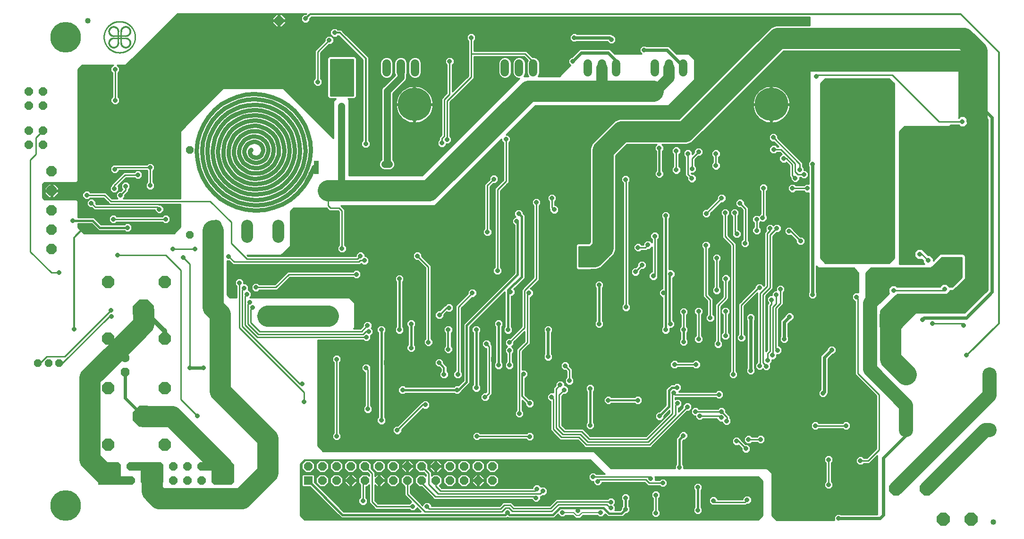
<source format=gbl>
G75*
%MOIN*%
%OFA0B0*%
%FSLAX25Y25*%
%IPPOS*%
%LPD*%
%AMOC8*
5,1,8,0,0,1.08239X$1,22.5*
%
%ADD10C,0.06000*%
%ADD11OC8,0.07087*%
%ADD12OC8,0.08600*%
%ADD13OC8,0.15000*%
%ADD14C,0.01000*%
%ADD15C,0.00100*%
%ADD16OC8,0.05906*%
%ADD17C,0.08250*%
%ADD18OC8,0.05315*%
%ADD19OC8,0.05400*%
%ADD20OC8,0.10000*%
%ADD21R,0.05906X0.05906*%
%ADD22OC8,0.09693*%
%ADD23C,0.04000*%
%ADD24OC8,0.06300*%
%ADD25C,0.06300*%
%ADD26OC8,0.09055*%
%ADD27C,0.00404*%
%ADD28C,0.10000*%
%ADD29OC8,0.06496*%
%ADD30C,0.23622*%
%ADD31OC8,0.03175*%
%ADD32C,0.01600*%
%ADD33C,0.02000*%
%ADD34C,0.01200*%
%ADD35R,0.03175X0.03175*%
%ADD36C,0.15000*%
%ADD37C,0.08000*%
%ADD38C,0.05000*%
%ADD39C,0.02400*%
%ADD40C,0.03150*%
%ADD41C,0.03175*%
%ADD42C,0.03200*%
%ADD43C,0.00800*%
%ADD44C,0.21654*%
%ADD45C,0.10000*%
D10*
X0156262Y0115075D02*
X0166262Y0115075D01*
X0166262Y0125075D01*
X0156262Y0125075D01*
X0166262Y0115075D02*
X0176262Y0115075D01*
X0186262Y0115075D02*
X0186262Y0125075D01*
X0196262Y0125075D01*
X0196262Y0115075D01*
X0186262Y0125075D02*
X0176262Y0125075D01*
X0226262Y0125075D02*
X0236262Y0125075D01*
X0236262Y0115075D01*
X0246262Y0115075D01*
X0246262Y0125075D01*
X0356814Y0403862D02*
X0356814Y0409862D01*
X0366814Y0409862D02*
X0366814Y0403862D01*
X0376814Y0403862D02*
X0376814Y0409862D01*
X0440314Y0409862D02*
X0440314Y0403862D01*
X0450314Y0403862D02*
X0450314Y0409862D01*
X0460314Y0409862D02*
X0460314Y0403862D01*
X0498814Y0403862D02*
X0498814Y0409862D01*
X0508814Y0409862D02*
X0508814Y0403862D01*
X0518814Y0403862D02*
X0518814Y0409862D01*
X0546314Y0409862D02*
X0546314Y0403862D01*
X0556314Y0403862D02*
X0556314Y0409862D01*
X0566314Y0409862D02*
X0566314Y0403862D01*
D11*
X0120278Y0333736D03*
X0120278Y0319957D03*
X0120278Y0306177D03*
X0120278Y0292398D03*
X0120278Y0278618D03*
D12*
X0160199Y0255508D03*
X0200199Y0255508D03*
X0200199Y0215508D03*
X0160199Y0215508D03*
X0160199Y0180508D03*
X0200199Y0180508D03*
X0200199Y0140508D03*
X0160199Y0140508D03*
D13*
X0185239Y0160508D03*
X0185239Y0235508D03*
D14*
X0162314Y0235362D02*
X0129564Y0202612D01*
X0116814Y0202612D01*
X0112111Y0197909D01*
X0110593Y0197909D01*
X0125593Y0197909D02*
X0127861Y0197909D01*
X0161064Y0231112D01*
X0162564Y0231112D01*
X0125564Y0262112D02*
X0120064Y0262112D01*
X0105314Y0276862D01*
X0105314Y0341612D01*
X0109314Y0345612D01*
X0109314Y0357417D01*
X0114255Y0362358D01*
X0138814Y0362435D02*
X0211634Y0362435D01*
X0211314Y0362112D02*
X0211314Y0314362D01*
X0170930Y0314362D01*
X0171901Y0315333D01*
X0171901Y0316871D01*
X0173392Y0318362D01*
X0174564Y0319534D01*
X0174564Y0320746D01*
X0175651Y0321833D01*
X0175651Y0324391D01*
X0173842Y0326200D01*
X0171285Y0326200D01*
X0169476Y0324391D01*
X0169476Y0321833D01*
X0170341Y0320968D01*
X0169073Y0319700D01*
X0167535Y0319700D01*
X0165726Y0317891D01*
X0165726Y0315333D01*
X0166697Y0314362D01*
X0162892Y0314362D01*
X0158392Y0318862D01*
X0147430Y0318862D01*
X0146342Y0319950D01*
X0143785Y0319950D01*
X0141976Y0318141D01*
X0141976Y0315583D01*
X0143785Y0313775D01*
X0146342Y0313775D01*
X0147430Y0314862D01*
X0156735Y0314862D01*
X0160064Y0311534D01*
X0161235Y0310362D01*
X0211314Y0310362D01*
X0211314Y0294362D01*
X0206814Y0289862D01*
X0143064Y0289862D01*
X0138814Y0294112D01*
X0138814Y0296562D01*
X0148361Y0296562D01*
X0153361Y0291562D01*
X0171747Y0291562D01*
X0172535Y0290775D01*
X0175092Y0290775D01*
X0176901Y0292583D01*
X0176901Y0295141D01*
X0175092Y0296950D01*
X0172535Y0296950D01*
X0171747Y0296162D01*
X0155266Y0296162D01*
X0151614Y0299815D01*
X0150266Y0301162D01*
X0138814Y0301162D01*
X0138814Y0312862D01*
X0137814Y0313862D01*
X0115064Y0313862D01*
X0113814Y0315112D01*
X0113814Y0324612D01*
X0115064Y0325862D01*
X0137814Y0325862D01*
X0138814Y0326862D01*
X0138814Y0405612D01*
X0141814Y0408612D01*
X0163707Y0408612D01*
X0161986Y0406891D01*
X0161986Y0404333D01*
X0163073Y0403246D01*
X0163073Y0386228D01*
X0161986Y0385141D01*
X0161986Y0382583D01*
X0163795Y0380775D01*
X0166352Y0380775D01*
X0168161Y0382583D01*
X0168161Y0385141D01*
X0167073Y0386228D01*
X0167073Y0403246D01*
X0168161Y0404333D01*
X0168161Y0406891D01*
X0166440Y0408612D01*
X0172564Y0408612D01*
X0209133Y0445181D01*
X0300163Y0445181D01*
X0299681Y0444700D01*
X0298285Y0444700D01*
X0296476Y0442891D01*
X0296476Y0440333D01*
X0298285Y0438525D01*
X0300842Y0438525D01*
X0302651Y0440333D01*
X0302651Y0441730D01*
X0303683Y0442762D01*
X0655564Y0442762D01*
X0655564Y0436862D01*
X0631523Y0436862D01*
X0628216Y0435492D01*
X0625684Y0432960D01*
X0563336Y0370612D01*
X0521023Y0370612D01*
X0517716Y0369242D01*
X0501934Y0353460D01*
X0500564Y0350152D01*
X0500564Y0283590D01*
X0499536Y0282562D01*
X0491652Y0282562D01*
X0490364Y0281273D01*
X0490364Y0265451D01*
X0491652Y0264162D01*
X0500725Y0264162D01*
X0500925Y0264362D01*
X0504854Y0264362D01*
X0508162Y0265732D01*
X0510693Y0268264D01*
X0514662Y0272232D01*
X0517193Y0274764D01*
X0518564Y0278072D01*
X0518564Y0344634D01*
X0526542Y0352612D01*
X0547447Y0352612D01*
X0546226Y0351391D01*
X0546226Y0348833D01*
X0547014Y0348046D01*
X0547014Y0333928D01*
X0546226Y0333141D01*
X0546226Y0330583D01*
X0548035Y0328775D01*
X0550592Y0328775D01*
X0552401Y0330583D01*
X0552401Y0333141D01*
X0551614Y0333928D01*
X0551614Y0348046D01*
X0552401Y0348833D01*
X0552401Y0351391D01*
X0551180Y0352612D01*
X0568854Y0352612D01*
X0572162Y0353982D01*
X0637042Y0418862D01*
X0655564Y0418862D01*
X0655564Y0340978D01*
X0654476Y0339891D01*
X0654476Y0337333D01*
X0654864Y0336946D01*
X0654864Y0324700D01*
X0652535Y0324700D01*
X0651447Y0323612D01*
X0645680Y0323612D01*
X0644592Y0324700D01*
X0642035Y0324700D01*
X0640226Y0322891D01*
X0640226Y0320333D01*
X0642035Y0318525D01*
X0644592Y0318525D01*
X0645680Y0319612D01*
X0651447Y0319612D01*
X0652535Y0318525D01*
X0654864Y0318525D01*
X0654864Y0248028D01*
X0654476Y0247641D01*
X0654476Y0245083D01*
X0656285Y0243275D01*
X0658842Y0243275D01*
X0660651Y0245083D01*
X0660651Y0247641D01*
X0660264Y0248028D01*
X0660264Y0266662D01*
X0661564Y0265362D01*
X0686814Y0265362D01*
X0689814Y0261862D01*
X0689814Y0247950D01*
X0687285Y0247950D01*
X0685476Y0246141D01*
X0685476Y0243583D01*
X0687285Y0241775D01*
X0687564Y0241775D01*
X0687564Y0190034D01*
X0688735Y0188862D01*
X0702564Y0175034D01*
X0702564Y0137691D01*
X0695985Y0131112D01*
X0693680Y0131112D01*
X0692592Y0132200D01*
X0690035Y0132200D01*
X0688226Y0130391D01*
X0688226Y0127833D01*
X0690035Y0126025D01*
X0692592Y0126025D01*
X0693680Y0127112D01*
X0697642Y0127112D01*
X0703314Y0132784D01*
X0703314Y0091062D01*
X0677480Y0091062D01*
X0677092Y0091450D01*
X0674535Y0091450D01*
X0672726Y0089641D01*
X0672726Y0087112D01*
X0632064Y0087112D01*
X0628814Y0090362D01*
X0628814Y0120362D01*
X0625314Y0123862D01*
X0566651Y0123862D01*
X0566651Y0125641D01*
X0565864Y0126428D01*
X0565864Y0143160D01*
X0566479Y0143775D01*
X0567592Y0143775D01*
X0569401Y0145583D01*
X0569401Y0148141D01*
X0567592Y0149950D01*
X0565035Y0149950D01*
X0563226Y0148141D01*
X0563226Y0147027D01*
X0561264Y0145065D01*
X0561264Y0126428D01*
X0560476Y0125641D01*
X0560476Y0123862D01*
X0515064Y0123862D01*
X0503064Y0135862D01*
X0311814Y0135862D01*
X0308064Y0139612D01*
X0308064Y0214362D01*
X0340197Y0214362D01*
X0341285Y0213275D01*
X0343842Y0213275D01*
X0345651Y0215083D01*
X0345651Y0217583D01*
X0347151Y0219083D01*
X0347151Y0221641D01*
X0345930Y0222862D01*
X0346401Y0223333D01*
X0346401Y0225891D01*
X0344592Y0227700D01*
X0342035Y0227700D01*
X0340226Y0225891D01*
X0340226Y0224353D01*
X0338282Y0222409D01*
X0333361Y0222409D01*
X0334064Y0223112D01*
X0334064Y0240862D01*
X0330564Y0244362D01*
X0260180Y0244362D01*
X0261151Y0245333D01*
X0261151Y0247891D01*
X0259342Y0249700D01*
X0259017Y0249700D01*
X0259151Y0249833D01*
X0259151Y0252391D01*
X0257342Y0254200D01*
X0255901Y0254200D01*
X0255901Y0256141D01*
X0254092Y0257950D01*
X0251535Y0257950D01*
X0249726Y0256141D01*
X0249726Y0253583D01*
X0250814Y0252496D01*
X0250814Y0244362D01*
X0246064Y0244362D01*
X0244064Y0246362D01*
X0244064Y0270275D01*
X0245573Y0270275D01*
X0248235Y0267612D01*
X0337892Y0267612D01*
X0338795Y0268515D01*
X0339785Y0267525D01*
X0342342Y0267525D01*
X0344151Y0269333D01*
X0344151Y0271891D01*
X0342342Y0273700D01*
X0341401Y0273700D01*
X0341401Y0275141D01*
X0339592Y0276950D01*
X0337035Y0276950D01*
X0335226Y0275141D01*
X0335226Y0273612D01*
X0258892Y0273612D01*
X0258142Y0274362D01*
X0282314Y0274362D01*
X0288814Y0280862D01*
X0288814Y0305362D01*
X0291064Y0307612D01*
X0314485Y0307612D01*
X0316235Y0305862D01*
X0322485Y0305862D01*
X0323314Y0305034D01*
X0323314Y0281478D01*
X0322226Y0280391D01*
X0322226Y0277833D01*
X0324035Y0276025D01*
X0326592Y0276025D01*
X0328401Y0277833D01*
X0328401Y0280391D01*
X0327314Y0281478D01*
X0327314Y0306691D01*
X0324642Y0309362D01*
X0390978Y0309362D01*
X0391564Y0309948D01*
X0437976Y0356361D01*
X0437976Y0355083D01*
X0439064Y0353996D01*
X0439064Y0327441D01*
X0434235Y0322612D01*
X0433064Y0321441D01*
X0433064Y0265728D01*
X0431976Y0264641D01*
X0431976Y0262083D01*
X0433785Y0260275D01*
X0436342Y0260275D01*
X0438151Y0262083D01*
X0438151Y0264641D01*
X0437064Y0265728D01*
X0437064Y0319784D01*
X0441892Y0324612D01*
X0443064Y0325784D01*
X0443064Y0353996D01*
X0444151Y0355083D01*
X0444151Y0357641D01*
X0442342Y0359450D01*
X0441065Y0359450D01*
X0461728Y0380112D01*
X0555978Y0380112D01*
X0556564Y0380698D01*
X0574314Y0398448D01*
X0574314Y0412526D01*
X0573728Y0413112D01*
X0570228Y0416612D01*
X0561382Y0416612D01*
X0556343Y0421651D01*
X0555351Y0422062D01*
X0540230Y0422062D01*
X0539842Y0422450D01*
X0537285Y0422450D01*
X0535476Y0420641D01*
X0535476Y0418083D01*
X0536947Y0416612D01*
X0517882Y0416612D01*
X0515603Y0418892D01*
X0514843Y0419651D01*
X0513851Y0420062D01*
X0493777Y0420062D01*
X0492784Y0419651D01*
X0487583Y0414450D01*
X0487035Y0414450D01*
X0485226Y0412641D01*
X0485226Y0410083D01*
X0486673Y0408636D01*
X0478899Y0400862D01*
X0463678Y0400862D01*
X0464129Y0401313D01*
X0464814Y0402967D01*
X0464814Y0410757D01*
X0464129Y0412411D01*
X0462863Y0413677D01*
X0461209Y0414362D01*
X0459892Y0414362D01*
X0456564Y0417691D01*
X0455392Y0418862D01*
X0418564Y0418862D01*
X0418564Y0425746D01*
X0419651Y0426833D01*
X0419651Y0429391D01*
X0417842Y0431200D01*
X0415285Y0431200D01*
X0413476Y0429391D01*
X0413476Y0426833D01*
X0414564Y0425746D01*
X0414564Y0401191D01*
X0403314Y0389941D01*
X0403314Y0408996D01*
X0404401Y0410083D01*
X0404401Y0412641D01*
X0402592Y0414450D01*
X0400035Y0414450D01*
X0398226Y0412641D01*
X0398226Y0410083D01*
X0399314Y0408996D01*
X0399314Y0388941D01*
X0396735Y0386362D01*
X0395564Y0385191D01*
X0395564Y0359441D01*
X0393814Y0357691D01*
X0393814Y0355978D01*
X0392726Y0354891D01*
X0392726Y0352333D01*
X0394535Y0350525D01*
X0397092Y0350525D01*
X0398901Y0352333D01*
X0398901Y0353025D01*
X0400842Y0353025D01*
X0402651Y0354833D01*
X0402651Y0357391D01*
X0401564Y0358478D01*
X0401564Y0382534D01*
X0417392Y0398362D01*
X0418564Y0399534D01*
X0418564Y0414862D01*
X0453735Y0414862D01*
X0456407Y0412190D01*
X0455814Y0410757D01*
X0455814Y0402967D01*
X0456499Y0401313D01*
X0456950Y0400862D01*
X0453678Y0400862D01*
X0454129Y0401313D01*
X0454814Y0402967D01*
X0454814Y0410757D01*
X0454129Y0412411D01*
X0452863Y0413677D01*
X0451209Y0414362D01*
X0449419Y0414362D01*
X0447765Y0413677D01*
X0446499Y0412411D01*
X0445814Y0410757D01*
X0445814Y0402967D01*
X0446499Y0401313D01*
X0447765Y0400047D01*
X0449419Y0399362D01*
X0450649Y0399362D01*
X0381899Y0330612D01*
X0330314Y0330612D01*
X0330314Y0384026D01*
X0329728Y0384612D01*
X0329428Y0384912D01*
X0334225Y0384912D01*
X0335514Y0386201D01*
X0335514Y0413773D01*
X0334225Y0415062D01*
X0316152Y0415062D01*
X0314864Y0413773D01*
X0314864Y0386201D01*
X0316152Y0384912D01*
X0320949Y0384912D01*
X0319064Y0383026D01*
X0319064Y0357112D01*
X0283814Y0392362D01*
X0241314Y0392362D01*
X0211314Y0362112D01*
X0211314Y0361436D02*
X0138814Y0361436D01*
X0138814Y0360438D02*
X0211314Y0360438D01*
X0211314Y0359439D02*
X0138814Y0359439D01*
X0138814Y0358441D02*
X0211314Y0358441D01*
X0211314Y0357442D02*
X0138814Y0357442D01*
X0138814Y0356444D02*
X0211314Y0356444D01*
X0211314Y0355445D02*
X0138814Y0355445D01*
X0138814Y0354447D02*
X0211314Y0354447D01*
X0211314Y0353448D02*
X0138814Y0353448D01*
X0138814Y0352450D02*
X0211314Y0352450D01*
X0211314Y0351451D02*
X0138814Y0351451D01*
X0138814Y0350453D02*
X0211314Y0350453D01*
X0211314Y0349454D02*
X0138814Y0349454D01*
X0138814Y0348456D02*
X0211314Y0348456D01*
X0211314Y0347457D02*
X0138814Y0347457D01*
X0138814Y0346459D02*
X0211314Y0346459D01*
X0211314Y0345460D02*
X0138814Y0345460D01*
X0138814Y0344462D02*
X0211314Y0344462D01*
X0211314Y0343463D02*
X0138814Y0343463D01*
X0138814Y0342465D02*
X0211314Y0342465D01*
X0211314Y0341466D02*
X0138814Y0341466D01*
X0138814Y0340468D02*
X0211314Y0340468D01*
X0211314Y0339469D02*
X0138814Y0339469D01*
X0138814Y0338471D02*
X0187556Y0338471D01*
X0187447Y0338362D02*
X0165245Y0338362D01*
X0165082Y0338200D01*
X0163545Y0338200D01*
X0161736Y0336391D01*
X0161736Y0333833D01*
X0163545Y0332025D01*
X0166102Y0332025D01*
X0167911Y0333833D01*
X0167911Y0334362D01*
X0187447Y0334362D01*
X0187814Y0333996D01*
X0187814Y0325978D01*
X0186726Y0324891D01*
X0186726Y0322333D01*
X0188535Y0320525D01*
X0191092Y0320525D01*
X0192901Y0322333D01*
X0192901Y0324891D01*
X0191814Y0325978D01*
X0191814Y0333996D01*
X0192901Y0335083D01*
X0192901Y0337641D01*
X0191092Y0339450D01*
X0188535Y0339450D01*
X0187447Y0338362D01*
X0189814Y0336362D02*
X0166073Y0336362D01*
X0164823Y0335112D01*
X0162817Y0337472D02*
X0138814Y0337472D01*
X0138814Y0336474D02*
X0161819Y0336474D01*
X0161736Y0335475D02*
X0138814Y0335475D01*
X0138814Y0334477D02*
X0161736Y0334477D01*
X0162091Y0333478D02*
X0138814Y0333478D01*
X0138814Y0332480D02*
X0163090Y0332480D01*
X0166557Y0332480D02*
X0170603Y0332480D01*
X0171235Y0333112D02*
X0163735Y0325612D01*
X0162564Y0324441D01*
X0162564Y0323728D01*
X0161476Y0322641D01*
X0161476Y0320083D01*
X0163285Y0318275D01*
X0165842Y0318275D01*
X0167651Y0320083D01*
X0167651Y0322641D01*
X0167036Y0323256D01*
X0172892Y0329112D01*
X0178697Y0329112D01*
X0179785Y0328025D01*
X0182342Y0328025D01*
X0184151Y0329833D01*
X0184151Y0332391D01*
X0182342Y0334200D01*
X0179785Y0334200D01*
X0178697Y0333112D01*
X0171235Y0333112D01*
X0172064Y0331112D02*
X0164564Y0323612D01*
X0164564Y0321362D01*
X0162328Y0323493D02*
X0123591Y0323493D01*
X0122593Y0324492D02*
X0162615Y0324492D01*
X0163613Y0325490D02*
X0114691Y0325490D01*
X0113814Y0324492D02*
X0117964Y0324492D01*
X0118272Y0324800D02*
X0115435Y0321963D01*
X0115435Y0320457D01*
X0119778Y0320457D01*
X0119778Y0324800D01*
X0118272Y0324800D01*
X0119778Y0324492D02*
X0120778Y0324492D01*
X0120778Y0324800D02*
X0120778Y0320457D01*
X0119778Y0320457D01*
X0119778Y0319457D01*
X0115435Y0319457D01*
X0115435Y0317951D01*
X0118272Y0315113D01*
X0119778Y0315113D01*
X0119778Y0319457D01*
X0120778Y0319457D01*
X0120778Y0320457D01*
X0125122Y0320457D01*
X0125122Y0321963D01*
X0122284Y0324800D01*
X0120778Y0324800D01*
X0120778Y0323493D02*
X0119778Y0323493D01*
X0119778Y0322495D02*
X0120778Y0322495D01*
X0120778Y0321496D02*
X0119778Y0321496D01*
X0119778Y0320497D02*
X0120778Y0320497D01*
X0120778Y0319499D02*
X0143334Y0319499D01*
X0142336Y0318500D02*
X0125122Y0318500D01*
X0125122Y0317951D02*
X0125121Y0319457D01*
X0120778Y0319457D01*
X0120778Y0315113D01*
X0122284Y0315113D01*
X0125122Y0317951D01*
X0124673Y0317502D02*
X0141976Y0317502D01*
X0141976Y0316503D02*
X0123674Y0316503D01*
X0122676Y0315505D02*
X0142055Y0315505D01*
X0143053Y0314506D02*
X0114419Y0314506D01*
X0113814Y0315505D02*
X0117881Y0315505D01*
X0116882Y0316503D02*
X0113814Y0316503D01*
X0113814Y0317502D02*
X0115883Y0317502D01*
X0115435Y0318500D02*
X0113814Y0318500D01*
X0113814Y0319499D02*
X0119778Y0319499D01*
X0119778Y0318500D02*
X0120778Y0318500D01*
X0120778Y0317502D02*
X0119778Y0317502D01*
X0119778Y0316503D02*
X0120778Y0316503D01*
X0120778Y0315505D02*
X0119778Y0315505D01*
X0115435Y0320497D02*
X0113814Y0320497D01*
X0113814Y0321496D02*
X0115435Y0321496D01*
X0115967Y0322495D02*
X0113814Y0322495D01*
X0113814Y0323493D02*
X0116965Y0323493D01*
X0124590Y0322495D02*
X0161476Y0322495D01*
X0161476Y0321496D02*
X0125122Y0321496D01*
X0125122Y0320497D02*
X0161476Y0320497D01*
X0162061Y0319499D02*
X0146793Y0319499D01*
X0145064Y0316862D02*
X0157564Y0316862D01*
X0162064Y0312362D01*
X0232314Y0312362D01*
X0247064Y0297612D01*
X0247064Y0282612D01*
X0258064Y0271612D01*
X0336064Y0271612D01*
X0338314Y0273862D01*
X0340978Y0275564D02*
X0375900Y0275564D01*
X0375476Y0275141D02*
X0375476Y0272583D01*
X0377285Y0270775D01*
X0378823Y0270775D01*
X0384314Y0265284D01*
X0384314Y0215228D01*
X0383226Y0214141D01*
X0383226Y0211583D01*
X0385035Y0209775D01*
X0387592Y0209775D01*
X0389401Y0211583D01*
X0389401Y0214141D01*
X0388314Y0215228D01*
X0388314Y0266941D01*
X0381651Y0273603D01*
X0381651Y0275141D01*
X0379842Y0276950D01*
X0377285Y0276950D01*
X0375476Y0275141D01*
X0375476Y0274566D02*
X0341401Y0274566D01*
X0342475Y0273567D02*
X0375476Y0273567D01*
X0375491Y0272569D02*
X0343473Y0272569D01*
X0344151Y0271570D02*
X0376489Y0271570D01*
X0379026Y0270572D02*
X0344151Y0270572D01*
X0344151Y0269573D02*
X0380024Y0269573D01*
X0381023Y0268575D02*
X0343393Y0268575D01*
X0342394Y0267576D02*
X0382021Y0267576D01*
X0383020Y0266578D02*
X0244064Y0266578D01*
X0244064Y0267576D02*
X0339733Y0267576D01*
X0341064Y0270612D02*
X0338064Y0270612D01*
X0337064Y0269612D01*
X0249064Y0269612D01*
X0245314Y0273362D01*
X0246274Y0269573D02*
X0244064Y0269573D01*
X0244064Y0268575D02*
X0247273Y0268575D01*
X0244064Y0265579D02*
X0384018Y0265579D01*
X0384314Y0264581D02*
X0244064Y0264581D01*
X0244064Y0263582D02*
X0333918Y0263582D01*
X0334285Y0263950D02*
X0333197Y0262862D01*
X0286985Y0262862D01*
X0285814Y0261691D01*
X0285814Y0261691D01*
X0277735Y0253612D01*
X0266930Y0253612D01*
X0265842Y0254700D01*
X0263285Y0254700D01*
X0261476Y0252891D01*
X0261476Y0250333D01*
X0263285Y0248525D01*
X0265842Y0248525D01*
X0266930Y0249612D01*
X0279392Y0249612D01*
X0288642Y0258862D01*
X0333197Y0258862D01*
X0334285Y0257775D01*
X0336842Y0257775D01*
X0338651Y0259583D01*
X0338651Y0262141D01*
X0336842Y0263950D01*
X0334285Y0263950D01*
X0337210Y0263582D02*
X0384314Y0263582D01*
X0384314Y0262584D02*
X0338208Y0262584D01*
X0338651Y0261585D02*
X0384314Y0261585D01*
X0384314Y0260587D02*
X0367205Y0260587D01*
X0367092Y0260700D02*
X0364535Y0260700D01*
X0362726Y0258891D01*
X0362726Y0256333D01*
X0363514Y0255546D01*
X0363514Y0223678D01*
X0362726Y0222891D01*
X0362726Y0220333D01*
X0364535Y0218525D01*
X0367092Y0218525D01*
X0368901Y0220333D01*
X0368901Y0222891D01*
X0368114Y0223678D01*
X0368114Y0255546D01*
X0368901Y0256333D01*
X0368901Y0258891D01*
X0367092Y0260700D01*
X0368204Y0259588D02*
X0384314Y0259588D01*
X0384314Y0258590D02*
X0368901Y0258590D01*
X0368901Y0257591D02*
X0384314Y0257591D01*
X0384314Y0256593D02*
X0368901Y0256593D01*
X0368162Y0255594D02*
X0384314Y0255594D01*
X0384314Y0254596D02*
X0368114Y0254596D01*
X0368114Y0253597D02*
X0384314Y0253597D01*
X0384314Y0252599D02*
X0368114Y0252599D01*
X0368114Y0251600D02*
X0384314Y0251600D01*
X0384314Y0250602D02*
X0368114Y0250602D01*
X0368114Y0249603D02*
X0384314Y0249603D01*
X0384314Y0248605D02*
X0368114Y0248605D01*
X0368114Y0247606D02*
X0384314Y0247606D01*
X0384314Y0246608D02*
X0368114Y0246608D01*
X0368114Y0245609D02*
X0384314Y0245609D01*
X0384314Y0244611D02*
X0368114Y0244611D01*
X0368114Y0243612D02*
X0384314Y0243612D01*
X0384314Y0242614D02*
X0368114Y0242614D01*
X0368114Y0241615D02*
X0384314Y0241615D01*
X0384314Y0240617D02*
X0368114Y0240617D01*
X0368114Y0239618D02*
X0384314Y0239618D01*
X0384314Y0238620D02*
X0368114Y0238620D01*
X0368114Y0237621D02*
X0384314Y0237621D01*
X0384314Y0236623D02*
X0368114Y0236623D01*
X0368114Y0235624D02*
X0384314Y0235624D01*
X0384314Y0234626D02*
X0368114Y0234626D01*
X0368114Y0233627D02*
X0384314Y0233627D01*
X0384314Y0232628D02*
X0368114Y0232628D01*
X0368114Y0231630D02*
X0384314Y0231630D01*
X0384314Y0230631D02*
X0368114Y0230631D01*
X0368114Y0229633D02*
X0384314Y0229633D01*
X0384314Y0228634D02*
X0375658Y0228634D01*
X0375342Y0228950D02*
X0372785Y0228950D01*
X0370976Y0227141D01*
X0370976Y0224583D01*
X0371764Y0223796D01*
X0371764Y0210928D01*
X0370976Y0210141D01*
X0370976Y0207583D01*
X0372785Y0205775D01*
X0375342Y0205775D01*
X0377151Y0207583D01*
X0377151Y0210141D01*
X0376364Y0210928D01*
X0376364Y0223796D01*
X0377151Y0224583D01*
X0377151Y0227141D01*
X0375342Y0228950D01*
X0376656Y0227636D02*
X0384314Y0227636D01*
X0384314Y0226637D02*
X0377151Y0226637D01*
X0377151Y0225639D02*
X0384314Y0225639D01*
X0384314Y0224640D02*
X0377151Y0224640D01*
X0376364Y0223642D02*
X0384314Y0223642D01*
X0384314Y0222643D02*
X0376364Y0222643D01*
X0376364Y0221645D02*
X0384314Y0221645D01*
X0384314Y0220646D02*
X0376364Y0220646D01*
X0376364Y0219648D02*
X0384314Y0219648D01*
X0384314Y0218649D02*
X0376364Y0218649D01*
X0376364Y0217651D02*
X0384314Y0217651D01*
X0384314Y0216652D02*
X0376364Y0216652D01*
X0376364Y0215654D02*
X0384314Y0215654D01*
X0383741Y0214655D02*
X0376364Y0214655D01*
X0376364Y0213657D02*
X0383226Y0213657D01*
X0383226Y0212658D02*
X0376364Y0212658D01*
X0376364Y0211660D02*
X0383226Y0211660D01*
X0384148Y0210661D02*
X0376631Y0210661D01*
X0377151Y0209663D02*
X0397748Y0209663D01*
X0398214Y0210128D02*
X0397226Y0209141D01*
X0397226Y0206583D01*
X0399035Y0204775D01*
X0401592Y0204775D01*
X0403401Y0206583D01*
X0403401Y0209141D01*
X0402414Y0210128D01*
X0402414Y0219346D01*
X0403401Y0220333D01*
X0403401Y0222891D01*
X0401592Y0224700D01*
X0399035Y0224700D01*
X0397226Y0222891D01*
X0397226Y0220333D01*
X0398214Y0219346D01*
X0398214Y0210128D01*
X0398214Y0210661D02*
X0388479Y0210661D01*
X0389401Y0211660D02*
X0398214Y0211660D01*
X0398214Y0212658D02*
X0389401Y0212658D01*
X0389401Y0213657D02*
X0398214Y0213657D01*
X0398214Y0214655D02*
X0388887Y0214655D01*
X0388314Y0215654D02*
X0398214Y0215654D01*
X0398214Y0216652D02*
X0388314Y0216652D01*
X0388314Y0217651D02*
X0398214Y0217651D01*
X0398214Y0218649D02*
X0388314Y0218649D01*
X0388314Y0219648D02*
X0397912Y0219648D01*
X0397226Y0220646D02*
X0388314Y0220646D01*
X0388314Y0221645D02*
X0397226Y0221645D01*
X0397226Y0222643D02*
X0388314Y0222643D01*
X0388314Y0223642D02*
X0397977Y0223642D01*
X0398976Y0224640D02*
X0388314Y0224640D01*
X0388314Y0225639D02*
X0405564Y0225639D01*
X0405564Y0226637D02*
X0388314Y0226637D01*
X0388314Y0227636D02*
X0405564Y0227636D01*
X0405564Y0228634D02*
X0388314Y0228634D01*
X0388314Y0229633D02*
X0392177Y0229633D01*
X0392785Y0229025D02*
X0390976Y0230833D01*
X0390976Y0233391D01*
X0392785Y0235200D01*
X0394323Y0235200D01*
X0398235Y0239112D01*
X0398447Y0239112D01*
X0399535Y0240200D01*
X0402092Y0240200D01*
X0403901Y0238391D01*
X0403901Y0235833D01*
X0402092Y0234025D01*
X0399535Y0234025D01*
X0399170Y0234390D01*
X0397151Y0232371D01*
X0397151Y0230833D01*
X0395342Y0229025D01*
X0392785Y0229025D01*
X0391178Y0230631D02*
X0388314Y0230631D01*
X0388314Y0231630D02*
X0390976Y0231630D01*
X0390976Y0232628D02*
X0388314Y0232628D01*
X0388314Y0233627D02*
X0391212Y0233627D01*
X0392211Y0234626D02*
X0388314Y0234626D01*
X0388314Y0235624D02*
X0394747Y0235624D01*
X0395746Y0236623D02*
X0388314Y0236623D01*
X0388314Y0237621D02*
X0396744Y0237621D01*
X0397743Y0238620D02*
X0388314Y0238620D01*
X0388314Y0239618D02*
X0398953Y0239618D01*
X0399064Y0237112D02*
X0394064Y0232112D01*
X0395951Y0229633D02*
X0405564Y0229633D01*
X0405564Y0230631D02*
X0396949Y0230631D01*
X0397151Y0231630D02*
X0405564Y0231630D01*
X0405564Y0232628D02*
X0397408Y0232628D01*
X0398407Y0233627D02*
X0405564Y0233627D01*
X0405564Y0234626D02*
X0402693Y0234626D01*
X0403692Y0235624D02*
X0405564Y0235624D01*
X0405564Y0236623D02*
X0403901Y0236623D01*
X0403901Y0237621D02*
X0405564Y0237621D01*
X0405564Y0238620D02*
X0403673Y0238620D01*
X0402674Y0239618D02*
X0406491Y0239618D01*
X0405564Y0238691D02*
X0405564Y0192978D01*
X0403976Y0191391D01*
X0403976Y0188833D01*
X0405785Y0187025D01*
X0408342Y0187025D01*
X0410151Y0188833D01*
X0410151Y0191391D01*
X0409564Y0191978D01*
X0409564Y0237034D01*
X0417055Y0244525D01*
X0418592Y0244525D01*
X0420401Y0246333D01*
X0420401Y0248891D01*
X0418592Y0250700D01*
X0416035Y0250700D01*
X0414226Y0248891D01*
X0414226Y0247353D01*
X0405564Y0238691D01*
X0407564Y0237862D02*
X0417314Y0247612D01*
X0420401Y0247606D02*
X0433055Y0247606D01*
X0432056Y0246608D02*
X0420401Y0246608D01*
X0419677Y0245609D02*
X0431058Y0245609D01*
X0430059Y0244611D02*
X0418678Y0244611D01*
X0416142Y0243612D02*
X0429061Y0243612D01*
X0428062Y0242614D02*
X0415143Y0242614D01*
X0414145Y0241615D02*
X0427064Y0241615D01*
X0426065Y0240617D02*
X0413146Y0240617D01*
X0412148Y0239618D02*
X0425067Y0239618D01*
X0424068Y0238620D02*
X0411149Y0238620D01*
X0410151Y0237621D02*
X0423070Y0237621D01*
X0422071Y0236623D02*
X0409564Y0236623D01*
X0409564Y0235624D02*
X0421073Y0235624D01*
X0420074Y0234626D02*
X0409564Y0234626D01*
X0409564Y0233627D02*
X0419076Y0233627D01*
X0418077Y0232628D02*
X0409564Y0232628D01*
X0409564Y0231630D02*
X0417079Y0231630D01*
X0416080Y0230631D02*
X0409564Y0230631D01*
X0409564Y0229633D02*
X0415082Y0229633D01*
X0414083Y0228634D02*
X0409564Y0228634D01*
X0409564Y0227636D02*
X0413085Y0227636D01*
X0412086Y0226637D02*
X0409564Y0226637D01*
X0409564Y0225639D02*
X0411088Y0225639D01*
X0411014Y0225565D02*
X0411014Y0185815D01*
X0407398Y0182200D01*
X0405285Y0182200D01*
X0404497Y0181412D01*
X0370130Y0181412D01*
X0369342Y0182200D01*
X0366785Y0182200D01*
X0364976Y0180391D01*
X0364976Y0177833D01*
X0366785Y0176025D01*
X0369342Y0176025D01*
X0370130Y0176812D01*
X0404497Y0176812D01*
X0405285Y0176025D01*
X0407842Y0176025D01*
X0409651Y0177833D01*
X0409651Y0177947D01*
X0414266Y0182562D01*
X0415614Y0183910D01*
X0415614Y0223660D01*
X0440264Y0248310D01*
X0440264Y0223678D01*
X0439476Y0222891D01*
X0439476Y0220333D01*
X0441285Y0218525D01*
X0443842Y0218525D01*
X0445651Y0220333D01*
X0445651Y0222891D01*
X0444864Y0223678D01*
X0444864Y0245275D01*
X0445592Y0245275D01*
X0447401Y0247083D01*
X0447401Y0249641D01*
X0446623Y0250419D01*
X0454364Y0258160D01*
X0454364Y0302565D01*
X0453151Y0303777D01*
X0453151Y0304891D01*
X0451342Y0306700D01*
X0448785Y0306700D01*
X0446976Y0304891D01*
X0446976Y0302333D01*
X0447860Y0301450D01*
X0447285Y0301450D01*
X0445476Y0299641D01*
X0445476Y0297083D01*
X0447014Y0295546D01*
X0447014Y0261565D01*
X0411014Y0225565D01*
X0411014Y0224640D02*
X0409564Y0224640D01*
X0409564Y0223642D02*
X0411014Y0223642D01*
X0411014Y0222643D02*
X0409564Y0222643D01*
X0409564Y0221645D02*
X0411014Y0221645D01*
X0411014Y0220646D02*
X0409564Y0220646D01*
X0409564Y0219648D02*
X0411014Y0219648D01*
X0411014Y0218649D02*
X0409564Y0218649D01*
X0409564Y0217651D02*
X0411014Y0217651D01*
X0411014Y0216652D02*
X0409564Y0216652D01*
X0409564Y0215654D02*
X0411014Y0215654D01*
X0411014Y0214655D02*
X0409564Y0214655D01*
X0409564Y0213657D02*
X0411014Y0213657D01*
X0411014Y0212658D02*
X0409564Y0212658D01*
X0409564Y0211660D02*
X0411014Y0211660D01*
X0411014Y0210661D02*
X0409564Y0210661D01*
X0409564Y0209663D02*
X0411014Y0209663D01*
X0411014Y0208664D02*
X0409564Y0208664D01*
X0409564Y0207666D02*
X0411014Y0207666D01*
X0411014Y0206667D02*
X0409564Y0206667D01*
X0409564Y0205669D02*
X0411014Y0205669D01*
X0411014Y0204670D02*
X0409564Y0204670D01*
X0409564Y0203672D02*
X0411014Y0203672D01*
X0411014Y0202673D02*
X0409564Y0202673D01*
X0409564Y0201675D02*
X0411014Y0201675D01*
X0411014Y0200676D02*
X0409564Y0200676D01*
X0409564Y0199678D02*
X0411014Y0199678D01*
X0411014Y0198679D02*
X0409564Y0198679D01*
X0409564Y0197681D02*
X0411014Y0197681D01*
X0411014Y0196682D02*
X0409564Y0196682D01*
X0409564Y0195684D02*
X0411014Y0195684D01*
X0411014Y0194685D02*
X0409564Y0194685D01*
X0409564Y0193687D02*
X0411014Y0193687D01*
X0411014Y0192688D02*
X0409564Y0192688D01*
X0409853Y0191690D02*
X0411014Y0191690D01*
X0411014Y0190691D02*
X0410151Y0190691D01*
X0410151Y0189692D02*
X0411014Y0189692D01*
X0411014Y0188694D02*
X0410012Y0188694D01*
X0409013Y0187695D02*
X0411014Y0187695D01*
X0411014Y0186697D02*
X0355364Y0186697D01*
X0355364Y0187695D02*
X0395364Y0187695D01*
X0396035Y0187025D02*
X0394226Y0188833D01*
X0394226Y0191391D01*
X0395214Y0192378D01*
X0395214Y0193992D01*
X0393931Y0195275D01*
X0392535Y0195275D01*
X0390726Y0197083D01*
X0390726Y0199641D01*
X0392535Y0201450D01*
X0395092Y0201450D01*
X0396901Y0199641D01*
X0396901Y0198245D01*
X0399414Y0195732D01*
X0399414Y0192378D01*
X0400401Y0191391D01*
X0400401Y0188833D01*
X0398592Y0187025D01*
X0396035Y0187025D01*
X0394366Y0188694D02*
X0355364Y0188694D01*
X0355364Y0189692D02*
X0394226Y0189692D01*
X0394226Y0190691D02*
X0355364Y0190691D01*
X0355364Y0191690D02*
X0394525Y0191690D01*
X0395214Y0192688D02*
X0355364Y0192688D01*
X0355364Y0193687D02*
X0395214Y0193687D01*
X0394521Y0194685D02*
X0355364Y0194685D01*
X0355364Y0195684D02*
X0392126Y0195684D01*
X0391128Y0196682D02*
X0355364Y0196682D01*
X0355364Y0197681D02*
X0390726Y0197681D01*
X0390726Y0198679D02*
X0355364Y0198679D01*
X0355364Y0199678D02*
X0390763Y0199678D01*
X0391761Y0200676D02*
X0355364Y0200676D01*
X0355364Y0201675D02*
X0405564Y0201675D01*
X0405564Y0202673D02*
X0355364Y0202673D01*
X0355364Y0203672D02*
X0405564Y0203672D01*
X0405564Y0204670D02*
X0355364Y0204670D01*
X0355364Y0205669D02*
X0398141Y0205669D01*
X0397226Y0206667D02*
X0376235Y0206667D01*
X0377151Y0207666D02*
X0397226Y0207666D01*
X0397226Y0208664D02*
X0377151Y0208664D01*
X0371892Y0206667D02*
X0355364Y0206667D01*
X0355364Y0207666D02*
X0370976Y0207666D01*
X0370976Y0208664D02*
X0355364Y0208664D01*
X0355364Y0209663D02*
X0370976Y0209663D01*
X0371496Y0210661D02*
X0355364Y0210661D01*
X0355364Y0211660D02*
X0371764Y0211660D01*
X0371764Y0212658D02*
X0355364Y0212658D01*
X0355364Y0213657D02*
X0371764Y0213657D01*
X0371764Y0214655D02*
X0355364Y0214655D01*
X0355364Y0215654D02*
X0371764Y0215654D01*
X0371764Y0216652D02*
X0355364Y0216652D01*
X0355364Y0217651D02*
X0371764Y0217651D01*
X0371764Y0218649D02*
X0367217Y0218649D01*
X0368216Y0219648D02*
X0371764Y0219648D01*
X0371764Y0220646D02*
X0368901Y0220646D01*
X0368901Y0221645D02*
X0371764Y0221645D01*
X0371764Y0222643D02*
X0368901Y0222643D01*
X0368150Y0223642D02*
X0371764Y0223642D01*
X0370976Y0224640D02*
X0368114Y0224640D01*
X0368114Y0225639D02*
X0370976Y0225639D01*
X0370976Y0226637D02*
X0368114Y0226637D01*
X0368114Y0227636D02*
X0371471Y0227636D01*
X0372470Y0228634D02*
X0368114Y0228634D01*
X0363514Y0228634D02*
X0334064Y0228634D01*
X0334064Y0227636D02*
X0341971Y0227636D01*
X0340973Y0226637D02*
X0334064Y0226637D01*
X0334064Y0225639D02*
X0340226Y0225639D01*
X0340226Y0224640D02*
X0334064Y0224640D01*
X0334064Y0223642D02*
X0339515Y0223642D01*
X0338516Y0222643D02*
X0333595Y0222643D01*
X0339111Y0220409D02*
X0343314Y0224612D01*
X0346401Y0224640D02*
X0351726Y0224640D01*
X0351785Y0224700D02*
X0349976Y0222891D01*
X0349976Y0220333D01*
X0350764Y0219546D01*
X0350764Y0159678D01*
X0349976Y0158891D01*
X0349976Y0156333D01*
X0351785Y0154525D01*
X0354342Y0154525D01*
X0356151Y0156333D01*
X0356151Y0158891D01*
X0355364Y0159678D01*
X0355364Y0219546D01*
X0356151Y0220333D01*
X0356151Y0222891D01*
X0354342Y0224700D01*
X0351785Y0224700D01*
X0350727Y0223642D02*
X0346401Y0223642D01*
X0346149Y0222643D02*
X0349976Y0222643D01*
X0349976Y0221645D02*
X0347147Y0221645D01*
X0347151Y0220646D02*
X0349976Y0220646D01*
X0350662Y0219648D02*
X0347151Y0219648D01*
X0346717Y0218649D02*
X0350764Y0218649D01*
X0350764Y0217651D02*
X0345718Y0217651D01*
X0345651Y0216652D02*
X0350764Y0216652D01*
X0350764Y0215654D02*
X0345651Y0215654D01*
X0345223Y0214655D02*
X0350764Y0214655D01*
X0350764Y0213657D02*
X0344224Y0213657D01*
X0342564Y0216362D02*
X0265564Y0216362D01*
X0256814Y0225112D01*
X0256814Y0245362D01*
X0258064Y0246612D01*
X0261151Y0246608D02*
X0363514Y0246608D01*
X0363514Y0247606D02*
X0261151Y0247606D01*
X0260437Y0248605D02*
X0263205Y0248605D01*
X0262206Y0249603D02*
X0259439Y0249603D01*
X0259151Y0250602D02*
X0261476Y0250602D01*
X0261476Y0251600D02*
X0259151Y0251600D01*
X0258943Y0252599D02*
X0261476Y0252599D01*
X0262182Y0253597D02*
X0257945Y0253597D01*
X0255901Y0254596D02*
X0263181Y0254596D01*
X0265946Y0254596D02*
X0278719Y0254596D01*
X0279717Y0255594D02*
X0255901Y0255594D01*
X0255449Y0256593D02*
X0280716Y0256593D01*
X0281714Y0257591D02*
X0254451Y0257591D01*
X0252814Y0254862D02*
X0252814Y0223112D01*
X0298564Y0177362D01*
X0298564Y0170862D01*
X0308064Y0170721D02*
X0319564Y0170721D01*
X0319564Y0171719D02*
X0308064Y0171719D01*
X0308064Y0172718D02*
X0319564Y0172718D01*
X0319564Y0173716D02*
X0308064Y0173716D01*
X0308064Y0174715D02*
X0319564Y0174715D01*
X0319564Y0175713D02*
X0308064Y0175713D01*
X0308064Y0176712D02*
X0319564Y0176712D01*
X0319564Y0177710D02*
X0308064Y0177710D01*
X0308064Y0178709D02*
X0319564Y0178709D01*
X0319564Y0179707D02*
X0308064Y0179707D01*
X0308064Y0180706D02*
X0319564Y0180706D01*
X0319564Y0181704D02*
X0308064Y0181704D01*
X0308064Y0182703D02*
X0319564Y0182703D01*
X0319564Y0183701D02*
X0308064Y0183701D01*
X0308064Y0184700D02*
X0319564Y0184700D01*
X0319564Y0185698D02*
X0308064Y0185698D01*
X0308064Y0186697D02*
X0319564Y0186697D01*
X0319564Y0187695D02*
X0308064Y0187695D01*
X0308064Y0188694D02*
X0319564Y0188694D01*
X0319564Y0189692D02*
X0308064Y0189692D01*
X0308064Y0190691D02*
X0319564Y0190691D01*
X0319564Y0191690D02*
X0308064Y0191690D01*
X0308064Y0192688D02*
X0319564Y0192688D01*
X0319564Y0193687D02*
X0308064Y0193687D01*
X0308064Y0194685D02*
X0319564Y0194685D01*
X0319564Y0195684D02*
X0308064Y0195684D01*
X0308064Y0196682D02*
X0319564Y0196682D01*
X0319564Y0197681D02*
X0308064Y0197681D01*
X0308064Y0198679D02*
X0319381Y0198679D01*
X0319564Y0198496D02*
X0319564Y0148728D01*
X0318476Y0147641D01*
X0318476Y0145083D01*
X0320285Y0143275D01*
X0322842Y0143275D01*
X0324651Y0145083D01*
X0324651Y0147641D01*
X0323564Y0148728D01*
X0323564Y0198496D01*
X0324651Y0199583D01*
X0324651Y0202141D01*
X0322842Y0203950D01*
X0320285Y0203950D01*
X0318476Y0202141D01*
X0318476Y0199583D01*
X0319564Y0198496D01*
X0318476Y0199678D02*
X0308064Y0199678D01*
X0308064Y0200676D02*
X0318476Y0200676D01*
X0318476Y0201675D02*
X0308064Y0201675D01*
X0308064Y0202673D02*
X0319008Y0202673D01*
X0320007Y0203672D02*
X0308064Y0203672D01*
X0308064Y0204670D02*
X0350764Y0204670D01*
X0350764Y0203672D02*
X0323120Y0203672D01*
X0324119Y0202673D02*
X0350764Y0202673D01*
X0350764Y0201675D02*
X0324651Y0201675D01*
X0324651Y0200676D02*
X0350764Y0200676D01*
X0350764Y0199678D02*
X0324651Y0199678D01*
X0323747Y0198679D02*
X0350764Y0198679D01*
X0350764Y0197681D02*
X0343611Y0197681D01*
X0343592Y0197700D02*
X0341035Y0197700D01*
X0339226Y0195891D01*
X0339226Y0193333D01*
X0341035Y0191525D01*
X0341564Y0191525D01*
X0341564Y0167978D01*
X0340476Y0166891D01*
X0340476Y0164333D01*
X0342285Y0162525D01*
X0344842Y0162525D01*
X0346651Y0164333D01*
X0346651Y0166891D01*
X0345564Y0167978D01*
X0345564Y0194191D01*
X0345401Y0194353D01*
X0345401Y0195891D01*
X0343592Y0197700D01*
X0344610Y0196682D02*
X0350764Y0196682D01*
X0350764Y0195684D02*
X0345401Y0195684D01*
X0345401Y0194685D02*
X0350764Y0194685D01*
X0350764Y0193687D02*
X0345564Y0193687D01*
X0345564Y0192688D02*
X0350764Y0192688D01*
X0350764Y0191690D02*
X0345564Y0191690D01*
X0345564Y0190691D02*
X0350764Y0190691D01*
X0350764Y0189692D02*
X0345564Y0189692D01*
X0345564Y0188694D02*
X0350764Y0188694D01*
X0350764Y0187695D02*
X0345564Y0187695D01*
X0345564Y0186697D02*
X0350764Y0186697D01*
X0350764Y0185698D02*
X0345564Y0185698D01*
X0345564Y0184700D02*
X0350764Y0184700D01*
X0350764Y0183701D02*
X0345564Y0183701D01*
X0345564Y0182703D02*
X0350764Y0182703D01*
X0350764Y0181704D02*
X0345564Y0181704D01*
X0345564Y0180706D02*
X0350764Y0180706D01*
X0350764Y0179707D02*
X0345564Y0179707D01*
X0345564Y0178709D02*
X0350764Y0178709D01*
X0350764Y0177710D02*
X0345564Y0177710D01*
X0345564Y0176712D02*
X0350764Y0176712D01*
X0350764Y0175713D02*
X0345564Y0175713D01*
X0345564Y0174715D02*
X0350764Y0174715D01*
X0350764Y0173716D02*
X0345564Y0173716D01*
X0345564Y0172718D02*
X0350764Y0172718D01*
X0350764Y0171719D02*
X0345564Y0171719D01*
X0345564Y0170721D02*
X0350764Y0170721D01*
X0350764Y0169722D02*
X0345564Y0169722D01*
X0345564Y0168724D02*
X0350764Y0168724D01*
X0350764Y0167725D02*
X0345817Y0167725D01*
X0346651Y0166727D02*
X0350764Y0166727D01*
X0350764Y0165728D02*
X0346651Y0165728D01*
X0346651Y0164730D02*
X0350764Y0164730D01*
X0350764Y0163731D02*
X0346049Y0163731D01*
X0345050Y0162733D02*
X0350764Y0162733D01*
X0350764Y0161734D02*
X0323564Y0161734D01*
X0323564Y0160736D02*
X0350764Y0160736D01*
X0350764Y0159737D02*
X0323564Y0159737D01*
X0323564Y0158739D02*
X0349976Y0158739D01*
X0349976Y0157740D02*
X0323564Y0157740D01*
X0323564Y0156742D02*
X0349976Y0156742D01*
X0350566Y0155743D02*
X0323564Y0155743D01*
X0323564Y0154745D02*
X0351565Y0154745D01*
X0354562Y0154745D02*
X0365618Y0154745D01*
X0366616Y0155743D02*
X0355561Y0155743D01*
X0356151Y0156742D02*
X0367615Y0156742D01*
X0368613Y0157740D02*
X0356151Y0157740D01*
X0356151Y0158739D02*
X0369612Y0158739D01*
X0370610Y0159737D02*
X0355364Y0159737D01*
X0355364Y0160736D02*
X0371609Y0160736D01*
X0372607Y0161734D02*
X0355364Y0161734D01*
X0355364Y0162733D02*
X0373606Y0162733D01*
X0374604Y0163731D02*
X0355364Y0163731D01*
X0355364Y0164730D02*
X0375603Y0164730D01*
X0376601Y0165728D02*
X0355364Y0165728D01*
X0355364Y0166727D02*
X0377600Y0166727D01*
X0378598Y0167725D02*
X0355364Y0167725D01*
X0355364Y0168724D02*
X0379597Y0168724D01*
X0380595Y0169722D02*
X0355364Y0169722D01*
X0355364Y0170721D02*
X0381806Y0170721D01*
X0381697Y0170612D02*
X0381485Y0170612D01*
X0364573Y0153700D01*
X0363035Y0153700D01*
X0361226Y0151891D01*
X0361226Y0149333D01*
X0363035Y0147525D01*
X0365592Y0147525D01*
X0367401Y0149333D01*
X0367401Y0150871D01*
X0382420Y0165890D01*
X0382785Y0165525D01*
X0385342Y0165525D01*
X0387151Y0167333D01*
X0387151Y0169891D01*
X0385342Y0171700D01*
X0382785Y0171700D01*
X0381697Y0170612D01*
X0382314Y0168612D02*
X0364314Y0150612D01*
X0362083Y0152748D02*
X0323564Y0152748D01*
X0323564Y0153746D02*
X0364619Y0153746D01*
X0361226Y0151749D02*
X0323564Y0151749D01*
X0323564Y0150751D02*
X0361226Y0150751D01*
X0361226Y0149752D02*
X0323564Y0149752D01*
X0323564Y0148754D02*
X0361806Y0148754D01*
X0362805Y0147755D02*
X0324537Y0147755D01*
X0324651Y0146757D02*
X0417476Y0146757D01*
X0417476Y0147641D02*
X0417476Y0145083D01*
X0419285Y0143275D01*
X0421842Y0143275D01*
X0422930Y0144362D01*
X0455197Y0144362D01*
X0456535Y0143025D01*
X0459092Y0143025D01*
X0460901Y0144833D01*
X0460901Y0147391D01*
X0459092Y0149200D01*
X0456535Y0149200D01*
X0455697Y0148362D01*
X0422930Y0148362D01*
X0421842Y0149450D01*
X0419285Y0149450D01*
X0417476Y0147641D01*
X0417590Y0147755D02*
X0365823Y0147755D01*
X0366821Y0148754D02*
X0418589Y0148754D01*
X0420564Y0146362D02*
X0457564Y0146362D01*
X0457814Y0146112D01*
X0459829Y0143761D02*
X0479336Y0143761D01*
X0479485Y0143612D02*
X0491735Y0143612D01*
X0495814Y0139534D01*
X0496985Y0138362D01*
X0541741Y0138362D01*
X0541745Y0138358D01*
X0542568Y0138362D01*
X0543392Y0138362D01*
X0543396Y0138366D01*
X0543401Y0138366D01*
X0543982Y0138952D01*
X0544564Y0139534D01*
X0544564Y0139539D01*
X0568820Y0164025D01*
X0570342Y0164025D01*
X0572151Y0165833D01*
X0572151Y0168391D01*
X0570342Y0170200D01*
X0567785Y0170200D01*
X0565976Y0168391D01*
X0565976Y0166837D01*
X0562814Y0163645D01*
X0562814Y0166525D01*
X0563342Y0166525D01*
X0565151Y0168333D01*
X0565151Y0170891D01*
X0563342Y0172700D01*
X0560785Y0172700D01*
X0560564Y0172478D01*
X0560564Y0172784D01*
X0560619Y0172839D01*
X0560619Y0173830D01*
X0560898Y0173830D01*
X0560930Y0173862D01*
X0589197Y0173862D01*
X0590285Y0172775D01*
X0592842Y0172775D01*
X0594651Y0174583D01*
X0594651Y0177141D01*
X0592842Y0178950D01*
X0590285Y0178950D01*
X0589197Y0177862D01*
X0563180Y0177862D01*
X0564901Y0179583D01*
X0564901Y0182141D01*
X0563092Y0183950D01*
X0560535Y0183950D01*
X0559747Y0183162D01*
X0557361Y0183162D01*
X0556014Y0181815D01*
X0553764Y0179565D01*
X0553764Y0168315D01*
X0549148Y0163700D01*
X0548285Y0163700D01*
X0546476Y0161891D01*
X0546476Y0159333D01*
X0548285Y0157525D01*
X0550842Y0157525D01*
X0552651Y0159333D01*
X0552651Y0160697D01*
X0556564Y0164610D01*
X0556564Y0163191D01*
X0539735Y0146362D01*
X0500642Y0146362D01*
X0495392Y0151612D01*
X0483142Y0151612D01*
X0480564Y0154191D01*
X0480564Y0174784D01*
X0481805Y0176025D01*
X0483342Y0176025D01*
X0485151Y0177833D01*
X0485151Y0180391D01*
X0483342Y0182200D01*
X0482401Y0182200D01*
X0482401Y0183891D01*
X0480592Y0185700D01*
X0478035Y0185700D01*
X0476226Y0183891D01*
X0476226Y0182353D01*
X0474564Y0180691D01*
X0474564Y0177200D01*
X0472035Y0177200D01*
X0470226Y0175391D01*
X0470226Y0172833D01*
X0472035Y0171025D01*
X0472564Y0171025D01*
X0472564Y0150534D01*
X0473735Y0149362D01*
X0478314Y0144784D01*
X0479485Y0143612D01*
X0478338Y0144759D02*
X0460827Y0144759D01*
X0460901Y0145758D02*
X0477339Y0145758D01*
X0476341Y0146757D02*
X0460901Y0146757D01*
X0460537Y0147755D02*
X0475342Y0147755D01*
X0474344Y0148754D02*
X0459539Y0148754D01*
X0456089Y0148754D02*
X0422539Y0148754D01*
X0422329Y0143761D02*
X0455799Y0143761D01*
X0472564Y0150751D02*
X0367401Y0150751D01*
X0367401Y0149752D02*
X0473345Y0149752D01*
X0473735Y0149362D02*
X0473735Y0149362D01*
X0474564Y0151362D02*
X0474564Y0172862D01*
X0473314Y0174112D01*
X0471340Y0171719D02*
X0460073Y0171719D01*
X0460901Y0170891D02*
X0459092Y0172700D01*
X0457446Y0172700D01*
X0454664Y0175482D01*
X0454664Y0187275D01*
X0454842Y0187275D01*
X0456651Y0189083D01*
X0456651Y0191641D01*
X0454842Y0193450D01*
X0452564Y0193450D01*
X0452564Y0206284D01*
X0456892Y0210612D01*
X0458064Y0211784D01*
X0458064Y0244525D01*
X0458592Y0244525D01*
X0460401Y0246333D01*
X0460401Y0248891D01*
X0458592Y0250700D01*
X0458229Y0250700D01*
X0463372Y0255843D01*
X0464544Y0257014D01*
X0464544Y0309226D01*
X0465651Y0310333D01*
X0465651Y0312891D01*
X0463842Y0314700D01*
X0461285Y0314700D01*
X0459476Y0312891D01*
X0459476Y0310333D01*
X0460544Y0309266D01*
X0460544Y0258671D01*
X0452064Y0250191D01*
X0452064Y0223941D01*
X0443823Y0215700D01*
X0442285Y0215700D01*
X0440476Y0213891D01*
X0440476Y0211333D01*
X0441947Y0209862D01*
X0440476Y0208391D01*
X0440476Y0205833D01*
X0441564Y0204746D01*
X0441564Y0198978D01*
X0440476Y0197891D01*
X0440476Y0195333D01*
X0442285Y0193525D01*
X0444842Y0193525D01*
X0446651Y0195333D01*
X0446651Y0197891D01*
X0445564Y0198978D01*
X0445564Y0204746D01*
X0446651Y0205833D01*
X0446651Y0208391D01*
X0445180Y0209862D01*
X0446651Y0211333D01*
X0446651Y0212871D01*
X0454064Y0220284D01*
X0454064Y0213441D01*
X0448564Y0207941D01*
X0448564Y0164728D01*
X0447476Y0163641D01*
X0447476Y0161083D01*
X0449285Y0159275D01*
X0451842Y0159275D01*
X0453651Y0161083D01*
X0453651Y0163641D01*
X0452564Y0164728D01*
X0452564Y0171642D01*
X0454726Y0169480D01*
X0454726Y0168333D01*
X0456535Y0166525D01*
X0459092Y0166525D01*
X0460901Y0168333D01*
X0460901Y0170891D01*
X0460901Y0170721D02*
X0472564Y0170721D01*
X0472564Y0169722D02*
X0460901Y0169722D01*
X0460901Y0168724D02*
X0472564Y0168724D01*
X0472564Y0167725D02*
X0460293Y0167725D01*
X0459294Y0166727D02*
X0472564Y0166727D01*
X0472564Y0165728D02*
X0452564Y0165728D01*
X0452564Y0164730D02*
X0472564Y0164730D01*
X0472564Y0163731D02*
X0453561Y0163731D01*
X0453651Y0162733D02*
X0472564Y0162733D01*
X0472564Y0161734D02*
X0453651Y0161734D01*
X0453303Y0160736D02*
X0472564Y0160736D01*
X0472564Y0159737D02*
X0452305Y0159737D01*
X0450564Y0162362D02*
X0450564Y0207112D01*
X0456064Y0212612D01*
X0456064Y0246362D01*
X0457314Y0247612D01*
X0460401Y0247606D02*
X0504514Y0247606D01*
X0504514Y0246608D02*
X0460401Y0246608D01*
X0459677Y0245609D02*
X0504514Y0245609D01*
X0504514Y0244611D02*
X0458678Y0244611D01*
X0458064Y0243612D02*
X0504514Y0243612D01*
X0504514Y0242614D02*
X0458064Y0242614D01*
X0458064Y0241615D02*
X0504514Y0241615D01*
X0504514Y0240617D02*
X0458064Y0240617D01*
X0458064Y0239618D02*
X0504514Y0239618D01*
X0504514Y0238620D02*
X0458064Y0238620D01*
X0458064Y0237621D02*
X0504514Y0237621D01*
X0504514Y0236623D02*
X0458064Y0236623D01*
X0458064Y0235624D02*
X0504514Y0235624D01*
X0504514Y0234626D02*
X0458064Y0234626D01*
X0458064Y0233627D02*
X0504514Y0233627D01*
X0504514Y0232628D02*
X0458064Y0232628D01*
X0458064Y0231630D02*
X0504514Y0231630D01*
X0504514Y0230631D02*
X0458064Y0230631D01*
X0458064Y0229633D02*
X0504514Y0229633D01*
X0504514Y0228634D02*
X0458064Y0228634D01*
X0458064Y0227636D02*
X0504221Y0227636D01*
X0504514Y0227928D02*
X0503726Y0227141D01*
X0503726Y0224583D01*
X0505535Y0222775D01*
X0508092Y0222775D01*
X0509901Y0224583D01*
X0509901Y0227141D01*
X0509114Y0227928D01*
X0509114Y0251296D01*
X0509901Y0252083D01*
X0509901Y0254641D01*
X0508092Y0256450D01*
X0505535Y0256450D01*
X0503726Y0254641D01*
X0503726Y0252083D01*
X0504514Y0251296D01*
X0504514Y0227928D01*
X0503726Y0226637D02*
X0458064Y0226637D01*
X0458064Y0225639D02*
X0503726Y0225639D01*
X0503726Y0224640D02*
X0472152Y0224640D01*
X0472092Y0224700D02*
X0469535Y0224700D01*
X0467726Y0222891D01*
X0467726Y0220333D01*
X0468314Y0219746D01*
X0468314Y0204478D01*
X0467726Y0203891D01*
X0467726Y0201333D01*
X0469535Y0199525D01*
X0472092Y0199525D01*
X0473901Y0201333D01*
X0473901Y0203891D01*
X0473314Y0204478D01*
X0473314Y0219746D01*
X0473901Y0220333D01*
X0473901Y0222891D01*
X0472092Y0224700D01*
X0473150Y0223642D02*
X0504668Y0223642D01*
X0508960Y0223642D02*
X0551477Y0223642D01*
X0551514Y0223678D02*
X0550726Y0222891D01*
X0550726Y0220333D01*
X0552535Y0218525D01*
X0555092Y0218525D01*
X0556901Y0220333D01*
X0556901Y0222775D01*
X0558342Y0222775D01*
X0560151Y0224583D01*
X0560151Y0227141D01*
X0558864Y0228428D01*
X0558864Y0258296D01*
X0560401Y0259833D01*
X0560401Y0262391D01*
X0558592Y0264200D01*
X0556114Y0264200D01*
X0556114Y0300296D01*
X0556901Y0301083D01*
X0556901Y0303641D01*
X0555092Y0305450D01*
X0552535Y0305450D01*
X0550726Y0303641D01*
X0550726Y0301083D01*
X0551514Y0300296D01*
X0551514Y0250700D01*
X0551035Y0250700D01*
X0549226Y0248891D01*
X0549226Y0246333D01*
X0551035Y0244525D01*
X0551514Y0244525D01*
X0551514Y0223678D01*
X0551514Y0224640D02*
X0509901Y0224640D01*
X0509901Y0225639D02*
X0551514Y0225639D01*
X0551514Y0226637D02*
X0509901Y0226637D01*
X0509406Y0227636D02*
X0551514Y0227636D01*
X0551514Y0228634D02*
X0509114Y0228634D01*
X0509114Y0229633D02*
X0551514Y0229633D01*
X0551514Y0230631D02*
X0509114Y0230631D01*
X0509114Y0231630D02*
X0551514Y0231630D01*
X0551514Y0232628D02*
X0509114Y0232628D01*
X0509114Y0233627D02*
X0551514Y0233627D01*
X0551514Y0234626D02*
X0527193Y0234626D01*
X0527092Y0234525D02*
X0528901Y0236333D01*
X0528901Y0238891D01*
X0527814Y0239978D01*
X0527814Y0325746D01*
X0528651Y0326583D01*
X0528651Y0329141D01*
X0526842Y0330950D01*
X0524285Y0330950D01*
X0522476Y0329141D01*
X0522476Y0326583D01*
X0523814Y0325246D01*
X0523814Y0239978D01*
X0522726Y0238891D01*
X0522726Y0236333D01*
X0524535Y0234525D01*
X0527092Y0234525D01*
X0528192Y0235624D02*
X0551514Y0235624D01*
X0551514Y0236623D02*
X0528901Y0236623D01*
X0528901Y0237621D02*
X0551514Y0237621D01*
X0551514Y0238620D02*
X0528901Y0238620D01*
X0528174Y0239618D02*
X0551514Y0239618D01*
X0551514Y0240617D02*
X0527814Y0240617D01*
X0527814Y0241615D02*
X0551514Y0241615D01*
X0551514Y0242614D02*
X0527814Y0242614D01*
X0527814Y0243612D02*
X0551514Y0243612D01*
X0550949Y0244611D02*
X0527814Y0244611D01*
X0527814Y0245609D02*
X0549950Y0245609D01*
X0549226Y0246608D02*
X0527814Y0246608D01*
X0527814Y0247606D02*
X0549226Y0247606D01*
X0549226Y0248605D02*
X0527814Y0248605D01*
X0527814Y0249603D02*
X0549938Y0249603D01*
X0550937Y0250602D02*
X0527814Y0250602D01*
X0527814Y0251600D02*
X0551514Y0251600D01*
X0551514Y0252599D02*
X0527814Y0252599D01*
X0527814Y0253597D02*
X0551514Y0253597D01*
X0551514Y0254596D02*
X0527814Y0254596D01*
X0527814Y0255594D02*
X0551514Y0255594D01*
X0551514Y0256593D02*
X0546410Y0256593D01*
X0546342Y0256525D02*
X0548151Y0258333D01*
X0548151Y0260891D01*
X0548064Y0260978D01*
X0548064Y0285496D01*
X0549151Y0286583D01*
X0549151Y0289141D01*
X0547342Y0290950D01*
X0544785Y0290950D01*
X0542976Y0289141D01*
X0542976Y0286583D01*
X0544064Y0285496D01*
X0544064Y0283228D01*
X0542592Y0284700D01*
X0540035Y0284700D01*
X0538226Y0282891D01*
X0538226Y0281862D01*
X0536680Y0281862D01*
X0535592Y0282950D01*
X0533035Y0282950D01*
X0531226Y0281141D01*
X0531226Y0278583D01*
X0533035Y0276775D01*
X0535592Y0276775D01*
X0536680Y0277862D01*
X0540392Y0277862D01*
X0541055Y0278525D01*
X0542592Y0278525D01*
X0544064Y0279996D01*
X0544064Y0262700D01*
X0543785Y0262700D01*
X0541976Y0260891D01*
X0541976Y0258333D01*
X0543785Y0256525D01*
X0546342Y0256525D01*
X0547409Y0257591D02*
X0551514Y0257591D01*
X0551514Y0258590D02*
X0548151Y0258590D01*
X0548151Y0259588D02*
X0551514Y0259588D01*
X0551514Y0260587D02*
X0548151Y0260587D01*
X0548064Y0261585D02*
X0551514Y0261585D01*
X0551514Y0262584D02*
X0548064Y0262584D01*
X0548064Y0263582D02*
X0551514Y0263582D01*
X0551514Y0264581D02*
X0548064Y0264581D01*
X0548064Y0265579D02*
X0551514Y0265579D01*
X0551514Y0266578D02*
X0548064Y0266578D01*
X0548064Y0267576D02*
X0551514Y0267576D01*
X0551514Y0268575D02*
X0548064Y0268575D01*
X0548064Y0269573D02*
X0551514Y0269573D01*
X0551514Y0270572D02*
X0548064Y0270572D01*
X0548064Y0271570D02*
X0551514Y0271570D01*
X0551514Y0272569D02*
X0548064Y0272569D01*
X0548064Y0273567D02*
X0551514Y0273567D01*
X0551514Y0274566D02*
X0548064Y0274566D01*
X0548064Y0275564D02*
X0551514Y0275564D01*
X0551514Y0276563D02*
X0548064Y0276563D01*
X0548064Y0277561D02*
X0551514Y0277561D01*
X0551514Y0278560D02*
X0548064Y0278560D01*
X0548064Y0279559D02*
X0551514Y0279559D01*
X0551514Y0280557D02*
X0548064Y0280557D01*
X0548064Y0281556D02*
X0551514Y0281556D01*
X0551514Y0282554D02*
X0548064Y0282554D01*
X0548064Y0283553D02*
X0551514Y0283553D01*
X0551514Y0284551D02*
X0548064Y0284551D01*
X0548117Y0285550D02*
X0551514Y0285550D01*
X0551514Y0286548D02*
X0549116Y0286548D01*
X0549151Y0287547D02*
X0551514Y0287547D01*
X0551514Y0288545D02*
X0549151Y0288545D01*
X0548748Y0289544D02*
X0551514Y0289544D01*
X0551514Y0290542D02*
X0547750Y0290542D01*
X0546064Y0287862D02*
X0546064Y0260612D01*
X0545064Y0259612D01*
X0541976Y0259588D02*
X0533906Y0259588D01*
X0533842Y0259525D02*
X0535651Y0261333D01*
X0535651Y0263121D01*
X0536805Y0264275D01*
X0538342Y0264275D01*
X0540151Y0266083D01*
X0540151Y0268641D01*
X0538342Y0270450D01*
X0535785Y0270450D01*
X0533976Y0268641D01*
X0533976Y0267103D01*
X0532573Y0265700D01*
X0531285Y0265700D01*
X0529476Y0263891D01*
X0529476Y0261333D01*
X0531285Y0259525D01*
X0533842Y0259525D01*
X0534904Y0260587D02*
X0541976Y0260587D01*
X0542671Y0261585D02*
X0535651Y0261585D01*
X0535651Y0262584D02*
X0543669Y0262584D01*
X0544064Y0263582D02*
X0536112Y0263582D01*
X0538649Y0264581D02*
X0544064Y0264581D01*
X0544064Y0265579D02*
X0539647Y0265579D01*
X0540151Y0266578D02*
X0544064Y0266578D01*
X0544064Y0267576D02*
X0540151Y0267576D01*
X0540151Y0268575D02*
X0544064Y0268575D01*
X0544064Y0269573D02*
X0539219Y0269573D01*
X0537064Y0267362D02*
X0532564Y0262862D01*
X0532564Y0262612D01*
X0529476Y0262584D02*
X0527814Y0262584D01*
X0527814Y0263582D02*
X0529476Y0263582D01*
X0530166Y0264581D02*
X0527814Y0264581D01*
X0527814Y0265579D02*
X0531165Y0265579D01*
X0533451Y0266578D02*
X0527814Y0266578D01*
X0527814Y0267576D02*
X0533976Y0267576D01*
X0533976Y0268575D02*
X0527814Y0268575D01*
X0527814Y0269573D02*
X0534909Y0269573D01*
X0527814Y0270572D02*
X0544064Y0270572D01*
X0544064Y0271570D02*
X0527814Y0271570D01*
X0527814Y0272569D02*
X0544064Y0272569D01*
X0544064Y0273567D02*
X0527814Y0273567D01*
X0527814Y0274566D02*
X0544064Y0274566D01*
X0544064Y0275564D02*
X0527814Y0275564D01*
X0527814Y0276563D02*
X0544064Y0276563D01*
X0544064Y0277561D02*
X0536379Y0277561D01*
X0534314Y0279862D02*
X0539564Y0279862D01*
X0541314Y0281612D01*
X0543626Y0279559D02*
X0544064Y0279559D01*
X0544064Y0278560D02*
X0542628Y0278560D01*
X0543740Y0283553D02*
X0544064Y0283553D01*
X0544064Y0284551D02*
X0542741Y0284551D01*
X0544010Y0285550D02*
X0527814Y0285550D01*
X0527814Y0286548D02*
X0543012Y0286548D01*
X0542976Y0287547D02*
X0527814Y0287547D01*
X0527814Y0288545D02*
X0542976Y0288545D01*
X0543379Y0289544D02*
X0527814Y0289544D01*
X0527814Y0290542D02*
X0544377Y0290542D01*
X0551514Y0291541D02*
X0527814Y0291541D01*
X0527814Y0292539D02*
X0551514Y0292539D01*
X0551514Y0293538D02*
X0527814Y0293538D01*
X0527814Y0294536D02*
X0551514Y0294536D01*
X0551514Y0295535D02*
X0527814Y0295535D01*
X0527814Y0296533D02*
X0551514Y0296533D01*
X0551514Y0297532D02*
X0527814Y0297532D01*
X0527814Y0298530D02*
X0551514Y0298530D01*
X0551514Y0299529D02*
X0527814Y0299529D01*
X0527814Y0300527D02*
X0551282Y0300527D01*
X0550726Y0301526D02*
X0527814Y0301526D01*
X0527814Y0302524D02*
X0550726Y0302524D01*
X0550726Y0303523D02*
X0527814Y0303523D01*
X0527814Y0304521D02*
X0551607Y0304521D01*
X0556021Y0304521D02*
X0579476Y0304521D01*
X0579476Y0305141D02*
X0579476Y0302583D01*
X0581285Y0300775D01*
X0583842Y0300775D01*
X0585651Y0302583D01*
X0585651Y0304121D01*
X0593055Y0311525D01*
X0594592Y0311525D01*
X0596401Y0313333D01*
X0596401Y0315891D01*
X0594592Y0317700D01*
X0592035Y0317700D01*
X0590226Y0315891D01*
X0590226Y0314353D01*
X0582823Y0306950D01*
X0581285Y0306950D01*
X0579476Y0305141D01*
X0579855Y0305520D02*
X0527814Y0305520D01*
X0527814Y0306518D02*
X0580854Y0306518D01*
X0583390Y0307517D02*
X0527814Y0307517D01*
X0527814Y0308515D02*
X0584388Y0308515D01*
X0585387Y0309514D02*
X0527814Y0309514D01*
X0527814Y0310512D02*
X0586385Y0310512D01*
X0587384Y0311511D02*
X0527814Y0311511D01*
X0527814Y0312509D02*
X0588382Y0312509D01*
X0589381Y0313508D02*
X0527814Y0313508D01*
X0527814Y0314506D02*
X0590226Y0314506D01*
X0590226Y0315505D02*
X0527814Y0315505D01*
X0527814Y0316503D02*
X0590839Y0316503D01*
X0591837Y0317502D02*
X0527814Y0317502D01*
X0527814Y0318500D02*
X0620814Y0318500D01*
X0620814Y0319496D02*
X0620814Y0303728D01*
X0619564Y0302478D01*
X0619342Y0302700D01*
X0616785Y0302700D01*
X0614976Y0300891D01*
X0614976Y0298333D01*
X0616064Y0297246D01*
X0616064Y0294228D01*
X0614976Y0293141D01*
X0614976Y0290583D01*
X0616785Y0288775D01*
X0619342Y0288775D01*
X0621151Y0290583D01*
X0621151Y0293141D01*
X0620064Y0294228D01*
X0620064Y0297246D01*
X0620814Y0297996D01*
X0621035Y0297775D01*
X0623592Y0297775D01*
X0625401Y0299583D01*
X0625401Y0302141D01*
X0624814Y0302728D01*
X0624814Y0319496D01*
X0625901Y0320583D01*
X0625901Y0323141D01*
X0624092Y0324950D01*
X0621535Y0324950D01*
X0619726Y0323141D01*
X0619726Y0320583D01*
X0620814Y0319496D01*
X0620811Y0319499D02*
X0527814Y0319499D01*
X0527814Y0320497D02*
X0619812Y0320497D01*
X0619726Y0321496D02*
X0527814Y0321496D01*
X0527814Y0322495D02*
X0619726Y0322495D01*
X0620078Y0323493D02*
X0527814Y0323493D01*
X0527814Y0324492D02*
X0621077Y0324492D01*
X0622814Y0321862D02*
X0622814Y0301362D01*
X0622314Y0300862D01*
X0624348Y0298530D02*
X0654864Y0298530D01*
X0654864Y0297532D02*
X0620349Y0297532D01*
X0620064Y0296533D02*
X0654864Y0296533D01*
X0654864Y0295535D02*
X0634507Y0295535D01*
X0635401Y0294641D02*
X0633592Y0296450D01*
X0631035Y0296450D01*
X0629939Y0295353D01*
X0628842Y0296450D01*
X0626285Y0296450D01*
X0624476Y0294641D01*
X0624476Y0292083D01*
X0624841Y0291718D01*
X0624735Y0291612D01*
X0623564Y0290441D01*
X0623564Y0253191D01*
X0623083Y0252710D01*
X0621342Y0254450D01*
X0618785Y0254450D01*
X0616976Y0252641D01*
X0616976Y0251603D01*
X0606485Y0241112D01*
X0605314Y0239941D01*
X0605314Y0218478D01*
X0604226Y0217391D01*
X0604226Y0214833D01*
X0606035Y0213025D01*
X0608592Y0213025D01*
X0610401Y0214833D01*
X0610401Y0217391D01*
X0609314Y0218478D01*
X0609314Y0238284D01*
X0618564Y0247534D01*
X0618564Y0198728D01*
X0617226Y0197391D01*
X0617226Y0194833D01*
X0619035Y0193025D01*
X0621592Y0193025D01*
X0622439Y0193871D01*
X0623535Y0192775D01*
X0626092Y0192775D01*
X0627901Y0194583D01*
X0627901Y0197141D01*
X0627555Y0197487D01*
X0628901Y0198833D01*
X0628901Y0200525D01*
X0630342Y0200525D01*
X0632151Y0202333D01*
X0632151Y0204025D01*
X0634092Y0204025D01*
X0635901Y0205833D01*
X0635901Y0208391D01*
X0634092Y0210200D01*
X0633564Y0210200D01*
X0633564Y0236284D01*
X0636814Y0239534D01*
X0636814Y0247996D01*
X0637901Y0249083D01*
X0637901Y0251641D01*
X0636092Y0253450D01*
X0633535Y0253450D01*
X0631726Y0251641D01*
X0631726Y0249450D01*
X0630535Y0249450D01*
X0628726Y0247641D01*
X0628726Y0245950D01*
X0627285Y0245950D01*
X0625476Y0244141D01*
X0625476Y0241583D01*
X0626466Y0240593D01*
X0625564Y0239691D01*
X0625564Y0207441D01*
X0624564Y0206441D01*
X0624564Y0245534D01*
X0629564Y0250534D01*
X0629564Y0287784D01*
X0632055Y0290275D01*
X0633592Y0290275D01*
X0635401Y0292083D01*
X0635401Y0294641D01*
X0635401Y0294536D02*
X0654864Y0294536D01*
X0654864Y0293538D02*
X0643004Y0293538D01*
X0643901Y0292641D02*
X0643901Y0292353D01*
X0644064Y0292191D01*
X0648805Y0287450D01*
X0650342Y0287450D01*
X0652151Y0285641D01*
X0652151Y0283083D01*
X0650342Y0281275D01*
X0647785Y0281275D01*
X0645976Y0283083D01*
X0645976Y0284621D01*
X0642208Y0288390D01*
X0642092Y0288275D01*
X0639535Y0288275D01*
X0637726Y0290083D01*
X0637726Y0292641D01*
X0639535Y0294450D01*
X0642092Y0294450D01*
X0643901Y0292641D01*
X0643901Y0292539D02*
X0654864Y0292539D01*
X0654864Y0291541D02*
X0644714Y0291541D01*
X0645712Y0290542D02*
X0654864Y0290542D01*
X0654864Y0289544D02*
X0646711Y0289544D01*
X0647709Y0288545D02*
X0654864Y0288545D01*
X0654864Y0287547D02*
X0648708Y0287547D01*
X0651244Y0286548D02*
X0654864Y0286548D01*
X0654864Y0285550D02*
X0652151Y0285550D01*
X0652151Y0284551D02*
X0654864Y0284551D01*
X0654864Y0283553D02*
X0652151Y0283553D01*
X0651622Y0282554D02*
X0654864Y0282554D01*
X0654864Y0281556D02*
X0650623Y0281556D01*
X0647504Y0281556D02*
X0629564Y0281556D01*
X0629564Y0282554D02*
X0646506Y0282554D01*
X0645976Y0283553D02*
X0629564Y0283553D01*
X0629564Y0284551D02*
X0645976Y0284551D01*
X0645048Y0285550D02*
X0629564Y0285550D01*
X0629564Y0286548D02*
X0644049Y0286548D01*
X0643051Y0287547D02*
X0629564Y0287547D01*
X0630325Y0288545D02*
X0639264Y0288545D01*
X0638266Y0289544D02*
X0631323Y0289544D01*
X0633860Y0290542D02*
X0637726Y0290542D01*
X0637726Y0291541D02*
X0634858Y0291541D01*
X0635401Y0292539D02*
X0637726Y0292539D01*
X0638623Y0293538D02*
X0635401Y0293538D01*
X0632314Y0293362D02*
X0627564Y0288612D01*
X0627564Y0251362D01*
X0622564Y0246362D01*
X0622564Y0198362D01*
X0624814Y0196112D01*
X0624814Y0195862D01*
X0627004Y0193687D02*
X0663114Y0193687D01*
X0663114Y0194685D02*
X0627901Y0194685D01*
X0627901Y0195684D02*
X0663114Y0195684D01*
X0663114Y0196682D02*
X0627901Y0196682D01*
X0627748Y0197681D02*
X0663114Y0197681D01*
X0663114Y0198679D02*
X0628747Y0198679D01*
X0628901Y0199678D02*
X0663114Y0199678D01*
X0663114Y0200676D02*
X0630494Y0200676D01*
X0631492Y0201675D02*
X0663114Y0201675D01*
X0663114Y0202649D02*
X0663114Y0179528D01*
X0661726Y0178141D01*
X0661726Y0175583D01*
X0663535Y0173775D01*
X0666092Y0173775D01*
X0667901Y0175583D01*
X0667901Y0176131D01*
X0668103Y0176333D01*
X0668514Y0177325D01*
X0668514Y0200994D01*
X0671795Y0204275D01*
X0672342Y0204275D01*
X0674151Y0206083D01*
X0674151Y0208641D01*
X0672342Y0210450D01*
X0669785Y0210450D01*
X0667976Y0208641D01*
X0667976Y0208093D01*
X0663525Y0203642D01*
X0663114Y0202649D01*
X0663124Y0202673D02*
X0632151Y0202673D01*
X0632151Y0203672D02*
X0663555Y0203672D01*
X0664553Y0204670D02*
X0634738Y0204670D01*
X0635736Y0205669D02*
X0665552Y0205669D01*
X0666550Y0206667D02*
X0635901Y0206667D01*
X0635901Y0207666D02*
X0667549Y0207666D01*
X0667999Y0208664D02*
X0635628Y0208664D01*
X0634629Y0209663D02*
X0668998Y0209663D01*
X0673129Y0209663D02*
X0687564Y0209663D01*
X0687564Y0210661D02*
X0633564Y0210661D01*
X0633564Y0211660D02*
X0687564Y0211660D01*
X0687564Y0212658D02*
X0639476Y0212658D01*
X0638842Y0212025D02*
X0640651Y0213833D01*
X0640651Y0216391D01*
X0640264Y0216778D01*
X0640264Y0225994D01*
X0642045Y0227775D01*
X0642592Y0227775D01*
X0644401Y0229583D01*
X0644401Y0232141D01*
X0642592Y0233950D01*
X0640035Y0233950D01*
X0638226Y0232141D01*
X0638226Y0231593D01*
X0635275Y0228642D01*
X0634864Y0227649D01*
X0634864Y0216778D01*
X0634476Y0216391D01*
X0634476Y0213833D01*
X0636285Y0212025D01*
X0638842Y0212025D01*
X0640474Y0213657D02*
X0687564Y0213657D01*
X0687564Y0214655D02*
X0640651Y0214655D01*
X0640651Y0215654D02*
X0687564Y0215654D01*
X0687564Y0216652D02*
X0640390Y0216652D01*
X0640264Y0217651D02*
X0687564Y0217651D01*
X0687564Y0218649D02*
X0640264Y0218649D01*
X0640264Y0219648D02*
X0687564Y0219648D01*
X0687564Y0220646D02*
X0640264Y0220646D01*
X0640264Y0221645D02*
X0687564Y0221645D01*
X0687564Y0222643D02*
X0640264Y0222643D01*
X0640264Y0223642D02*
X0687564Y0223642D01*
X0687564Y0224640D02*
X0640264Y0224640D01*
X0640264Y0225639D02*
X0687564Y0225639D01*
X0687564Y0226637D02*
X0640907Y0226637D01*
X0641906Y0227636D02*
X0687564Y0227636D01*
X0687564Y0228634D02*
X0643452Y0228634D01*
X0644401Y0229633D02*
X0687564Y0229633D01*
X0687564Y0230631D02*
X0644401Y0230631D01*
X0644401Y0231630D02*
X0687564Y0231630D01*
X0687564Y0232628D02*
X0643914Y0232628D01*
X0642915Y0233627D02*
X0687564Y0233627D01*
X0687564Y0234626D02*
X0633564Y0234626D01*
X0633564Y0235624D02*
X0687564Y0235624D01*
X0687564Y0236623D02*
X0633902Y0236623D01*
X0634901Y0237621D02*
X0687564Y0237621D01*
X0687564Y0238620D02*
X0635899Y0238620D01*
X0636814Y0239618D02*
X0687564Y0239618D01*
X0687564Y0240617D02*
X0636814Y0240617D01*
X0636814Y0241615D02*
X0687564Y0241615D01*
X0686446Y0242614D02*
X0636814Y0242614D01*
X0636814Y0243612D02*
X0655948Y0243612D01*
X0654949Y0244611D02*
X0636814Y0244611D01*
X0636814Y0245609D02*
X0654476Y0245609D01*
X0654476Y0246608D02*
X0636814Y0246608D01*
X0636814Y0247606D02*
X0654476Y0247606D01*
X0654864Y0248605D02*
X0637422Y0248605D01*
X0637901Y0249603D02*
X0654864Y0249603D01*
X0654864Y0250602D02*
X0637901Y0250602D01*
X0637901Y0251600D02*
X0654864Y0251600D01*
X0654864Y0252599D02*
X0636943Y0252599D01*
X0634814Y0250362D02*
X0634814Y0240362D01*
X0631564Y0237112D01*
X0631564Y0208362D01*
X0632814Y0207112D01*
X0629564Y0204112D02*
X0629064Y0203612D01*
X0629564Y0204112D02*
X0629564Y0237862D01*
X0631814Y0240112D01*
X0631814Y0246362D01*
X0629690Y0248605D02*
X0627635Y0248605D01*
X0628633Y0249603D02*
X0631726Y0249603D01*
X0631726Y0250602D02*
X0629564Y0250602D01*
X0629564Y0251600D02*
X0631726Y0251600D01*
X0632684Y0252599D02*
X0629564Y0252599D01*
X0629564Y0253597D02*
X0654864Y0253597D01*
X0654864Y0254596D02*
X0629564Y0254596D01*
X0629564Y0255594D02*
X0654864Y0255594D01*
X0654864Y0256593D02*
X0629564Y0256593D01*
X0629564Y0257591D02*
X0654864Y0257591D01*
X0654864Y0258590D02*
X0629564Y0258590D01*
X0629564Y0259588D02*
X0654864Y0259588D01*
X0654864Y0260587D02*
X0629564Y0260587D01*
X0629564Y0261585D02*
X0654864Y0261585D01*
X0654864Y0262584D02*
X0629564Y0262584D01*
X0629564Y0263582D02*
X0654864Y0263582D01*
X0654864Y0264581D02*
X0629564Y0264581D01*
X0629564Y0265579D02*
X0654864Y0265579D01*
X0654864Y0266578D02*
X0629564Y0266578D01*
X0629564Y0267576D02*
X0654864Y0267576D01*
X0654864Y0268575D02*
X0629564Y0268575D01*
X0629564Y0269573D02*
X0654864Y0269573D01*
X0654864Y0270572D02*
X0629564Y0270572D01*
X0629564Y0271570D02*
X0654864Y0271570D01*
X0654864Y0272569D02*
X0629564Y0272569D01*
X0629564Y0273567D02*
X0654864Y0273567D01*
X0654864Y0274566D02*
X0629564Y0274566D01*
X0629564Y0275564D02*
X0654864Y0275564D01*
X0654864Y0276563D02*
X0629564Y0276563D01*
X0629564Y0277561D02*
X0654864Y0277561D01*
X0654864Y0278560D02*
X0629564Y0278560D01*
X0629564Y0279559D02*
X0654864Y0279559D01*
X0654864Y0280557D02*
X0629564Y0280557D01*
X0623564Y0280557D02*
X0611875Y0280557D01*
X0611092Y0279775D02*
X0612901Y0281583D01*
X0612901Y0284141D01*
X0612314Y0284728D01*
X0612314Y0307941D01*
X0609401Y0310853D01*
X0609401Y0312391D01*
X0607592Y0314200D01*
X0605035Y0314200D01*
X0603226Y0312391D01*
X0603226Y0309833D01*
X0605035Y0308025D01*
X0606573Y0308025D01*
X0608314Y0306284D01*
X0608314Y0285728D01*
X0606726Y0284141D01*
X0606726Y0281583D01*
X0608535Y0279775D01*
X0611092Y0279775D01*
X0612873Y0281556D02*
X0623564Y0281556D01*
X0623564Y0282554D02*
X0612901Y0282554D01*
X0612901Y0283553D02*
X0623564Y0283553D01*
X0623564Y0284551D02*
X0612491Y0284551D01*
X0612314Y0285550D02*
X0623564Y0285550D01*
X0623564Y0286548D02*
X0612314Y0286548D01*
X0612314Y0287547D02*
X0623564Y0287547D01*
X0623564Y0288545D02*
X0612314Y0288545D01*
X0612314Y0289544D02*
X0616016Y0289544D01*
X0615017Y0290542D02*
X0612314Y0290542D01*
X0612314Y0291541D02*
X0614976Y0291541D01*
X0614976Y0292539D02*
X0612314Y0292539D01*
X0612314Y0293538D02*
X0615373Y0293538D01*
X0616064Y0294536D02*
X0612314Y0294536D01*
X0612314Y0295535D02*
X0616064Y0295535D01*
X0616064Y0296533D02*
X0612314Y0296533D01*
X0612314Y0297532D02*
X0615778Y0297532D01*
X0614976Y0298530D02*
X0612314Y0298530D01*
X0612314Y0299529D02*
X0614976Y0299529D01*
X0614976Y0300527D02*
X0612314Y0300527D01*
X0612314Y0301526D02*
X0615611Y0301526D01*
X0616609Y0302524D02*
X0612314Y0302524D01*
X0612314Y0303523D02*
X0620608Y0303523D01*
X0620814Y0304521D02*
X0612314Y0304521D01*
X0612314Y0305520D02*
X0620814Y0305520D01*
X0620814Y0306518D02*
X0612314Y0306518D01*
X0612314Y0307517D02*
X0620814Y0307517D01*
X0620814Y0308515D02*
X0611739Y0308515D01*
X0610740Y0309514D02*
X0620814Y0309514D01*
X0620814Y0310512D02*
X0609742Y0310512D01*
X0609401Y0311511D02*
X0620814Y0311511D01*
X0620814Y0312509D02*
X0609283Y0312509D01*
X0608284Y0313508D02*
X0620814Y0313508D01*
X0620814Y0314506D02*
X0596401Y0314506D01*
X0596401Y0313508D02*
X0604343Y0313508D01*
X0603345Y0312509D02*
X0595577Y0312509D01*
X0593041Y0311511D02*
X0603226Y0311511D01*
X0603226Y0310512D02*
X0592042Y0310512D01*
X0591044Y0309514D02*
X0603546Y0309514D01*
X0604544Y0308515D02*
X0590045Y0308515D01*
X0589047Y0307517D02*
X0607081Y0307517D01*
X0608079Y0306518D02*
X0604774Y0306518D01*
X0605651Y0305641D02*
X0603842Y0307450D01*
X0601285Y0307450D01*
X0599476Y0305641D01*
X0599476Y0303083D01*
X0600814Y0301746D01*
X0600814Y0289784D01*
X0600976Y0289621D01*
X0600976Y0288083D01*
X0602785Y0286275D01*
X0605342Y0286275D01*
X0607151Y0288083D01*
X0607151Y0290641D01*
X0605342Y0292450D01*
X0604814Y0292450D01*
X0604814Y0302246D01*
X0605651Y0303083D01*
X0605651Y0305641D01*
X0605651Y0305520D02*
X0608314Y0305520D01*
X0608314Y0304521D02*
X0605651Y0304521D01*
X0605651Y0303523D02*
X0608314Y0303523D01*
X0608314Y0302524D02*
X0605092Y0302524D01*
X0604814Y0301526D02*
X0608314Y0301526D01*
X0608314Y0300527D02*
X0604814Y0300527D01*
X0604814Y0299529D02*
X0608314Y0299529D01*
X0608314Y0298530D02*
X0604814Y0298530D01*
X0604814Y0297532D02*
X0608314Y0297532D01*
X0608314Y0296533D02*
X0604814Y0296533D01*
X0604814Y0295535D02*
X0608314Y0295535D01*
X0608314Y0294536D02*
X0604814Y0294536D01*
X0604814Y0293538D02*
X0608314Y0293538D01*
X0608314Y0292539D02*
X0604814Y0292539D01*
X0606251Y0291541D02*
X0608314Y0291541D01*
X0608314Y0290542D02*
X0607151Y0290542D01*
X0607151Y0289544D02*
X0608314Y0289544D01*
X0608314Y0288545D02*
X0607151Y0288545D01*
X0606614Y0287547D02*
X0608314Y0287547D01*
X0608314Y0286548D02*
X0605616Y0286548D01*
X0607136Y0284551D02*
X0601703Y0284551D01*
X0600705Y0285550D02*
X0608135Y0285550D01*
X0606726Y0283553D02*
X0602702Y0283553D01*
X0603564Y0282691D02*
X0597814Y0288441D01*
X0597814Y0301996D01*
X0598901Y0303083D01*
X0598901Y0305641D01*
X0597092Y0307450D01*
X0594535Y0307450D01*
X0592726Y0305641D01*
X0592726Y0303083D01*
X0593814Y0301996D01*
X0593814Y0286784D01*
X0594985Y0285612D01*
X0599564Y0281034D01*
X0599564Y0192478D01*
X0598476Y0191391D01*
X0598476Y0188833D01*
X0600285Y0187025D01*
X0602842Y0187025D01*
X0604651Y0188833D01*
X0604651Y0191391D01*
X0603564Y0192478D01*
X0603564Y0282691D01*
X0603564Y0282554D02*
X0606726Y0282554D01*
X0606754Y0281556D02*
X0603564Y0281556D01*
X0603564Y0280557D02*
X0607753Y0280557D01*
X0609814Y0282862D02*
X0610314Y0283362D01*
X0610314Y0307112D01*
X0606314Y0311112D01*
X0600354Y0306518D02*
X0598024Y0306518D01*
X0598901Y0305520D02*
X0599476Y0305520D01*
X0599476Y0304521D02*
X0598901Y0304521D01*
X0598901Y0303523D02*
X0599476Y0303523D01*
X0600035Y0302524D02*
X0598342Y0302524D01*
X0597814Y0301526D02*
X0600814Y0301526D01*
X0600814Y0300527D02*
X0597814Y0300527D01*
X0597814Y0299529D02*
X0600814Y0299529D01*
X0600814Y0298530D02*
X0597814Y0298530D01*
X0597814Y0297532D02*
X0600814Y0297532D01*
X0600814Y0296533D02*
X0597814Y0296533D01*
X0597814Y0295535D02*
X0600814Y0295535D01*
X0600814Y0294536D02*
X0597814Y0294536D01*
X0597814Y0293538D02*
X0600814Y0293538D01*
X0600814Y0292539D02*
X0597814Y0292539D01*
X0597814Y0291541D02*
X0600814Y0291541D01*
X0600814Y0290542D02*
X0597814Y0290542D01*
X0597814Y0289544D02*
X0600976Y0289544D01*
X0600976Y0288545D02*
X0597814Y0288545D01*
X0598708Y0287547D02*
X0601513Y0287547D01*
X0602512Y0286548D02*
X0599706Y0286548D01*
X0597045Y0283553D02*
X0584490Y0283553D01*
X0583592Y0284450D02*
X0581035Y0284450D01*
X0579226Y0282641D01*
X0579226Y0280083D01*
X0580314Y0278996D01*
X0580314Y0245034D01*
X0581485Y0243862D01*
X0583314Y0242034D01*
X0583314Y0232478D01*
X0582226Y0231391D01*
X0582226Y0228833D01*
X0584035Y0227025D01*
X0586592Y0227025D01*
X0588401Y0228833D01*
X0588401Y0231391D01*
X0587314Y0232478D01*
X0587314Y0243691D01*
X0584314Y0246691D01*
X0584314Y0278996D01*
X0585401Y0280083D01*
X0585401Y0282641D01*
X0583592Y0284450D01*
X0585401Y0282554D02*
X0598043Y0282554D01*
X0599042Y0281556D02*
X0585401Y0281556D01*
X0585401Y0280557D02*
X0599564Y0280557D01*
X0599564Y0279559D02*
X0584876Y0279559D01*
X0584314Y0278560D02*
X0599564Y0278560D01*
X0599564Y0277561D02*
X0584314Y0277561D01*
X0584314Y0276563D02*
X0599564Y0276563D01*
X0599564Y0275564D02*
X0584314Y0275564D01*
X0584314Y0274566D02*
X0587651Y0274566D01*
X0588535Y0275450D02*
X0586726Y0273641D01*
X0586726Y0271083D01*
X0587814Y0269996D01*
X0587814Y0251978D01*
X0586726Y0250891D01*
X0586726Y0248333D01*
X0588535Y0246525D01*
X0591092Y0246525D01*
X0592901Y0248333D01*
X0592901Y0250891D01*
X0591814Y0251978D01*
X0591814Y0269996D01*
X0592901Y0271083D01*
X0592901Y0273641D01*
X0591092Y0275450D01*
X0588535Y0275450D01*
X0586726Y0273567D02*
X0584314Y0273567D01*
X0584314Y0272569D02*
X0586726Y0272569D01*
X0586726Y0271570D02*
X0584314Y0271570D01*
X0584314Y0270572D02*
X0587238Y0270572D01*
X0587814Y0269573D02*
X0584314Y0269573D01*
X0584314Y0268575D02*
X0587814Y0268575D01*
X0587814Y0267576D02*
X0584314Y0267576D01*
X0584314Y0266578D02*
X0587814Y0266578D01*
X0587814Y0265579D02*
X0584314Y0265579D01*
X0584314Y0264581D02*
X0587814Y0264581D01*
X0587814Y0263582D02*
X0584314Y0263582D01*
X0584314Y0262584D02*
X0587814Y0262584D01*
X0587814Y0261585D02*
X0584314Y0261585D01*
X0584314Y0260587D02*
X0587814Y0260587D01*
X0587814Y0259588D02*
X0584314Y0259588D01*
X0584314Y0258590D02*
X0587814Y0258590D01*
X0587814Y0257591D02*
X0584314Y0257591D01*
X0584314Y0256593D02*
X0587814Y0256593D01*
X0587814Y0255594D02*
X0584314Y0255594D01*
X0584314Y0254596D02*
X0587814Y0254596D01*
X0587814Y0253597D02*
X0584314Y0253597D01*
X0584314Y0252599D02*
X0587814Y0252599D01*
X0587435Y0251600D02*
X0584314Y0251600D01*
X0584314Y0250602D02*
X0586726Y0250602D01*
X0586726Y0249603D02*
X0584314Y0249603D01*
X0584314Y0248605D02*
X0586726Y0248605D01*
X0587453Y0247606D02*
X0584314Y0247606D01*
X0584397Y0246608D02*
X0588452Y0246608D01*
X0591175Y0246608D02*
X0594314Y0246608D01*
X0594314Y0247606D02*
X0592174Y0247606D01*
X0592901Y0248605D02*
X0594314Y0248605D01*
X0594314Y0249603D02*
X0592901Y0249603D01*
X0592901Y0250602D02*
X0594314Y0250602D01*
X0594314Y0251600D02*
X0592192Y0251600D01*
X0591814Y0252599D02*
X0594314Y0252599D01*
X0594314Y0253597D02*
X0591814Y0253597D01*
X0591814Y0254596D02*
X0594314Y0254596D01*
X0594314Y0255496D02*
X0594314Y0245191D01*
X0588814Y0239691D01*
X0588814Y0213978D01*
X0587726Y0212891D01*
X0587726Y0210333D01*
X0589535Y0208525D01*
X0592092Y0208525D01*
X0593901Y0210333D01*
X0593901Y0212891D01*
X0592814Y0213978D01*
X0592814Y0238034D01*
X0598314Y0243534D01*
X0598314Y0255496D01*
X0599401Y0256583D01*
X0599401Y0259141D01*
X0597592Y0260950D01*
X0595035Y0260950D01*
X0593226Y0259141D01*
X0593226Y0256583D01*
X0594314Y0255496D01*
X0594215Y0255594D02*
X0591814Y0255594D01*
X0591814Y0256593D02*
X0593226Y0256593D01*
X0593226Y0257591D02*
X0591814Y0257591D01*
X0591814Y0258590D02*
X0593226Y0258590D01*
X0593673Y0259588D02*
X0591814Y0259588D01*
X0591814Y0260587D02*
X0594672Y0260587D01*
X0591814Y0261585D02*
X0599564Y0261585D01*
X0599564Y0260587D02*
X0597955Y0260587D01*
X0598954Y0259588D02*
X0599564Y0259588D01*
X0599564Y0258590D02*
X0599401Y0258590D01*
X0599401Y0257591D02*
X0599564Y0257591D01*
X0599564Y0256593D02*
X0599401Y0256593D01*
X0599564Y0255594D02*
X0598412Y0255594D01*
X0598314Y0254596D02*
X0599564Y0254596D01*
X0599564Y0253597D02*
X0598314Y0253597D01*
X0598314Y0252599D02*
X0599564Y0252599D01*
X0599564Y0251600D02*
X0598314Y0251600D01*
X0598314Y0250602D02*
X0599564Y0250602D01*
X0599564Y0249603D02*
X0598314Y0249603D01*
X0598314Y0248605D02*
X0599564Y0248605D01*
X0599564Y0247606D02*
X0598314Y0247606D01*
X0598314Y0246608D02*
X0599564Y0246608D01*
X0599564Y0245609D02*
X0598314Y0245609D01*
X0598314Y0244611D02*
X0599564Y0244611D01*
X0599564Y0243612D02*
X0598314Y0243612D01*
X0597393Y0242614D02*
X0599564Y0242614D01*
X0599564Y0241615D02*
X0596395Y0241615D01*
X0595396Y0240617D02*
X0599564Y0240617D01*
X0599564Y0239618D02*
X0594398Y0239618D01*
X0593399Y0238620D02*
X0599564Y0238620D01*
X0599564Y0237621D02*
X0597421Y0237621D01*
X0597342Y0237700D02*
X0594785Y0237700D01*
X0592976Y0235891D01*
X0592976Y0233333D01*
X0594064Y0232246D01*
X0594064Y0219728D01*
X0592976Y0218641D01*
X0592976Y0216083D01*
X0594785Y0214275D01*
X0597342Y0214275D01*
X0599151Y0216083D01*
X0599151Y0218641D01*
X0598064Y0219728D01*
X0598064Y0232246D01*
X0599151Y0233333D01*
X0599151Y0235891D01*
X0597342Y0237700D01*
X0598420Y0236623D02*
X0599564Y0236623D01*
X0599564Y0235624D02*
X0599151Y0235624D01*
X0599151Y0234626D02*
X0599564Y0234626D01*
X0599564Y0233627D02*
X0599151Y0233627D01*
X0599564Y0232628D02*
X0598446Y0232628D01*
X0598064Y0231630D02*
X0599564Y0231630D01*
X0599564Y0230631D02*
X0598064Y0230631D01*
X0598064Y0229633D02*
X0599564Y0229633D01*
X0599564Y0228634D02*
X0598064Y0228634D01*
X0598064Y0227636D02*
X0599564Y0227636D01*
X0599564Y0226637D02*
X0598064Y0226637D01*
X0598064Y0225639D02*
X0599564Y0225639D01*
X0599564Y0224640D02*
X0598064Y0224640D01*
X0598064Y0223642D02*
X0599564Y0223642D01*
X0599564Y0222643D02*
X0598064Y0222643D01*
X0598064Y0221645D02*
X0599564Y0221645D01*
X0599564Y0220646D02*
X0598064Y0220646D01*
X0598144Y0219648D02*
X0599564Y0219648D01*
X0599564Y0218649D02*
X0599143Y0218649D01*
X0599151Y0217651D02*
X0599564Y0217651D01*
X0599564Y0216652D02*
X0599151Y0216652D01*
X0599564Y0215654D02*
X0598721Y0215654D01*
X0599564Y0214655D02*
X0597723Y0214655D01*
X0599564Y0213657D02*
X0593135Y0213657D01*
X0592814Y0214655D02*
X0594404Y0214655D01*
X0593406Y0215654D02*
X0592814Y0215654D01*
X0592814Y0216652D02*
X0592976Y0216652D01*
X0592976Y0217651D02*
X0592814Y0217651D01*
X0592814Y0218649D02*
X0592985Y0218649D01*
X0592814Y0219648D02*
X0593983Y0219648D01*
X0594064Y0220646D02*
X0592814Y0220646D01*
X0592814Y0221645D02*
X0594064Y0221645D01*
X0594064Y0222643D02*
X0592814Y0222643D01*
X0592814Y0223642D02*
X0594064Y0223642D01*
X0594064Y0224640D02*
X0592814Y0224640D01*
X0592814Y0225639D02*
X0594064Y0225639D01*
X0594064Y0226637D02*
X0592814Y0226637D01*
X0592814Y0227636D02*
X0594064Y0227636D01*
X0594064Y0228634D02*
X0592814Y0228634D01*
X0592814Y0229633D02*
X0594064Y0229633D01*
X0594064Y0230631D02*
X0592814Y0230631D01*
X0592814Y0231630D02*
X0594064Y0231630D01*
X0593681Y0232628D02*
X0592814Y0232628D01*
X0592814Y0233627D02*
X0592976Y0233627D01*
X0592976Y0234626D02*
X0592814Y0234626D01*
X0592814Y0235624D02*
X0592976Y0235624D01*
X0592814Y0236623D02*
X0593708Y0236623D01*
X0592814Y0237621D02*
X0594706Y0237621D01*
X0596064Y0234612D02*
X0596064Y0217362D01*
X0593901Y0212658D02*
X0599564Y0212658D01*
X0599564Y0211660D02*
X0593901Y0211660D01*
X0593901Y0210661D02*
X0599564Y0210661D01*
X0599564Y0209663D02*
X0593230Y0209663D01*
X0592232Y0208664D02*
X0599564Y0208664D01*
X0599564Y0207666D02*
X0473314Y0207666D01*
X0473314Y0208664D02*
X0589395Y0208664D01*
X0588397Y0209663D02*
X0473314Y0209663D01*
X0473314Y0210661D02*
X0564648Y0210661D01*
X0565285Y0210025D02*
X0563476Y0211833D01*
X0563476Y0214391D01*
X0564264Y0215178D01*
X0564264Y0219546D01*
X0563476Y0220333D01*
X0563476Y0222891D01*
X0564564Y0223978D01*
X0564564Y0231996D01*
X0563476Y0233083D01*
X0563476Y0235641D01*
X0565285Y0237450D01*
X0567842Y0237450D01*
X0569651Y0235641D01*
X0569651Y0233083D01*
X0568564Y0231996D01*
X0568564Y0223978D01*
X0569651Y0222891D01*
X0569651Y0220333D01*
X0568864Y0219546D01*
X0568864Y0215178D01*
X0569651Y0214391D01*
X0569651Y0211833D01*
X0567842Y0210025D01*
X0565285Y0210025D01*
X0563650Y0211660D02*
X0473314Y0211660D01*
X0473314Y0212658D02*
X0563476Y0212658D01*
X0563476Y0213657D02*
X0473314Y0213657D01*
X0473314Y0214655D02*
X0563741Y0214655D01*
X0564264Y0215654D02*
X0473314Y0215654D01*
X0473314Y0216652D02*
X0564264Y0216652D01*
X0564264Y0217651D02*
X0473314Y0217651D01*
X0473314Y0218649D02*
X0552410Y0218649D01*
X0551412Y0219648D02*
X0473314Y0219648D01*
X0473901Y0220646D02*
X0550726Y0220646D01*
X0550726Y0221645D02*
X0473901Y0221645D01*
X0473901Y0222643D02*
X0550726Y0222643D01*
X0555217Y0218649D02*
X0564264Y0218649D01*
X0564162Y0219648D02*
X0556216Y0219648D01*
X0556901Y0220646D02*
X0563476Y0220646D01*
X0563476Y0221645D02*
X0556901Y0221645D01*
X0556901Y0222643D02*
X0563476Y0222643D01*
X0564227Y0223642D02*
X0559210Y0223642D01*
X0560151Y0224640D02*
X0564564Y0224640D01*
X0564564Y0225639D02*
X0560151Y0225639D01*
X0560151Y0226637D02*
X0564564Y0226637D01*
X0564564Y0227636D02*
X0559656Y0227636D01*
X0558864Y0228634D02*
X0564564Y0228634D01*
X0564564Y0229633D02*
X0558864Y0229633D01*
X0558864Y0230631D02*
X0564564Y0230631D01*
X0564564Y0231630D02*
X0558864Y0231630D01*
X0558864Y0232628D02*
X0563931Y0232628D01*
X0563476Y0233627D02*
X0558864Y0233627D01*
X0558864Y0234626D02*
X0563476Y0234626D01*
X0563476Y0235624D02*
X0558864Y0235624D01*
X0558864Y0236623D02*
X0564458Y0236623D01*
X0566564Y0234362D02*
X0566564Y0221612D01*
X0569651Y0221645D02*
X0575064Y0221645D01*
X0575064Y0222643D02*
X0569651Y0222643D01*
X0568900Y0223642D02*
X0575064Y0223642D01*
X0575064Y0224640D02*
X0568564Y0224640D01*
X0568564Y0225639D02*
X0575064Y0225639D01*
X0575064Y0226637D02*
X0568564Y0226637D01*
X0568564Y0227636D02*
X0575064Y0227636D01*
X0575064Y0228634D02*
X0568564Y0228634D01*
X0568564Y0229633D02*
X0575064Y0229633D01*
X0575064Y0230631D02*
X0568564Y0230631D01*
X0568564Y0231630D02*
X0575064Y0231630D01*
X0575064Y0232246D02*
X0575064Y0217478D01*
X0573976Y0216391D01*
X0573976Y0213833D01*
X0575785Y0212025D01*
X0578342Y0212025D01*
X0580151Y0213833D01*
X0580151Y0216391D01*
X0579064Y0217478D01*
X0579064Y0232246D01*
X0580151Y0233333D01*
X0580151Y0235891D01*
X0578342Y0237700D01*
X0575785Y0237700D01*
X0573976Y0235891D01*
X0573976Y0233333D01*
X0575064Y0232246D01*
X0574681Y0232628D02*
X0569196Y0232628D01*
X0569651Y0233627D02*
X0573976Y0233627D01*
X0573976Y0234626D02*
X0569651Y0234626D01*
X0569651Y0235624D02*
X0573976Y0235624D01*
X0574708Y0236623D02*
X0568670Y0236623D01*
X0575706Y0237621D02*
X0558864Y0237621D01*
X0558864Y0238620D02*
X0583314Y0238620D01*
X0583314Y0239618D02*
X0558864Y0239618D01*
X0558864Y0240617D02*
X0583314Y0240617D01*
X0583314Y0241615D02*
X0558864Y0241615D01*
X0558864Y0242614D02*
X0582734Y0242614D01*
X0581735Y0243612D02*
X0558864Y0243612D01*
X0558864Y0244611D02*
X0580737Y0244611D01*
X0580314Y0245609D02*
X0558864Y0245609D01*
X0558864Y0246608D02*
X0580314Y0246608D01*
X0580314Y0247606D02*
X0558864Y0247606D01*
X0558864Y0248605D02*
X0580314Y0248605D01*
X0580314Y0249603D02*
X0558864Y0249603D01*
X0558864Y0250602D02*
X0580314Y0250602D01*
X0580314Y0251600D02*
X0558864Y0251600D01*
X0558864Y0252599D02*
X0580314Y0252599D01*
X0580314Y0253597D02*
X0558864Y0253597D01*
X0558864Y0254596D02*
X0580314Y0254596D01*
X0580314Y0255594D02*
X0558864Y0255594D01*
X0558864Y0256593D02*
X0580314Y0256593D01*
X0580314Y0257591D02*
X0558864Y0257591D01*
X0559157Y0258590D02*
X0580314Y0258590D01*
X0580314Y0259588D02*
X0560156Y0259588D01*
X0560401Y0260587D02*
X0580314Y0260587D01*
X0580314Y0261585D02*
X0560401Y0261585D01*
X0560208Y0262584D02*
X0580314Y0262584D01*
X0580314Y0263582D02*
X0559210Y0263582D01*
X0556114Y0264581D02*
X0580314Y0264581D01*
X0580314Y0265579D02*
X0556114Y0265579D01*
X0556114Y0266578D02*
X0580314Y0266578D01*
X0580314Y0267576D02*
X0556114Y0267576D01*
X0556114Y0268575D02*
X0580314Y0268575D01*
X0580314Y0269573D02*
X0556114Y0269573D01*
X0556114Y0270572D02*
X0580314Y0270572D01*
X0580314Y0271570D02*
X0556114Y0271570D01*
X0556114Y0272569D02*
X0580314Y0272569D01*
X0580314Y0273567D02*
X0556114Y0273567D01*
X0556114Y0274566D02*
X0580314Y0274566D01*
X0580314Y0275564D02*
X0556114Y0275564D01*
X0556114Y0276563D02*
X0580314Y0276563D01*
X0580314Y0277561D02*
X0556114Y0277561D01*
X0556114Y0278560D02*
X0580314Y0278560D01*
X0579751Y0279559D02*
X0556114Y0279559D01*
X0556114Y0280557D02*
X0579226Y0280557D01*
X0579226Y0281556D02*
X0556114Y0281556D01*
X0556114Y0282554D02*
X0579226Y0282554D01*
X0580138Y0283553D02*
X0556114Y0283553D01*
X0556114Y0284551D02*
X0596046Y0284551D01*
X0595048Y0285550D02*
X0556114Y0285550D01*
X0556114Y0286548D02*
X0594049Y0286548D01*
X0593814Y0287547D02*
X0556114Y0287547D01*
X0556114Y0288545D02*
X0593814Y0288545D01*
X0593814Y0289544D02*
X0556114Y0289544D01*
X0556114Y0290542D02*
X0593814Y0290542D01*
X0593814Y0291541D02*
X0556114Y0291541D01*
X0556114Y0292539D02*
X0593814Y0292539D01*
X0593814Y0293538D02*
X0556114Y0293538D01*
X0556114Y0294536D02*
X0593814Y0294536D01*
X0593814Y0295535D02*
X0556114Y0295535D01*
X0556114Y0296533D02*
X0593814Y0296533D01*
X0593814Y0297532D02*
X0556114Y0297532D01*
X0556114Y0298530D02*
X0593814Y0298530D01*
X0593814Y0299529D02*
X0556114Y0299529D01*
X0556345Y0300527D02*
X0593814Y0300527D01*
X0593814Y0301526D02*
X0584593Y0301526D01*
X0585592Y0302524D02*
X0593285Y0302524D01*
X0592726Y0303523D02*
X0585651Y0303523D01*
X0586051Y0304521D02*
X0592726Y0304521D01*
X0592726Y0305520D02*
X0587050Y0305520D01*
X0588048Y0306518D02*
X0593604Y0306518D01*
X0595814Y0304362D02*
X0595814Y0287612D01*
X0601564Y0281862D01*
X0601564Y0190112D01*
X0603513Y0187695D02*
X0663114Y0187695D01*
X0663114Y0186697D02*
X0488901Y0186697D01*
X0488901Y0186891D02*
X0487814Y0187978D01*
X0487814Y0193941D01*
X0485901Y0195853D01*
X0485901Y0197391D01*
X0484092Y0199200D01*
X0481535Y0199200D01*
X0479726Y0197391D01*
X0479726Y0194833D01*
X0481535Y0193025D01*
X0483073Y0193025D01*
X0483814Y0192284D01*
X0483814Y0187978D01*
X0482726Y0186891D01*
X0482726Y0184333D01*
X0484535Y0182525D01*
X0487092Y0182525D01*
X0488901Y0184333D01*
X0488901Y0186891D01*
X0488097Y0187695D02*
X0599614Y0187695D01*
X0598616Y0188694D02*
X0487814Y0188694D01*
X0487814Y0189692D02*
X0598476Y0189692D01*
X0598476Y0190691D02*
X0487814Y0190691D01*
X0487814Y0191690D02*
X0598775Y0191690D01*
X0599564Y0192688D02*
X0487814Y0192688D01*
X0487814Y0193687D02*
X0599564Y0193687D01*
X0599564Y0194685D02*
X0577253Y0194685D01*
X0576592Y0194025D02*
X0578401Y0195833D01*
X0578401Y0198391D01*
X0576592Y0200200D01*
X0574035Y0200200D01*
X0572947Y0199112D01*
X0562430Y0199112D01*
X0561342Y0200200D01*
X0558785Y0200200D01*
X0556976Y0198391D01*
X0556976Y0195833D01*
X0558785Y0194025D01*
X0561342Y0194025D01*
X0562430Y0195112D01*
X0572947Y0195112D01*
X0574035Y0194025D01*
X0576592Y0194025D01*
X0578251Y0195684D02*
X0599564Y0195684D01*
X0599564Y0196682D02*
X0578401Y0196682D01*
X0578401Y0197681D02*
X0599564Y0197681D01*
X0599564Y0198679D02*
X0578113Y0198679D01*
X0577114Y0199678D02*
X0599564Y0199678D01*
X0599564Y0200676D02*
X0473244Y0200676D01*
X0473901Y0201675D02*
X0599564Y0201675D01*
X0599564Y0202673D02*
X0473901Y0202673D01*
X0473901Y0203672D02*
X0599564Y0203672D01*
X0599564Y0204670D02*
X0473314Y0204670D01*
X0473314Y0205669D02*
X0599564Y0205669D01*
X0599564Y0206667D02*
X0473314Y0206667D01*
X0468314Y0206667D02*
X0452947Y0206667D01*
X0452564Y0205669D02*
X0468314Y0205669D01*
X0468314Y0204670D02*
X0452564Y0204670D01*
X0452564Y0203672D02*
X0467726Y0203672D01*
X0467726Y0202673D02*
X0452564Y0202673D01*
X0452564Y0201675D02*
X0467726Y0201675D01*
X0468383Y0200676D02*
X0452564Y0200676D01*
X0452564Y0199678D02*
X0469382Y0199678D01*
X0472245Y0199678D02*
X0558263Y0199678D01*
X0557264Y0198679D02*
X0484613Y0198679D01*
X0485611Y0197681D02*
X0556976Y0197681D01*
X0556976Y0196682D02*
X0485901Y0196682D01*
X0486071Y0195684D02*
X0557126Y0195684D01*
X0558125Y0194685D02*
X0487069Y0194685D01*
X0485814Y0193112D02*
X0482814Y0196112D01*
X0480873Y0193687D02*
X0452564Y0193687D01*
X0452564Y0194685D02*
X0479875Y0194685D01*
X0479726Y0195684D02*
X0452564Y0195684D01*
X0452564Y0196682D02*
X0479726Y0196682D01*
X0480016Y0197681D02*
X0452564Y0197681D01*
X0452564Y0198679D02*
X0481014Y0198679D01*
X0483409Y0192688D02*
X0455604Y0192688D01*
X0456603Y0191690D02*
X0483814Y0191690D01*
X0483814Y0190691D02*
X0456651Y0190691D01*
X0456651Y0189692D02*
X0483814Y0189692D01*
X0483814Y0188694D02*
X0456262Y0188694D01*
X0455263Y0187695D02*
X0483531Y0187695D01*
X0482726Y0186697D02*
X0454664Y0186697D01*
X0454664Y0185698D02*
X0478034Y0185698D01*
X0477035Y0184700D02*
X0454664Y0184700D01*
X0454664Y0183701D02*
X0476226Y0183701D01*
X0476226Y0182703D02*
X0454664Y0182703D01*
X0454664Y0181704D02*
X0475577Y0181704D01*
X0474579Y0180706D02*
X0454664Y0180706D01*
X0454664Y0179707D02*
X0474564Y0179707D01*
X0474564Y0178709D02*
X0454664Y0178709D01*
X0454664Y0177710D02*
X0474564Y0177710D01*
X0476564Y0179862D02*
X0479314Y0182612D01*
X0482401Y0182703D02*
X0484357Y0182703D01*
X0483838Y0181704D02*
X0497790Y0181704D01*
X0497476Y0181391D02*
X0497476Y0178833D01*
X0498264Y0178046D01*
X0498264Y0156178D01*
X0497476Y0155391D01*
X0497476Y0152833D01*
X0499285Y0151025D01*
X0501842Y0151025D01*
X0503651Y0152833D01*
X0503651Y0155391D01*
X0502864Y0156178D01*
X0502864Y0178046D01*
X0503651Y0178833D01*
X0503651Y0181391D01*
X0501842Y0183200D01*
X0499285Y0183200D01*
X0497476Y0181391D01*
X0497476Y0180706D02*
X0484836Y0180706D01*
X0485151Y0179707D02*
X0497476Y0179707D01*
X0497601Y0178709D02*
X0485151Y0178709D01*
X0485028Y0177710D02*
X0498264Y0177710D01*
X0498264Y0176712D02*
X0484030Y0176712D01*
X0481493Y0175713D02*
X0498264Y0175713D01*
X0498264Y0174715D02*
X0480564Y0174715D01*
X0480564Y0173716D02*
X0498264Y0173716D01*
X0498264Y0172718D02*
X0480564Y0172718D01*
X0480564Y0171719D02*
X0498264Y0171719D01*
X0498264Y0170721D02*
X0480564Y0170721D01*
X0480564Y0169722D02*
X0498264Y0169722D01*
X0498264Y0168724D02*
X0480564Y0168724D01*
X0480564Y0167725D02*
X0498264Y0167725D01*
X0498264Y0166727D02*
X0480564Y0166727D01*
X0480564Y0165728D02*
X0498264Y0165728D01*
X0498264Y0164730D02*
X0480564Y0164730D01*
X0480564Y0163731D02*
X0498264Y0163731D01*
X0498264Y0162733D02*
X0480564Y0162733D01*
X0480564Y0161734D02*
X0498264Y0161734D01*
X0498264Y0160736D02*
X0480564Y0160736D01*
X0480564Y0159737D02*
X0498264Y0159737D01*
X0498264Y0158739D02*
X0480564Y0158739D01*
X0480564Y0157740D02*
X0498264Y0157740D01*
X0498264Y0156742D02*
X0480564Y0156742D01*
X0480564Y0155743D02*
X0497828Y0155743D01*
X0497476Y0154745D02*
X0480564Y0154745D01*
X0481008Y0153746D02*
X0497476Y0153746D01*
X0497562Y0152748D02*
X0482007Y0152748D01*
X0483005Y0151749D02*
X0498561Y0151749D01*
X0497252Y0149752D02*
X0543125Y0149752D01*
X0542127Y0148754D02*
X0498251Y0148754D01*
X0499249Y0147755D02*
X0541128Y0147755D01*
X0540130Y0146757D02*
X0500248Y0146757D01*
X0499814Y0144362D02*
X0494564Y0149612D01*
X0482314Y0149612D01*
X0478564Y0153362D01*
X0478564Y0175612D01*
X0482064Y0179112D01*
X0482401Y0183701D02*
X0483358Y0183701D01*
X0482726Y0184700D02*
X0481592Y0184700D01*
X0480594Y0185698D02*
X0482726Y0185698D01*
X0485814Y0185612D02*
X0485814Y0193112D01*
X0488901Y0185698D02*
X0663114Y0185698D01*
X0663114Y0184700D02*
X0488901Y0184700D01*
X0488269Y0183701D02*
X0560287Y0183701D01*
X0563341Y0183701D02*
X0663114Y0183701D01*
X0663114Y0182703D02*
X0564339Y0182703D01*
X0564901Y0181704D02*
X0663114Y0181704D01*
X0663114Y0180706D02*
X0564901Y0180706D01*
X0564901Y0179707D02*
X0663114Y0179707D01*
X0662294Y0178709D02*
X0593083Y0178709D01*
X0594082Y0177710D02*
X0661726Y0177710D01*
X0661726Y0176712D02*
X0594651Y0176712D01*
X0594651Y0175713D02*
X0661726Y0175713D01*
X0662595Y0174715D02*
X0594651Y0174715D01*
X0593784Y0173716D02*
X0702564Y0173716D01*
X0702564Y0172718D02*
X0560564Y0172718D01*
X0560619Y0173716D02*
X0589343Y0173716D01*
X0591564Y0175862D02*
X0560674Y0175862D01*
X0559619Y0176917D01*
X0558564Y0175862D01*
X0558564Y0173612D01*
X0558619Y0173667D01*
X0558564Y0173612D02*
X0558564Y0162362D01*
X0540564Y0144362D01*
X0499814Y0144362D01*
X0498814Y0142362D02*
X0493564Y0147612D01*
X0481314Y0147612D01*
X0476564Y0152362D01*
X0476564Y0179862D01*
X0471547Y0176712D02*
X0454664Y0176712D01*
X0454664Y0175713D02*
X0470549Y0175713D01*
X0470226Y0174715D02*
X0455431Y0174715D01*
X0456429Y0173716D02*
X0470226Y0173716D01*
X0470342Y0172718D02*
X0457428Y0172718D01*
X0454484Y0169722D02*
X0452564Y0169722D01*
X0452564Y0168724D02*
X0454726Y0168724D01*
X0455334Y0167725D02*
X0452564Y0167725D01*
X0452564Y0166727D02*
X0456333Y0166727D01*
X0453485Y0170721D02*
X0452564Y0170721D01*
X0448564Y0170721D02*
X0386321Y0170721D01*
X0387151Y0169722D02*
X0448564Y0169722D01*
X0448564Y0168724D02*
X0387151Y0168724D01*
X0387151Y0167725D02*
X0448564Y0167725D01*
X0448564Y0166727D02*
X0386544Y0166727D01*
X0385546Y0165728D02*
X0448564Y0165728D01*
X0448564Y0164730D02*
X0381260Y0164730D01*
X0382258Y0165728D02*
X0382581Y0165728D01*
X0382314Y0168612D02*
X0384064Y0168612D01*
X0380261Y0163731D02*
X0447566Y0163731D01*
X0447476Y0162733D02*
X0379263Y0162733D01*
X0378264Y0161734D02*
X0447476Y0161734D01*
X0447824Y0160736D02*
X0377266Y0160736D01*
X0376267Y0159737D02*
X0448822Y0159737D01*
X0448564Y0171719D02*
X0428287Y0171719D01*
X0427592Y0171025D02*
X0429401Y0172833D01*
X0429401Y0174371D01*
X0429892Y0174862D01*
X0431064Y0176034D01*
X0431064Y0210691D01*
X0430401Y0211353D01*
X0430401Y0212891D01*
X0428592Y0214700D01*
X0426035Y0214700D01*
X0424226Y0212891D01*
X0424226Y0210333D01*
X0426035Y0208525D01*
X0427064Y0208525D01*
X0427064Y0177691D01*
X0426573Y0177200D01*
X0425035Y0177200D01*
X0423226Y0175391D01*
X0423226Y0172833D01*
X0425035Y0171025D01*
X0427592Y0171025D01*
X0429285Y0172718D02*
X0448564Y0172718D01*
X0448564Y0173716D02*
X0429401Y0173716D01*
X0429745Y0174715D02*
X0448564Y0174715D01*
X0448564Y0175713D02*
X0430743Y0175713D01*
X0431064Y0176712D02*
X0448564Y0176712D01*
X0448564Y0177710D02*
X0431064Y0177710D01*
X0431064Y0178709D02*
X0448564Y0178709D01*
X0448564Y0179707D02*
X0431064Y0179707D01*
X0431064Y0180706D02*
X0448564Y0180706D01*
X0448564Y0181704D02*
X0431064Y0181704D01*
X0431064Y0182703D02*
X0448564Y0182703D01*
X0448564Y0183701D02*
X0431064Y0183701D01*
X0431064Y0184700D02*
X0448564Y0184700D01*
X0448564Y0185698D02*
X0431064Y0185698D01*
X0431064Y0186697D02*
X0448564Y0186697D01*
X0448564Y0187695D02*
X0431064Y0187695D01*
X0431064Y0188694D02*
X0448564Y0188694D01*
X0448564Y0189692D02*
X0431064Y0189692D01*
X0431064Y0190691D02*
X0448564Y0190691D01*
X0448564Y0191690D02*
X0431064Y0191690D01*
X0431064Y0192688D02*
X0448564Y0192688D01*
X0448564Y0193687D02*
X0445004Y0193687D01*
X0446003Y0194685D02*
X0448564Y0194685D01*
X0448564Y0195684D02*
X0446651Y0195684D01*
X0446651Y0196682D02*
X0448564Y0196682D01*
X0448564Y0197681D02*
X0446651Y0197681D01*
X0445863Y0198679D02*
X0448564Y0198679D01*
X0448564Y0199678D02*
X0445564Y0199678D01*
X0445564Y0200676D02*
X0448564Y0200676D01*
X0448564Y0201675D02*
X0445564Y0201675D01*
X0445564Y0202673D02*
X0448564Y0202673D01*
X0448564Y0203672D02*
X0445564Y0203672D01*
X0445564Y0204670D02*
X0448564Y0204670D01*
X0448564Y0205669D02*
X0446486Y0205669D01*
X0446651Y0206667D02*
X0448564Y0206667D01*
X0448564Y0207666D02*
X0446651Y0207666D01*
X0446378Y0208664D02*
X0449287Y0208664D01*
X0450286Y0209663D02*
X0445379Y0209663D01*
X0445979Y0210661D02*
X0451284Y0210661D01*
X0452283Y0211660D02*
X0446651Y0211660D01*
X0446651Y0212658D02*
X0453281Y0212658D01*
X0454064Y0213657D02*
X0447437Y0213657D01*
X0448435Y0214655D02*
X0454064Y0214655D01*
X0454064Y0215654D02*
X0449434Y0215654D01*
X0450432Y0216652D02*
X0454064Y0216652D01*
X0454064Y0217651D02*
X0451431Y0217651D01*
X0452429Y0218649D02*
X0454064Y0218649D01*
X0454064Y0219648D02*
X0453428Y0219648D01*
X0454064Y0223112D02*
X0454064Y0249362D01*
X0462544Y0257843D01*
X0462544Y0311593D01*
X0462564Y0311612D01*
X0465651Y0311511D02*
X0471564Y0311511D01*
X0471564Y0312246D02*
X0471564Y0307284D01*
X0471976Y0306871D01*
X0471976Y0305333D01*
X0473785Y0303525D01*
X0476342Y0303525D01*
X0478151Y0305333D01*
X0478151Y0307891D01*
X0476342Y0309700D01*
X0475564Y0309700D01*
X0475564Y0312246D01*
X0476651Y0313333D01*
X0476651Y0315891D01*
X0474842Y0317700D01*
X0472285Y0317700D01*
X0470476Y0315891D01*
X0470476Y0313333D01*
X0471564Y0312246D01*
X0471300Y0312509D02*
X0465651Y0312509D01*
X0465034Y0313508D02*
X0470476Y0313508D01*
X0470476Y0314506D02*
X0464036Y0314506D01*
X0461092Y0314506D02*
X0437064Y0314506D01*
X0437064Y0313508D02*
X0460093Y0313508D01*
X0459476Y0312509D02*
X0437064Y0312509D01*
X0437064Y0311511D02*
X0459476Y0311511D01*
X0459476Y0310512D02*
X0437064Y0310512D01*
X0437064Y0309514D02*
X0460296Y0309514D01*
X0460544Y0308515D02*
X0437064Y0308515D01*
X0437064Y0307517D02*
X0460544Y0307517D01*
X0460544Y0306518D02*
X0451524Y0306518D01*
X0452522Y0305520D02*
X0460544Y0305520D01*
X0460544Y0304521D02*
X0453151Y0304521D01*
X0453406Y0303523D02*
X0460544Y0303523D01*
X0460544Y0302524D02*
X0454364Y0302524D01*
X0454364Y0301526D02*
X0460544Y0301526D01*
X0460544Y0300527D02*
X0454364Y0300527D01*
X0454364Y0299529D02*
X0460544Y0299529D01*
X0460544Y0298530D02*
X0454364Y0298530D01*
X0454364Y0297532D02*
X0460544Y0297532D01*
X0460544Y0296533D02*
X0454364Y0296533D01*
X0454364Y0295535D02*
X0460544Y0295535D01*
X0460544Y0294536D02*
X0454364Y0294536D01*
X0454364Y0293538D02*
X0460544Y0293538D01*
X0460544Y0292539D02*
X0454364Y0292539D01*
X0454364Y0291541D02*
X0460544Y0291541D01*
X0460544Y0290542D02*
X0454364Y0290542D01*
X0454364Y0289544D02*
X0460544Y0289544D01*
X0460544Y0288545D02*
X0454364Y0288545D01*
X0454364Y0287547D02*
X0460544Y0287547D01*
X0460544Y0286548D02*
X0454364Y0286548D01*
X0454364Y0285550D02*
X0460544Y0285550D01*
X0460544Y0284551D02*
X0454364Y0284551D01*
X0454364Y0283553D02*
X0460544Y0283553D01*
X0460544Y0282554D02*
X0454364Y0282554D01*
X0454364Y0281556D02*
X0460544Y0281556D01*
X0460544Y0280557D02*
X0454364Y0280557D01*
X0454364Y0279559D02*
X0460544Y0279559D01*
X0460544Y0278560D02*
X0454364Y0278560D01*
X0454364Y0277561D02*
X0460544Y0277561D01*
X0460544Y0276563D02*
X0454364Y0276563D01*
X0454364Y0275564D02*
X0460544Y0275564D01*
X0460544Y0274566D02*
X0454364Y0274566D01*
X0454364Y0273567D02*
X0460544Y0273567D01*
X0460544Y0272569D02*
X0454364Y0272569D01*
X0454364Y0271570D02*
X0460544Y0271570D01*
X0460544Y0270572D02*
X0454364Y0270572D01*
X0454364Y0269573D02*
X0460544Y0269573D01*
X0460544Y0268575D02*
X0454364Y0268575D01*
X0454364Y0267576D02*
X0460544Y0267576D01*
X0460544Y0266578D02*
X0454364Y0266578D01*
X0454364Y0265579D02*
X0460544Y0265579D01*
X0460544Y0264581D02*
X0454364Y0264581D01*
X0454364Y0263582D02*
X0460544Y0263582D01*
X0460544Y0262584D02*
X0454364Y0262584D01*
X0454364Y0261585D02*
X0460544Y0261585D01*
X0460544Y0260587D02*
X0454364Y0260587D01*
X0454364Y0259588D02*
X0460544Y0259588D01*
X0460463Y0258590D02*
X0454364Y0258590D01*
X0453795Y0257591D02*
X0459464Y0257591D01*
X0458466Y0256593D02*
X0452797Y0256593D01*
X0451798Y0255594D02*
X0457467Y0255594D01*
X0456469Y0254596D02*
X0450800Y0254596D01*
X0449801Y0253597D02*
X0455470Y0253597D01*
X0454472Y0252599D02*
X0448803Y0252599D01*
X0447804Y0251600D02*
X0453473Y0251600D01*
X0452475Y0250602D02*
X0446806Y0250602D01*
X0447401Y0249603D02*
X0452064Y0249603D01*
X0452064Y0248605D02*
X0447401Y0248605D01*
X0447401Y0247606D02*
X0452064Y0247606D01*
X0452064Y0246608D02*
X0446925Y0246608D01*
X0445927Y0245609D02*
X0452064Y0245609D01*
X0452064Y0244611D02*
X0444864Y0244611D01*
X0444864Y0243612D02*
X0452064Y0243612D01*
X0452064Y0242614D02*
X0444864Y0242614D01*
X0444864Y0241615D02*
X0452064Y0241615D01*
X0452064Y0240617D02*
X0444864Y0240617D01*
X0444864Y0239618D02*
X0452064Y0239618D01*
X0452064Y0238620D02*
X0444864Y0238620D01*
X0444864Y0237621D02*
X0452064Y0237621D01*
X0452064Y0236623D02*
X0444864Y0236623D01*
X0444864Y0235624D02*
X0452064Y0235624D01*
X0452064Y0234626D02*
X0444864Y0234626D01*
X0444864Y0233627D02*
X0452064Y0233627D01*
X0452064Y0232628D02*
X0444864Y0232628D01*
X0444864Y0231630D02*
X0452064Y0231630D01*
X0452064Y0230631D02*
X0444864Y0230631D01*
X0444864Y0229633D02*
X0452064Y0229633D01*
X0452064Y0228634D02*
X0444864Y0228634D01*
X0444864Y0227636D02*
X0452064Y0227636D01*
X0452064Y0226637D02*
X0444864Y0226637D01*
X0444864Y0225639D02*
X0452064Y0225639D01*
X0452064Y0224640D02*
X0444864Y0224640D01*
X0444900Y0223642D02*
X0451765Y0223642D01*
X0450766Y0222643D02*
X0445651Y0222643D01*
X0445651Y0221645D02*
X0449768Y0221645D01*
X0448769Y0220646D02*
X0445651Y0220646D01*
X0444966Y0219648D02*
X0447771Y0219648D01*
X0446772Y0218649D02*
X0443967Y0218649D01*
X0445774Y0217651D02*
X0438114Y0217651D01*
X0438114Y0218649D02*
X0441160Y0218649D01*
X0440162Y0219648D02*
X0438114Y0219648D01*
X0438114Y0220646D02*
X0439476Y0220646D01*
X0439476Y0221645D02*
X0438114Y0221645D01*
X0438114Y0222643D02*
X0439476Y0222643D01*
X0440227Y0223642D02*
X0438114Y0223642D01*
X0438114Y0223796D02*
X0438901Y0224583D01*
X0438901Y0227141D01*
X0437092Y0228950D01*
X0434535Y0228950D01*
X0432726Y0227141D01*
X0432726Y0224583D01*
X0433514Y0223796D01*
X0433514Y0198678D01*
X0432726Y0197891D01*
X0432726Y0195333D01*
X0434535Y0193525D01*
X0437092Y0193525D01*
X0438901Y0195333D01*
X0438901Y0197891D01*
X0438114Y0198678D01*
X0438114Y0223796D01*
X0438901Y0224640D02*
X0440264Y0224640D01*
X0440264Y0225639D02*
X0438901Y0225639D01*
X0438901Y0226637D02*
X0440264Y0226637D01*
X0440264Y0227636D02*
X0438406Y0227636D01*
X0437408Y0228634D02*
X0440264Y0228634D01*
X0440264Y0229633D02*
X0421587Y0229633D01*
X0420589Y0228634D02*
X0434220Y0228634D01*
X0433221Y0227636D02*
X0419590Y0227636D01*
X0418592Y0226637D02*
X0432726Y0226637D01*
X0432726Y0225639D02*
X0417593Y0225639D01*
X0416595Y0224640D02*
X0418726Y0224640D01*
X0418785Y0224700D02*
X0416976Y0222891D01*
X0416976Y0220333D01*
X0417764Y0219546D01*
X0417764Y0182678D01*
X0416976Y0181891D01*
X0416976Y0179333D01*
X0418785Y0177525D01*
X0421342Y0177525D01*
X0423151Y0179333D01*
X0423151Y0181891D01*
X0422364Y0182678D01*
X0422364Y0219546D01*
X0423151Y0220333D01*
X0423151Y0222891D01*
X0421342Y0224700D01*
X0418785Y0224700D01*
X0417727Y0223642D02*
X0415614Y0223642D01*
X0415614Y0222643D02*
X0416976Y0222643D01*
X0416976Y0221645D02*
X0415614Y0221645D01*
X0415614Y0220646D02*
X0416976Y0220646D01*
X0417662Y0219648D02*
X0415614Y0219648D01*
X0415614Y0218649D02*
X0417764Y0218649D01*
X0417764Y0217651D02*
X0415614Y0217651D01*
X0415614Y0216652D02*
X0417764Y0216652D01*
X0417764Y0215654D02*
X0415614Y0215654D01*
X0415614Y0214655D02*
X0417764Y0214655D01*
X0417764Y0213657D02*
X0415614Y0213657D01*
X0415614Y0212658D02*
X0417764Y0212658D01*
X0417764Y0211660D02*
X0415614Y0211660D01*
X0415614Y0210661D02*
X0417764Y0210661D01*
X0417764Y0209663D02*
X0415614Y0209663D01*
X0415614Y0208664D02*
X0417764Y0208664D01*
X0417764Y0207666D02*
X0415614Y0207666D01*
X0415614Y0206667D02*
X0417764Y0206667D01*
X0417764Y0205669D02*
X0415614Y0205669D01*
X0415614Y0204670D02*
X0417764Y0204670D01*
X0417764Y0203672D02*
X0415614Y0203672D01*
X0415614Y0202673D02*
X0417764Y0202673D01*
X0417764Y0201675D02*
X0415614Y0201675D01*
X0415614Y0200676D02*
X0417764Y0200676D01*
X0417764Y0199678D02*
X0415614Y0199678D01*
X0415614Y0198679D02*
X0417764Y0198679D01*
X0417764Y0197681D02*
X0415614Y0197681D01*
X0415614Y0196682D02*
X0417764Y0196682D01*
X0417764Y0195684D02*
X0415614Y0195684D01*
X0415614Y0194685D02*
X0417764Y0194685D01*
X0417764Y0193687D02*
X0415614Y0193687D01*
X0415614Y0192688D02*
X0417764Y0192688D01*
X0417764Y0191690D02*
X0415614Y0191690D01*
X0415614Y0190691D02*
X0417764Y0190691D01*
X0417764Y0189692D02*
X0415614Y0189692D01*
X0415614Y0188694D02*
X0417764Y0188694D01*
X0417764Y0187695D02*
X0415614Y0187695D01*
X0415614Y0186697D02*
X0417764Y0186697D01*
X0417764Y0185698D02*
X0415614Y0185698D01*
X0415614Y0184700D02*
X0417764Y0184700D01*
X0417764Y0183701D02*
X0415406Y0183701D01*
X0414407Y0182703D02*
X0417764Y0182703D01*
X0416976Y0181704D02*
X0413409Y0181704D01*
X0414266Y0182562D02*
X0414266Y0182562D01*
X0412410Y0180706D02*
X0416976Y0180706D01*
X0416976Y0179707D02*
X0411411Y0179707D01*
X0410413Y0178709D02*
X0417601Y0178709D01*
X0418599Y0177710D02*
X0409528Y0177710D01*
X0408530Y0176712D02*
X0424547Y0176712D01*
X0423549Y0175713D02*
X0355364Y0175713D01*
X0355364Y0174715D02*
X0423226Y0174715D01*
X0423226Y0173716D02*
X0355364Y0173716D01*
X0355364Y0172718D02*
X0423342Y0172718D01*
X0424340Y0171719D02*
X0355364Y0171719D01*
X0355364Y0176712D02*
X0366098Y0176712D01*
X0365099Y0177710D02*
X0355364Y0177710D01*
X0355364Y0178709D02*
X0364976Y0178709D01*
X0364976Y0179707D02*
X0355364Y0179707D01*
X0355364Y0180706D02*
X0365291Y0180706D01*
X0366290Y0181704D02*
X0355364Y0181704D01*
X0355364Y0182703D02*
X0407902Y0182703D01*
X0408900Y0183701D02*
X0355364Y0183701D01*
X0355364Y0184700D02*
X0409899Y0184700D01*
X0410897Y0185698D02*
X0355364Y0185698D01*
X0369838Y0181704D02*
X0404790Y0181704D01*
X0404598Y0176712D02*
X0370030Y0176712D01*
X0341564Y0176712D02*
X0323564Y0176712D01*
X0323564Y0177710D02*
X0341564Y0177710D01*
X0341564Y0178709D02*
X0323564Y0178709D01*
X0323564Y0179707D02*
X0341564Y0179707D01*
X0341564Y0180706D02*
X0323564Y0180706D01*
X0323564Y0181704D02*
X0341564Y0181704D01*
X0341564Y0182703D02*
X0323564Y0182703D01*
X0323564Y0183701D02*
X0341564Y0183701D01*
X0341564Y0184700D02*
X0323564Y0184700D01*
X0323564Y0185698D02*
X0341564Y0185698D01*
X0341564Y0186697D02*
X0323564Y0186697D01*
X0323564Y0187695D02*
X0341564Y0187695D01*
X0341564Y0188694D02*
X0323564Y0188694D01*
X0323564Y0189692D02*
X0341564Y0189692D01*
X0341564Y0190691D02*
X0323564Y0190691D01*
X0323564Y0191690D02*
X0340870Y0191690D01*
X0339872Y0192688D02*
X0323564Y0192688D01*
X0323564Y0193687D02*
X0339226Y0193687D01*
X0339226Y0194685D02*
X0323564Y0194685D01*
X0323564Y0195684D02*
X0339226Y0195684D01*
X0340017Y0196682D02*
X0323564Y0196682D01*
X0323564Y0197681D02*
X0341016Y0197681D01*
X0342314Y0194612D02*
X0343564Y0193362D01*
X0343564Y0165612D01*
X0341310Y0167725D02*
X0323564Y0167725D01*
X0323564Y0166727D02*
X0340476Y0166727D01*
X0340476Y0165728D02*
X0323564Y0165728D01*
X0323564Y0164730D02*
X0340476Y0164730D01*
X0341078Y0163731D02*
X0323564Y0163731D01*
X0323564Y0162733D02*
X0342077Y0162733D01*
X0341564Y0168724D02*
X0323564Y0168724D01*
X0323564Y0169722D02*
X0341564Y0169722D01*
X0341564Y0170721D02*
X0323564Y0170721D01*
X0323564Y0171719D02*
X0341564Y0171719D01*
X0341564Y0172718D02*
X0323564Y0172718D01*
X0323564Y0173716D02*
X0341564Y0173716D01*
X0341564Y0174715D02*
X0323564Y0174715D01*
X0323564Y0175713D02*
X0341564Y0175713D01*
X0319564Y0169722D02*
X0308064Y0169722D01*
X0308064Y0168724D02*
X0319564Y0168724D01*
X0319564Y0167725D02*
X0308064Y0167725D01*
X0308064Y0166727D02*
X0319564Y0166727D01*
X0319564Y0165728D02*
X0308064Y0165728D01*
X0308064Y0164730D02*
X0319564Y0164730D01*
X0319564Y0163731D02*
X0308064Y0163731D01*
X0308064Y0162733D02*
X0319564Y0162733D01*
X0319564Y0161734D02*
X0308064Y0161734D01*
X0308064Y0160736D02*
X0319564Y0160736D01*
X0319564Y0159737D02*
X0308064Y0159737D01*
X0308064Y0158739D02*
X0319564Y0158739D01*
X0319564Y0157740D02*
X0308064Y0157740D01*
X0308064Y0156742D02*
X0319564Y0156742D01*
X0319564Y0155743D02*
X0308064Y0155743D01*
X0308064Y0154745D02*
X0319564Y0154745D01*
X0319564Y0153746D02*
X0308064Y0153746D01*
X0308064Y0152748D02*
X0319564Y0152748D01*
X0319564Y0151749D02*
X0308064Y0151749D01*
X0308064Y0150751D02*
X0319564Y0150751D01*
X0319564Y0149752D02*
X0308064Y0149752D01*
X0308064Y0148754D02*
X0319564Y0148754D01*
X0318590Y0147755D02*
X0308064Y0147755D01*
X0308064Y0146757D02*
X0318476Y0146757D01*
X0318476Y0145758D02*
X0308064Y0145758D01*
X0308064Y0144759D02*
X0318800Y0144759D01*
X0319799Y0143761D02*
X0308064Y0143761D01*
X0308064Y0142762D02*
X0492585Y0142762D01*
X0493583Y0141764D02*
X0308064Y0141764D01*
X0308064Y0140765D02*
X0494582Y0140765D01*
X0495580Y0139767D02*
X0308064Y0139767D01*
X0308907Y0138768D02*
X0496579Y0138768D01*
X0495814Y0139534D02*
X0495814Y0139534D01*
X0497814Y0140362D02*
X0542564Y0140362D01*
X0569064Y0167112D01*
X0571047Y0164730D02*
X0571726Y0164730D01*
X0571726Y0165141D02*
X0571726Y0162583D01*
X0573535Y0160775D01*
X0574726Y0160775D01*
X0574726Y0159583D01*
X0576535Y0157775D01*
X0579092Y0157775D01*
X0580180Y0158862D01*
X0589976Y0158862D01*
X0589976Y0158333D01*
X0591785Y0156525D01*
X0593726Y0156525D01*
X0593726Y0155833D01*
X0595535Y0154025D01*
X0598092Y0154025D01*
X0599901Y0155833D01*
X0599901Y0158391D01*
X0599064Y0159228D01*
X0599064Y0160691D01*
X0597892Y0161862D01*
X0596151Y0163603D01*
X0596151Y0165141D01*
X0594342Y0166950D01*
X0591785Y0166950D01*
X0590697Y0165862D01*
X0577180Y0165862D01*
X0576092Y0166950D01*
X0573535Y0166950D01*
X0571726Y0165141D01*
X0572046Y0165728D02*
X0572313Y0165728D01*
X0572151Y0166727D02*
X0573312Y0166727D01*
X0572151Y0167725D02*
X0702564Y0167725D01*
X0702564Y0166727D02*
X0594565Y0166727D01*
X0595564Y0165728D02*
X0702564Y0165728D01*
X0702564Y0164730D02*
X0596151Y0164730D01*
X0596151Y0163731D02*
X0702564Y0163731D01*
X0702564Y0162733D02*
X0597022Y0162733D01*
X0598020Y0161734D02*
X0702564Y0161734D01*
X0702564Y0160736D02*
X0599019Y0160736D01*
X0599064Y0159737D02*
X0702564Y0159737D01*
X0702564Y0158739D02*
X0599553Y0158739D01*
X0599901Y0157740D02*
X0702564Y0157740D01*
X0702564Y0156742D02*
X0682550Y0156742D01*
X0682342Y0156950D02*
X0679785Y0156950D01*
X0678697Y0155862D01*
X0661930Y0155862D01*
X0660842Y0156950D01*
X0658285Y0156950D01*
X0656476Y0155141D01*
X0656476Y0152583D01*
X0658285Y0150775D01*
X0660842Y0150775D01*
X0661930Y0151862D01*
X0678697Y0151862D01*
X0679785Y0150775D01*
X0682342Y0150775D01*
X0684151Y0152583D01*
X0684151Y0155141D01*
X0682342Y0156950D01*
X0683549Y0155743D02*
X0702564Y0155743D01*
X0702564Y0154745D02*
X0684151Y0154745D01*
X0684151Y0153746D02*
X0702564Y0153746D01*
X0702564Y0152748D02*
X0684151Y0152748D01*
X0683317Y0151749D02*
X0702564Y0151749D01*
X0702564Y0150751D02*
X0555670Y0150751D01*
X0556659Y0151749D02*
X0657311Y0151749D01*
X0656476Y0152748D02*
X0557648Y0152748D01*
X0558638Y0153746D02*
X0656476Y0153746D01*
X0656476Y0154745D02*
X0598812Y0154745D01*
X0599811Y0155743D02*
X0657078Y0155743D01*
X0658077Y0156742D02*
X0599901Y0156742D01*
X0597064Y0157362D02*
X0596814Y0157112D01*
X0597064Y0157362D02*
X0597064Y0159862D01*
X0593064Y0163862D01*
X0574814Y0163862D01*
X0572575Y0161734D02*
X0566551Y0161734D01*
X0565562Y0160736D02*
X0574726Y0160736D01*
X0574726Y0159737D02*
X0564573Y0159737D01*
X0563584Y0158739D02*
X0575571Y0158739D01*
X0577814Y0160862D02*
X0591814Y0160862D01*
X0593064Y0159612D01*
X0590569Y0157740D02*
X0562594Y0157740D01*
X0561605Y0156742D02*
X0591568Y0156742D01*
X0593816Y0155743D02*
X0560616Y0155743D01*
X0559627Y0154745D02*
X0594815Y0154745D01*
X0589976Y0158739D02*
X0580056Y0158739D01*
X0571726Y0162733D02*
X0567540Y0162733D01*
X0568529Y0163731D02*
X0571726Y0163731D01*
X0571818Y0168724D02*
X0702564Y0168724D01*
X0702564Y0169722D02*
X0570820Y0169722D01*
X0567307Y0169722D02*
X0565151Y0169722D01*
X0565151Y0168724D02*
X0566309Y0168724D01*
X0565976Y0167725D02*
X0564543Y0167725D01*
X0563544Y0166727D02*
X0565867Y0166727D01*
X0564877Y0165728D02*
X0562814Y0165728D01*
X0562814Y0164730D02*
X0563888Y0164730D01*
X0562899Y0163731D02*
X0562814Y0163731D01*
X0560814Y0161612D02*
X0560814Y0168362D01*
X0562064Y0169612D01*
X0564323Y0171719D02*
X0702564Y0171719D01*
X0702564Y0170721D02*
X0565151Y0170721D01*
X0560814Y0161612D02*
X0541564Y0142362D01*
X0498814Y0142362D01*
X0497814Y0140362D02*
X0492564Y0145612D01*
X0480314Y0145612D01*
X0474564Y0151362D01*
X0472564Y0151749D02*
X0368279Y0151749D01*
X0369277Y0152748D02*
X0472564Y0152748D01*
X0472564Y0153746D02*
X0370276Y0153746D01*
X0371274Y0154745D02*
X0472564Y0154745D01*
X0472564Y0155743D02*
X0372273Y0155743D01*
X0373271Y0156742D02*
X0472564Y0156742D01*
X0472564Y0157740D02*
X0374270Y0157740D01*
X0375268Y0158739D02*
X0472564Y0158739D01*
X0496254Y0150751D02*
X0544124Y0150751D01*
X0545122Y0151749D02*
X0502567Y0151749D01*
X0503565Y0152748D02*
X0546121Y0152748D01*
X0547119Y0153746D02*
X0503651Y0153746D01*
X0503651Y0154745D02*
X0548118Y0154745D01*
X0549116Y0155743D02*
X0503299Y0155743D01*
X0502864Y0156742D02*
X0550115Y0156742D01*
X0551058Y0157740D02*
X0551113Y0157740D01*
X0552056Y0158739D02*
X0552112Y0158739D01*
X0552651Y0159737D02*
X0553110Y0159737D01*
X0552690Y0160736D02*
X0554109Y0160736D01*
X0553688Y0161734D02*
X0555107Y0161734D01*
X0554687Y0162733D02*
X0556106Y0162733D01*
X0555685Y0163731D02*
X0556564Y0163731D01*
X0553174Y0167725D02*
X0502864Y0167725D01*
X0502864Y0166727D02*
X0552175Y0166727D01*
X0551177Y0165728D02*
X0502864Y0165728D01*
X0502864Y0164730D02*
X0550178Y0164730D01*
X0549180Y0163731D02*
X0502864Y0163731D01*
X0502864Y0162733D02*
X0547318Y0162733D01*
X0546476Y0161734D02*
X0502864Y0161734D01*
X0502864Y0160736D02*
X0546476Y0160736D01*
X0546476Y0159737D02*
X0502864Y0159737D01*
X0502864Y0158739D02*
X0547071Y0158739D01*
X0548069Y0157740D02*
X0502864Y0157740D01*
X0502864Y0168724D02*
X0553764Y0168724D01*
X0553764Y0169722D02*
X0536290Y0169722D01*
X0537151Y0170583D02*
X0537151Y0173141D01*
X0535342Y0174950D01*
X0532785Y0174950D01*
X0531797Y0173962D01*
X0515580Y0173962D01*
X0514592Y0174950D01*
X0512035Y0174950D01*
X0510226Y0173141D01*
X0510226Y0170583D01*
X0512035Y0168775D01*
X0514592Y0168775D01*
X0515580Y0169762D01*
X0531797Y0169762D01*
X0532785Y0168775D01*
X0535342Y0168775D01*
X0537151Y0170583D01*
X0537151Y0170721D02*
X0553764Y0170721D01*
X0553764Y0171719D02*
X0537151Y0171719D01*
X0537151Y0172718D02*
X0553764Y0172718D01*
X0553764Y0173716D02*
X0536576Y0173716D01*
X0535577Y0174715D02*
X0553764Y0174715D01*
X0553764Y0175713D02*
X0502864Y0175713D01*
X0502864Y0174715D02*
X0511800Y0174715D01*
X0510802Y0173716D02*
X0502864Y0173716D01*
X0502864Y0172718D02*
X0510226Y0172718D01*
X0510226Y0171719D02*
X0502864Y0171719D01*
X0502864Y0170721D02*
X0510226Y0170721D01*
X0511087Y0169722D02*
X0502864Y0169722D01*
X0515540Y0169722D02*
X0531837Y0169722D01*
X0532550Y0174715D02*
X0514827Y0174715D01*
X0503527Y0178709D02*
X0553764Y0178709D01*
X0553764Y0177710D02*
X0502864Y0177710D01*
X0502864Y0176712D02*
X0553764Y0176712D01*
X0553906Y0179707D02*
X0503651Y0179707D01*
X0503651Y0180706D02*
X0554905Y0180706D01*
X0555903Y0181704D02*
X0503338Y0181704D01*
X0502339Y0182703D02*
X0556902Y0182703D01*
X0564027Y0178709D02*
X0590044Y0178709D01*
X0591562Y0166727D02*
X0576315Y0166727D01*
X0567790Y0149752D02*
X0702564Y0149752D01*
X0702564Y0148754D02*
X0568789Y0148754D01*
X0569401Y0147755D02*
X0702564Y0147755D01*
X0702564Y0146757D02*
X0622536Y0146757D01*
X0622092Y0147200D02*
X0619535Y0147200D01*
X0618447Y0146112D01*
X0614680Y0146112D01*
X0613592Y0147200D01*
X0611035Y0147200D01*
X0609226Y0145391D01*
X0609226Y0142833D01*
X0611035Y0141025D01*
X0613592Y0141025D01*
X0614680Y0142112D01*
X0618447Y0142112D01*
X0619535Y0141025D01*
X0622092Y0141025D01*
X0623901Y0142833D01*
X0623901Y0145391D01*
X0622092Y0147200D01*
X0623534Y0145758D02*
X0702564Y0145758D01*
X0702564Y0144759D02*
X0623901Y0144759D01*
X0623901Y0143761D02*
X0702564Y0143761D01*
X0702564Y0142762D02*
X0623830Y0142762D01*
X0622832Y0141764D02*
X0702564Y0141764D01*
X0702564Y0140765D02*
X0610239Y0140765D01*
X0610305Y0140700D02*
X0606966Y0144038D01*
X0606966Y0144206D01*
X0605157Y0146015D01*
X0602600Y0146015D01*
X0600791Y0144206D01*
X0600791Y0141648D01*
X0602600Y0139840D01*
X0605157Y0139840D01*
X0605333Y0140015D01*
X0607476Y0137871D01*
X0607476Y0136333D01*
X0609285Y0134525D01*
X0611842Y0134525D01*
X0613651Y0136333D01*
X0613651Y0138891D01*
X0611842Y0140700D01*
X0610305Y0140700D01*
X0610296Y0141764D02*
X0609240Y0141764D01*
X0609297Y0142762D02*
X0608242Y0142762D01*
X0609226Y0143761D02*
X0607243Y0143761D01*
X0606413Y0144759D02*
X0609226Y0144759D01*
X0609593Y0145758D02*
X0605414Y0145758D01*
X0605249Y0142927D02*
X0610564Y0137612D01*
X0612775Y0139767D02*
X0702564Y0139767D01*
X0702564Y0138768D02*
X0613651Y0138768D01*
X0613651Y0137770D02*
X0702564Y0137770D01*
X0701644Y0136771D02*
X0613651Y0136771D01*
X0613091Y0135773D02*
X0700646Y0135773D01*
X0699647Y0134774D02*
X0612092Y0134774D01*
X0609035Y0134774D02*
X0565864Y0134774D01*
X0565864Y0133776D02*
X0698649Y0133776D01*
X0697650Y0132777D02*
X0670265Y0132777D01*
X0670092Y0132950D02*
X0667535Y0132950D01*
X0665726Y0131141D01*
X0665726Y0128583D01*
X0666814Y0127496D01*
X0666814Y0114478D01*
X0665726Y0113391D01*
X0665726Y0110833D01*
X0667535Y0109025D01*
X0670092Y0109025D01*
X0671901Y0110833D01*
X0671901Y0113391D01*
X0670814Y0114478D01*
X0670814Y0127496D01*
X0671901Y0128583D01*
X0671901Y0131141D01*
X0670092Y0132950D01*
X0671263Y0131779D02*
X0689614Y0131779D01*
X0688616Y0130780D02*
X0671901Y0130780D01*
X0671901Y0129782D02*
X0688226Y0129782D01*
X0688226Y0128783D02*
X0671901Y0128783D01*
X0671102Y0127785D02*
X0688275Y0127785D01*
X0689273Y0126786D02*
X0670814Y0126786D01*
X0670814Y0125788D02*
X0703314Y0125788D01*
X0703314Y0126786D02*
X0693354Y0126786D01*
X0691314Y0129112D02*
X0696814Y0129112D01*
X0704564Y0136862D01*
X0704564Y0175862D01*
X0689564Y0190862D01*
X0689564Y0243862D01*
X0688564Y0244862D01*
X0685476Y0244611D02*
X0660178Y0244611D01*
X0660651Y0245609D02*
X0685476Y0245609D01*
X0685943Y0246608D02*
X0660651Y0246608D01*
X0660651Y0247606D02*
X0686941Y0247606D01*
X0689814Y0248605D02*
X0660264Y0248605D01*
X0660264Y0249603D02*
X0689814Y0249603D01*
X0689814Y0250602D02*
X0660264Y0250602D01*
X0660264Y0251600D02*
X0689814Y0251600D01*
X0689814Y0252599D02*
X0660264Y0252599D01*
X0660264Y0253597D02*
X0689814Y0253597D01*
X0689814Y0254596D02*
X0660264Y0254596D01*
X0660264Y0255594D02*
X0689814Y0255594D01*
X0689814Y0256593D02*
X0660264Y0256593D01*
X0660264Y0257591D02*
X0689814Y0257591D01*
X0689814Y0258590D02*
X0660264Y0258590D01*
X0660264Y0259588D02*
X0689814Y0259588D01*
X0689814Y0260587D02*
X0660264Y0260587D01*
X0660264Y0261585D02*
X0689814Y0261585D01*
X0689195Y0262584D02*
X0660264Y0262584D01*
X0660264Y0263582D02*
X0688339Y0263582D01*
X0687483Y0264581D02*
X0660264Y0264581D01*
X0660264Y0265579D02*
X0661346Y0265579D01*
X0660348Y0266578D02*
X0660264Y0266578D01*
X0664854Y0270572D02*
X0713273Y0270572D01*
X0712275Y0269573D02*
X0665852Y0269573D01*
X0666564Y0268862D02*
X0663064Y0272362D01*
X0663064Y0395612D01*
X0666564Y0399112D01*
X0711564Y0399112D01*
X0715064Y0395612D01*
X0715064Y0272362D01*
X0711564Y0268862D01*
X0666564Y0268862D01*
X0663855Y0271570D02*
X0714272Y0271570D01*
X0715064Y0272569D02*
X0663064Y0272569D01*
X0663064Y0273567D02*
X0715064Y0273567D01*
X0715064Y0274566D02*
X0663064Y0274566D01*
X0663064Y0275564D02*
X0715064Y0275564D01*
X0715064Y0276563D02*
X0663064Y0276563D01*
X0663064Y0277561D02*
X0715064Y0277561D01*
X0715064Y0278560D02*
X0663064Y0278560D01*
X0663064Y0279559D02*
X0715064Y0279559D01*
X0715064Y0280557D02*
X0663064Y0280557D01*
X0663064Y0281556D02*
X0715064Y0281556D01*
X0715064Y0282554D02*
X0663064Y0282554D01*
X0663064Y0283553D02*
X0715064Y0283553D01*
X0715064Y0284551D02*
X0663064Y0284551D01*
X0663064Y0285550D02*
X0715064Y0285550D01*
X0715064Y0286548D02*
X0663064Y0286548D01*
X0663064Y0287547D02*
X0715064Y0287547D01*
X0715064Y0288545D02*
X0663064Y0288545D01*
X0663064Y0289544D02*
X0715064Y0289544D01*
X0715064Y0290542D02*
X0663064Y0290542D01*
X0663064Y0291541D02*
X0715064Y0291541D01*
X0715064Y0292539D02*
X0663064Y0292539D01*
X0663064Y0293538D02*
X0715064Y0293538D01*
X0715064Y0294536D02*
X0663064Y0294536D01*
X0663064Y0295535D02*
X0715064Y0295535D01*
X0715064Y0296533D02*
X0663064Y0296533D01*
X0663064Y0297532D02*
X0715064Y0297532D01*
X0715064Y0298530D02*
X0663064Y0298530D01*
X0663064Y0299529D02*
X0715064Y0299529D01*
X0715064Y0300527D02*
X0663064Y0300527D01*
X0663064Y0301526D02*
X0715064Y0301526D01*
X0715064Y0302524D02*
X0663064Y0302524D01*
X0663064Y0303523D02*
X0715064Y0303523D01*
X0715064Y0304521D02*
X0663064Y0304521D01*
X0663064Y0305520D02*
X0715064Y0305520D01*
X0715064Y0306518D02*
X0663064Y0306518D01*
X0663064Y0307517D02*
X0715064Y0307517D01*
X0715064Y0308515D02*
X0663064Y0308515D01*
X0663064Y0309514D02*
X0715064Y0309514D01*
X0715064Y0310512D02*
X0663064Y0310512D01*
X0663064Y0311511D02*
X0715064Y0311511D01*
X0715064Y0312509D02*
X0663064Y0312509D01*
X0663064Y0313508D02*
X0715064Y0313508D01*
X0715064Y0314506D02*
X0663064Y0314506D01*
X0663064Y0315505D02*
X0715064Y0315505D01*
X0715064Y0316503D02*
X0663064Y0316503D01*
X0663064Y0317502D02*
X0715064Y0317502D01*
X0715064Y0318500D02*
X0663064Y0318500D01*
X0663064Y0319499D02*
X0715064Y0319499D01*
X0715064Y0320497D02*
X0663064Y0320497D01*
X0663064Y0321496D02*
X0715064Y0321496D01*
X0715064Y0322495D02*
X0663064Y0322495D01*
X0663064Y0323493D02*
X0715064Y0323493D01*
X0715064Y0324492D02*
X0663064Y0324492D01*
X0663064Y0325490D02*
X0715064Y0325490D01*
X0715064Y0326489D02*
X0663064Y0326489D01*
X0663064Y0327487D02*
X0715064Y0327487D01*
X0715064Y0328486D02*
X0663064Y0328486D01*
X0663064Y0329484D02*
X0715064Y0329484D01*
X0715064Y0330483D02*
X0663064Y0330483D01*
X0663064Y0331481D02*
X0715064Y0331481D01*
X0715064Y0332480D02*
X0663064Y0332480D01*
X0663064Y0333478D02*
X0715064Y0333478D01*
X0715064Y0334477D02*
X0663064Y0334477D01*
X0663064Y0335475D02*
X0715064Y0335475D01*
X0715064Y0336474D02*
X0663064Y0336474D01*
X0663064Y0337472D02*
X0715064Y0337472D01*
X0715064Y0338471D02*
X0663064Y0338471D01*
X0663064Y0339469D02*
X0715064Y0339469D01*
X0715064Y0340468D02*
X0663064Y0340468D01*
X0663064Y0341466D02*
X0715064Y0341466D01*
X0715064Y0342465D02*
X0663064Y0342465D01*
X0663064Y0343463D02*
X0715064Y0343463D01*
X0715064Y0344462D02*
X0663064Y0344462D01*
X0663064Y0345460D02*
X0715064Y0345460D01*
X0715064Y0346459D02*
X0663064Y0346459D01*
X0663064Y0347457D02*
X0715064Y0347457D01*
X0715064Y0348456D02*
X0663064Y0348456D01*
X0663064Y0349454D02*
X0715064Y0349454D01*
X0715064Y0350453D02*
X0663064Y0350453D01*
X0663064Y0351451D02*
X0715064Y0351451D01*
X0715064Y0352450D02*
X0663064Y0352450D01*
X0663064Y0353448D02*
X0715064Y0353448D01*
X0715064Y0354447D02*
X0663064Y0354447D01*
X0663064Y0355445D02*
X0715064Y0355445D01*
X0715064Y0356444D02*
X0663064Y0356444D01*
X0663064Y0357442D02*
X0715064Y0357442D01*
X0715064Y0358441D02*
X0663064Y0358441D01*
X0663064Y0359439D02*
X0715064Y0359439D01*
X0715064Y0360438D02*
X0663064Y0360438D01*
X0663064Y0361436D02*
X0715064Y0361436D01*
X0715064Y0362435D02*
X0663064Y0362435D01*
X0663064Y0363433D02*
X0715064Y0363433D01*
X0715064Y0364432D02*
X0663064Y0364432D01*
X0663064Y0365430D02*
X0715064Y0365430D01*
X0715064Y0366429D02*
X0663064Y0366429D01*
X0663064Y0367428D02*
X0715064Y0367428D01*
X0715064Y0368426D02*
X0663064Y0368426D01*
X0663064Y0369425D02*
X0715064Y0369425D01*
X0715064Y0370423D02*
X0663064Y0370423D01*
X0663064Y0371422D02*
X0715064Y0371422D01*
X0715064Y0372420D02*
X0663064Y0372420D01*
X0663064Y0373419D02*
X0715064Y0373419D01*
X0715064Y0374417D02*
X0663064Y0374417D01*
X0663064Y0375416D02*
X0715064Y0375416D01*
X0715064Y0376414D02*
X0663064Y0376414D01*
X0663064Y0377413D02*
X0715064Y0377413D01*
X0715064Y0378411D02*
X0663064Y0378411D01*
X0663064Y0379410D02*
X0715064Y0379410D01*
X0715064Y0380408D02*
X0663064Y0380408D01*
X0663064Y0381407D02*
X0715064Y0381407D01*
X0715064Y0382405D02*
X0663064Y0382405D01*
X0663064Y0383404D02*
X0715064Y0383404D01*
X0715064Y0384402D02*
X0663064Y0384402D01*
X0663064Y0385401D02*
X0715064Y0385401D01*
X0715064Y0386399D02*
X0663064Y0386399D01*
X0663064Y0387398D02*
X0715064Y0387398D01*
X0715064Y0388396D02*
X0663064Y0388396D01*
X0663064Y0389395D02*
X0715064Y0389395D01*
X0715064Y0390393D02*
X0663064Y0390393D01*
X0663064Y0391392D02*
X0715064Y0391392D01*
X0715064Y0392390D02*
X0663064Y0392390D01*
X0663064Y0393389D02*
X0715064Y0393389D01*
X0715064Y0394387D02*
X0663064Y0394387D01*
X0663064Y0395386D02*
X0715064Y0395386D01*
X0714292Y0396384D02*
X0663836Y0396384D01*
X0664834Y0397383D02*
X0713293Y0397383D01*
X0712294Y0398381D02*
X0665833Y0398381D01*
X0661564Y0401862D02*
X0660314Y0400612D01*
X0661564Y0401862D02*
X0713814Y0401862D01*
X0746814Y0368862D01*
X0763314Y0368862D01*
X0760699Y0366262D02*
X0755214Y0366262D01*
X0754314Y0365362D01*
X0722564Y0365362D01*
X0718814Y0361612D01*
X0718814Y0267962D01*
X0736499Y0267962D01*
X0735376Y0269085D01*
X0735376Y0270623D01*
X0734574Y0271425D01*
X0731536Y0271425D01*
X0729376Y0273585D01*
X0729376Y0276640D01*
X0731536Y0278800D01*
X0734591Y0278800D01*
X0736751Y0276640D01*
X0736751Y0276602D01*
X0739053Y0274300D01*
X0740591Y0274300D01*
X0742751Y0272140D01*
X0742751Y0270477D01*
X0746609Y0274335D01*
X0747341Y0275066D01*
X0748296Y0275462D01*
X0763331Y0275462D01*
X0764286Y0275066D01*
X0765018Y0274335D01*
X0765414Y0273379D01*
X0765414Y0258345D01*
X0765018Y0257389D01*
X0758268Y0250639D01*
X0757536Y0249908D01*
X0756581Y0249512D01*
X0754501Y0249512D01*
X0754501Y0248835D01*
X0752341Y0246675D01*
X0749286Y0246675D01*
X0749199Y0246762D01*
X0717428Y0246762D01*
X0716341Y0245675D01*
X0716126Y0245675D01*
X0705564Y0235112D01*
X0705564Y0222862D01*
X0719564Y0222862D01*
X0730314Y0233612D01*
X0764897Y0233612D01*
X0781014Y0249729D01*
X0781014Y0370245D01*
X0778697Y0372562D01*
X0776120Y0372562D01*
X0775599Y0372778D01*
X0775532Y0372778D01*
X0775485Y0372825D01*
X0774907Y0373065D01*
X0773979Y0373993D01*
X0773476Y0375206D01*
X0773476Y0376519D01*
X0773979Y0377731D01*
X0774907Y0378660D01*
X0775485Y0378899D01*
X0775532Y0378946D01*
X0775599Y0378946D01*
X0776120Y0379162D01*
X0780314Y0379162D01*
X0780314Y0411748D01*
X0779002Y0410436D01*
X0775473Y0408975D01*
X0771654Y0408975D01*
X0768126Y0410436D01*
X0760814Y0417748D01*
X0760814Y0371862D01*
X0760414Y0371462D01*
X0760699Y0371462D01*
X0761786Y0372550D01*
X0764841Y0372550D01*
X0767001Y0370390D01*
X0767001Y0367335D01*
X0764841Y0365175D01*
X0761786Y0365175D01*
X0760699Y0366262D01*
X0761531Y0365430D02*
X0754382Y0365430D01*
X0765097Y0365430D02*
X0781014Y0365430D01*
X0781014Y0364432D02*
X0721633Y0364432D01*
X0720635Y0363433D02*
X0781014Y0363433D01*
X0781014Y0362435D02*
X0719636Y0362435D01*
X0718814Y0361436D02*
X0781014Y0361436D01*
X0781014Y0360438D02*
X0718814Y0360438D01*
X0718814Y0359439D02*
X0781014Y0359439D01*
X0781014Y0358441D02*
X0718814Y0358441D01*
X0718814Y0357442D02*
X0781014Y0357442D01*
X0781014Y0356444D02*
X0718814Y0356444D01*
X0718814Y0355445D02*
X0781014Y0355445D01*
X0781014Y0354447D02*
X0718814Y0354447D01*
X0718814Y0353448D02*
X0781014Y0353448D01*
X0781014Y0352450D02*
X0718814Y0352450D01*
X0718814Y0351451D02*
X0781014Y0351451D01*
X0781014Y0350453D02*
X0718814Y0350453D01*
X0718814Y0349454D02*
X0781014Y0349454D01*
X0781014Y0348456D02*
X0718814Y0348456D01*
X0718814Y0347457D02*
X0781014Y0347457D01*
X0781014Y0346459D02*
X0718814Y0346459D01*
X0718814Y0345460D02*
X0781014Y0345460D01*
X0781014Y0344462D02*
X0718814Y0344462D01*
X0718814Y0343463D02*
X0781014Y0343463D01*
X0781014Y0342465D02*
X0718814Y0342465D01*
X0718814Y0341466D02*
X0781014Y0341466D01*
X0781014Y0340468D02*
X0718814Y0340468D01*
X0718814Y0339469D02*
X0781014Y0339469D01*
X0781014Y0338471D02*
X0718814Y0338471D01*
X0718814Y0337472D02*
X0781014Y0337472D01*
X0781014Y0336474D02*
X0718814Y0336474D01*
X0718814Y0335475D02*
X0781014Y0335475D01*
X0781014Y0334477D02*
X0718814Y0334477D01*
X0718814Y0333478D02*
X0781014Y0333478D01*
X0781014Y0332480D02*
X0718814Y0332480D01*
X0718814Y0331481D02*
X0781014Y0331481D01*
X0781014Y0330483D02*
X0718814Y0330483D01*
X0718814Y0329484D02*
X0781014Y0329484D01*
X0781014Y0328486D02*
X0718814Y0328486D01*
X0718814Y0327487D02*
X0781014Y0327487D01*
X0781014Y0326489D02*
X0718814Y0326489D01*
X0718814Y0325490D02*
X0781014Y0325490D01*
X0781014Y0324492D02*
X0718814Y0324492D01*
X0718814Y0323493D02*
X0781014Y0323493D01*
X0781014Y0322495D02*
X0718814Y0322495D01*
X0718814Y0321496D02*
X0781014Y0321496D01*
X0781014Y0320497D02*
X0718814Y0320497D01*
X0718814Y0319499D02*
X0781014Y0319499D01*
X0781014Y0318500D02*
X0718814Y0318500D01*
X0718814Y0317502D02*
X0781014Y0317502D01*
X0781014Y0316503D02*
X0718814Y0316503D01*
X0718814Y0315505D02*
X0781014Y0315505D01*
X0781014Y0314506D02*
X0718814Y0314506D01*
X0718814Y0313508D02*
X0781014Y0313508D01*
X0781014Y0312509D02*
X0718814Y0312509D01*
X0718814Y0311511D02*
X0781014Y0311511D01*
X0781014Y0310512D02*
X0718814Y0310512D01*
X0718814Y0309514D02*
X0781014Y0309514D01*
X0781014Y0308515D02*
X0718814Y0308515D01*
X0718814Y0307517D02*
X0781014Y0307517D01*
X0781014Y0306518D02*
X0718814Y0306518D01*
X0718814Y0305520D02*
X0781014Y0305520D01*
X0781014Y0304521D02*
X0718814Y0304521D01*
X0718814Y0303523D02*
X0781014Y0303523D01*
X0781014Y0302524D02*
X0718814Y0302524D01*
X0718814Y0301526D02*
X0781014Y0301526D01*
X0781014Y0300527D02*
X0718814Y0300527D01*
X0718814Y0299529D02*
X0781014Y0299529D01*
X0781014Y0298530D02*
X0718814Y0298530D01*
X0718814Y0297532D02*
X0781014Y0297532D01*
X0781014Y0296533D02*
X0718814Y0296533D01*
X0718814Y0295535D02*
X0781014Y0295535D01*
X0781014Y0294536D02*
X0718814Y0294536D01*
X0718814Y0293538D02*
X0781014Y0293538D01*
X0781014Y0292539D02*
X0718814Y0292539D01*
X0718814Y0291541D02*
X0781014Y0291541D01*
X0781014Y0290542D02*
X0718814Y0290542D01*
X0718814Y0289544D02*
X0781014Y0289544D01*
X0781014Y0288545D02*
X0718814Y0288545D01*
X0718814Y0287547D02*
X0781014Y0287547D01*
X0781014Y0286548D02*
X0718814Y0286548D01*
X0718814Y0285550D02*
X0781014Y0285550D01*
X0781014Y0284551D02*
X0718814Y0284551D01*
X0718814Y0283553D02*
X0781014Y0283553D01*
X0781014Y0282554D02*
X0718814Y0282554D01*
X0718814Y0281556D02*
X0781014Y0281556D01*
X0781014Y0280557D02*
X0718814Y0280557D01*
X0718814Y0279559D02*
X0781014Y0279559D01*
X0781014Y0278560D02*
X0734831Y0278560D01*
X0735829Y0277561D02*
X0781014Y0277561D01*
X0781014Y0276563D02*
X0736790Y0276563D01*
X0737788Y0275564D02*
X0781014Y0275564D01*
X0781014Y0274566D02*
X0764787Y0274566D01*
X0765336Y0273567D02*
X0781014Y0273567D01*
X0781014Y0272569D02*
X0765414Y0272569D01*
X0765414Y0271570D02*
X0781014Y0271570D01*
X0781014Y0270572D02*
X0765414Y0270572D01*
X0765414Y0269573D02*
X0781014Y0269573D01*
X0781014Y0268575D02*
X0765414Y0268575D01*
X0765414Y0267576D02*
X0781014Y0267576D01*
X0781014Y0266578D02*
X0765414Y0266578D01*
X0765414Y0265579D02*
X0781014Y0265579D01*
X0781014Y0264581D02*
X0765414Y0264581D01*
X0765414Y0263582D02*
X0781014Y0263582D01*
X0781014Y0262584D02*
X0765414Y0262584D01*
X0765414Y0261585D02*
X0781014Y0261585D01*
X0781014Y0260587D02*
X0765414Y0260587D01*
X0765414Y0259588D02*
X0781014Y0259588D01*
X0781014Y0258590D02*
X0765414Y0258590D01*
X0765101Y0257591D02*
X0781014Y0257591D01*
X0781014Y0256593D02*
X0764221Y0256593D01*
X0763223Y0255594D02*
X0781014Y0255594D01*
X0781014Y0254596D02*
X0762224Y0254596D01*
X0761226Y0253597D02*
X0781014Y0253597D01*
X0781014Y0252599D02*
X0760227Y0252599D01*
X0759229Y0251600D02*
X0781014Y0251600D01*
X0781014Y0250602D02*
X0758230Y0250602D01*
X0756800Y0249603D02*
X0780888Y0249603D01*
X0779889Y0248605D02*
X0754271Y0248605D01*
X0753272Y0247606D02*
X0778891Y0247606D01*
X0777892Y0246608D02*
X0717274Y0246608D01*
X0716061Y0245609D02*
X0776894Y0245609D01*
X0775895Y0244611D02*
X0715062Y0244611D01*
X0714064Y0243612D02*
X0774897Y0243612D01*
X0773898Y0242614D02*
X0713065Y0242614D01*
X0712067Y0241615D02*
X0772900Y0241615D01*
X0771901Y0240617D02*
X0711068Y0240617D01*
X0710070Y0239618D02*
X0770903Y0239618D01*
X0769904Y0238620D02*
X0709071Y0238620D01*
X0708072Y0237621D02*
X0768906Y0237621D01*
X0767907Y0236623D02*
X0707074Y0236623D01*
X0706075Y0235624D02*
X0766909Y0235624D01*
X0765910Y0234626D02*
X0705564Y0234626D01*
X0705564Y0233627D02*
X0764912Y0233627D01*
X0763064Y0226112D02*
X0764314Y0224862D01*
X0763064Y0226112D02*
X0742314Y0226112D01*
X0729330Y0232628D02*
X0705564Y0232628D01*
X0705564Y0231630D02*
X0728331Y0231630D01*
X0727333Y0230631D02*
X0705564Y0230631D01*
X0705564Y0229633D02*
X0726334Y0229633D01*
X0725336Y0228634D02*
X0705564Y0228634D01*
X0705564Y0227636D02*
X0724337Y0227636D01*
X0723339Y0226637D02*
X0705564Y0226637D01*
X0705564Y0225639D02*
X0722340Y0225639D01*
X0721342Y0224640D02*
X0705564Y0224640D01*
X0705564Y0223642D02*
X0720343Y0223642D01*
X0704814Y0240862D02*
X0695314Y0240862D01*
X0695314Y0261862D01*
X0698814Y0265362D01*
X0741314Y0265362D01*
X0748814Y0272862D01*
X0762814Y0272862D01*
X0762814Y0258862D01*
X0756064Y0252112D01*
X0754278Y0252112D01*
X0752341Y0254050D01*
X0749286Y0254050D01*
X0747349Y0252112D01*
X0717278Y0252112D01*
X0716341Y0253050D01*
X0713286Y0253050D01*
X0711126Y0250890D01*
X0711126Y0247835D01*
X0711456Y0247505D01*
X0704814Y0240862D01*
X0705567Y0241615D02*
X0695314Y0241615D01*
X0695314Y0242614D02*
X0706565Y0242614D01*
X0707564Y0243612D02*
X0695314Y0243612D01*
X0695314Y0244611D02*
X0708562Y0244611D01*
X0709561Y0245609D02*
X0695314Y0245609D01*
X0695314Y0246608D02*
X0710559Y0246608D01*
X0711355Y0247606D02*
X0695314Y0247606D01*
X0695314Y0248605D02*
X0711126Y0248605D01*
X0711126Y0249603D02*
X0695314Y0249603D01*
X0695314Y0250602D02*
X0711126Y0250602D01*
X0711837Y0251600D02*
X0695314Y0251600D01*
X0695314Y0252599D02*
X0712835Y0252599D01*
X0714814Y0249362D02*
X0749814Y0249362D01*
X0750814Y0250362D01*
X0753792Y0252599D02*
X0756550Y0252599D01*
X0757549Y0253597D02*
X0752793Y0253597D01*
X0748834Y0253597D02*
X0695314Y0253597D01*
X0695314Y0254596D02*
X0758547Y0254596D01*
X0759546Y0255594D02*
X0695314Y0255594D01*
X0695314Y0256593D02*
X0760544Y0256593D01*
X0761543Y0257591D02*
X0695314Y0257591D01*
X0695314Y0258590D02*
X0762541Y0258590D01*
X0762814Y0259588D02*
X0695314Y0259588D01*
X0695314Y0260587D02*
X0762814Y0260587D01*
X0762814Y0261585D02*
X0695314Y0261585D01*
X0696035Y0262584D02*
X0762814Y0262584D01*
X0762814Y0263582D02*
X0697034Y0263582D01*
X0698032Y0264581D02*
X0762814Y0264581D01*
X0762814Y0265579D02*
X0741531Y0265579D01*
X0742529Y0266578D02*
X0762814Y0266578D01*
X0762814Y0267576D02*
X0743528Y0267576D01*
X0744526Y0268575D02*
X0762814Y0268575D01*
X0762814Y0269573D02*
X0745525Y0269573D01*
X0746523Y0270572D02*
X0762814Y0270572D01*
X0762814Y0271570D02*
X0747522Y0271570D01*
X0748520Y0272569D02*
X0762814Y0272569D01*
X0746840Y0274566D02*
X0738787Y0274566D01*
X0741323Y0273567D02*
X0745842Y0273567D01*
X0744843Y0272569D02*
X0742322Y0272569D01*
X0742751Y0271570D02*
X0743845Y0271570D01*
X0742846Y0270572D02*
X0742751Y0270572D01*
X0739064Y0270612D02*
X0734564Y0275112D01*
X0733064Y0275112D01*
X0730392Y0272569D02*
X0718814Y0272569D01*
X0718814Y0273567D02*
X0729394Y0273567D01*
X0729376Y0274566D02*
X0718814Y0274566D01*
X0718814Y0275564D02*
X0729376Y0275564D01*
X0729376Y0276563D02*
X0718814Y0276563D01*
X0718814Y0277561D02*
X0730298Y0277561D01*
X0731297Y0278560D02*
X0718814Y0278560D01*
X0718814Y0271570D02*
X0731391Y0271570D01*
X0735376Y0270572D02*
X0718814Y0270572D01*
X0718814Y0269573D02*
X0735376Y0269573D01*
X0735886Y0268575D02*
X0718814Y0268575D01*
X0716792Y0252599D02*
X0747835Y0252599D01*
X0685476Y0243612D02*
X0659180Y0243612D01*
X0639712Y0233627D02*
X0633564Y0233627D01*
X0633564Y0232628D02*
X0638714Y0232628D01*
X0638226Y0231630D02*
X0633564Y0231630D01*
X0633564Y0230631D02*
X0637265Y0230631D01*
X0636266Y0229633D02*
X0633564Y0229633D01*
X0633564Y0228634D02*
X0635272Y0228634D01*
X0634864Y0227636D02*
X0633564Y0227636D01*
X0633564Y0226637D02*
X0634864Y0226637D01*
X0634864Y0225639D02*
X0633564Y0225639D01*
X0633564Y0224640D02*
X0634864Y0224640D01*
X0634864Y0223642D02*
X0633564Y0223642D01*
X0633564Y0222643D02*
X0634864Y0222643D01*
X0634864Y0221645D02*
X0633564Y0221645D01*
X0633564Y0220646D02*
X0634864Y0220646D01*
X0634864Y0219648D02*
X0633564Y0219648D01*
X0633564Y0218649D02*
X0634864Y0218649D01*
X0634864Y0217651D02*
X0633564Y0217651D01*
X0633564Y0216652D02*
X0634738Y0216652D01*
X0634476Y0215654D02*
X0633564Y0215654D01*
X0633564Y0214655D02*
X0634476Y0214655D01*
X0634653Y0213657D02*
X0633564Y0213657D01*
X0633564Y0212658D02*
X0635651Y0212658D01*
X0627564Y0206612D02*
X0627564Y0238862D01*
X0628564Y0239862D01*
X0628564Y0242862D01*
X0626443Y0240617D02*
X0624564Y0240617D01*
X0624564Y0241615D02*
X0625476Y0241615D01*
X0625476Y0242614D02*
X0624564Y0242614D01*
X0624564Y0243612D02*
X0625476Y0243612D01*
X0625946Y0244611D02*
X0624564Y0244611D01*
X0624639Y0245609D02*
X0626944Y0245609D01*
X0625637Y0246608D02*
X0628726Y0246608D01*
X0628726Y0247606D02*
X0626636Y0247606D01*
X0625564Y0252362D02*
X0620564Y0247362D01*
X0620564Y0196362D01*
X0620314Y0196112D01*
X0622254Y0193687D02*
X0622623Y0193687D01*
X0618373Y0193687D02*
X0616901Y0193687D01*
X0616901Y0194141D02*
X0616514Y0194528D01*
X0616514Y0228446D01*
X0616901Y0228833D01*
X0616901Y0231391D01*
X0615092Y0233200D01*
X0612535Y0233200D01*
X0610726Y0231391D01*
X0610726Y0228833D01*
X0611114Y0228446D01*
X0611114Y0194528D01*
X0610726Y0194141D01*
X0610726Y0191583D01*
X0612535Y0189775D01*
X0615092Y0189775D01*
X0616901Y0191583D01*
X0616901Y0194141D01*
X0616514Y0194685D02*
X0617375Y0194685D01*
X0617226Y0195684D02*
X0616514Y0195684D01*
X0616514Y0196682D02*
X0617226Y0196682D01*
X0617516Y0197681D02*
X0616514Y0197681D01*
X0616514Y0198679D02*
X0618514Y0198679D01*
X0618564Y0199678D02*
X0616514Y0199678D01*
X0616514Y0200676D02*
X0618564Y0200676D01*
X0618564Y0201675D02*
X0616514Y0201675D01*
X0616514Y0202673D02*
X0618564Y0202673D01*
X0618564Y0203672D02*
X0616514Y0203672D01*
X0616514Y0204670D02*
X0618564Y0204670D01*
X0618564Y0205669D02*
X0616514Y0205669D01*
X0616514Y0206667D02*
X0618564Y0206667D01*
X0618564Y0207666D02*
X0616514Y0207666D01*
X0616514Y0208664D02*
X0618564Y0208664D01*
X0618564Y0209663D02*
X0616514Y0209663D01*
X0616514Y0210661D02*
X0618564Y0210661D01*
X0618564Y0211660D02*
X0616514Y0211660D01*
X0616514Y0212658D02*
X0618564Y0212658D01*
X0618564Y0213657D02*
X0616514Y0213657D01*
X0616514Y0214655D02*
X0618564Y0214655D01*
X0618564Y0215654D02*
X0616514Y0215654D01*
X0616514Y0216652D02*
X0618564Y0216652D01*
X0618564Y0217651D02*
X0616514Y0217651D01*
X0616514Y0218649D02*
X0618564Y0218649D01*
X0618564Y0219648D02*
X0616514Y0219648D01*
X0616514Y0220646D02*
X0618564Y0220646D01*
X0618564Y0221645D02*
X0616514Y0221645D01*
X0616514Y0222643D02*
X0618564Y0222643D01*
X0618564Y0223642D02*
X0616514Y0223642D01*
X0616514Y0224640D02*
X0618564Y0224640D01*
X0618564Y0225639D02*
X0616514Y0225639D01*
X0616514Y0226637D02*
X0618564Y0226637D01*
X0618564Y0227636D02*
X0616514Y0227636D01*
X0616702Y0228634D02*
X0618564Y0228634D01*
X0618564Y0229633D02*
X0616901Y0229633D01*
X0616901Y0230631D02*
X0618564Y0230631D01*
X0618564Y0231630D02*
X0616662Y0231630D01*
X0615664Y0232628D02*
X0618564Y0232628D01*
X0618564Y0233627D02*
X0609314Y0233627D01*
X0609314Y0234626D02*
X0618564Y0234626D01*
X0618564Y0235624D02*
X0609314Y0235624D01*
X0609314Y0236623D02*
X0618564Y0236623D01*
X0618564Y0237621D02*
X0609314Y0237621D01*
X0609649Y0238620D02*
X0618564Y0238620D01*
X0618564Y0239618D02*
X0610648Y0239618D01*
X0611646Y0240617D02*
X0618564Y0240617D01*
X0618564Y0241615D02*
X0612645Y0241615D01*
X0613643Y0242614D02*
X0618564Y0242614D01*
X0618564Y0243612D02*
X0614642Y0243612D01*
X0615640Y0244611D02*
X0618564Y0244611D01*
X0618564Y0245609D02*
X0616639Y0245609D01*
X0617637Y0246608D02*
X0618564Y0246608D01*
X0614976Y0249603D02*
X0603564Y0249603D01*
X0603564Y0248605D02*
X0613978Y0248605D01*
X0612979Y0247606D02*
X0603564Y0247606D01*
X0603564Y0246608D02*
X0611981Y0246608D01*
X0610982Y0245609D02*
X0603564Y0245609D01*
X0603564Y0244611D02*
X0609984Y0244611D01*
X0608985Y0243612D02*
X0603564Y0243612D01*
X0603564Y0242614D02*
X0607987Y0242614D01*
X0606988Y0241615D02*
X0603564Y0241615D01*
X0603564Y0240617D02*
X0605990Y0240617D01*
X0605314Y0239618D02*
X0603564Y0239618D01*
X0603564Y0238620D02*
X0605314Y0238620D01*
X0605314Y0237621D02*
X0603564Y0237621D01*
X0603564Y0236623D02*
X0605314Y0236623D01*
X0605314Y0235624D02*
X0603564Y0235624D01*
X0603564Y0234626D02*
X0605314Y0234626D01*
X0605314Y0233627D02*
X0603564Y0233627D01*
X0603564Y0232628D02*
X0605314Y0232628D01*
X0605314Y0231630D02*
X0603564Y0231630D01*
X0603564Y0230631D02*
X0605314Y0230631D01*
X0605314Y0229633D02*
X0603564Y0229633D01*
X0603564Y0228634D02*
X0605314Y0228634D01*
X0605314Y0227636D02*
X0603564Y0227636D01*
X0603564Y0226637D02*
X0605314Y0226637D01*
X0605314Y0225639D02*
X0603564Y0225639D01*
X0603564Y0224640D02*
X0605314Y0224640D01*
X0605314Y0223642D02*
X0603564Y0223642D01*
X0603564Y0222643D02*
X0605314Y0222643D01*
X0605314Y0221645D02*
X0603564Y0221645D01*
X0603564Y0220646D02*
X0605314Y0220646D01*
X0605314Y0219648D02*
X0603564Y0219648D01*
X0603564Y0218649D02*
X0605314Y0218649D01*
X0604486Y0217651D02*
X0603564Y0217651D01*
X0603564Y0216652D02*
X0604226Y0216652D01*
X0604226Y0215654D02*
X0603564Y0215654D01*
X0603564Y0214655D02*
X0604404Y0214655D01*
X0603564Y0213657D02*
X0605403Y0213657D01*
X0603564Y0212658D02*
X0611114Y0212658D01*
X0611114Y0211660D02*
X0603564Y0211660D01*
X0603564Y0210661D02*
X0611114Y0210661D01*
X0611114Y0209663D02*
X0603564Y0209663D01*
X0603564Y0208664D02*
X0611114Y0208664D01*
X0611114Y0207666D02*
X0603564Y0207666D01*
X0603564Y0206667D02*
X0611114Y0206667D01*
X0611114Y0205669D02*
X0603564Y0205669D01*
X0603564Y0204670D02*
X0611114Y0204670D01*
X0611114Y0203672D02*
X0603564Y0203672D01*
X0603564Y0202673D02*
X0611114Y0202673D01*
X0611114Y0201675D02*
X0603564Y0201675D01*
X0603564Y0200676D02*
X0611114Y0200676D01*
X0611114Y0199678D02*
X0603564Y0199678D01*
X0603564Y0198679D02*
X0611114Y0198679D01*
X0611114Y0197681D02*
X0603564Y0197681D01*
X0603564Y0196682D02*
X0611114Y0196682D01*
X0611114Y0195684D02*
X0603564Y0195684D01*
X0603564Y0194685D02*
X0611114Y0194685D01*
X0610726Y0193687D02*
X0603564Y0193687D01*
X0603564Y0192688D02*
X0610726Y0192688D01*
X0610726Y0191690D02*
X0604353Y0191690D01*
X0604651Y0190691D02*
X0611619Y0190691D01*
X0616009Y0190691D02*
X0663114Y0190691D01*
X0663114Y0189692D02*
X0604651Y0189692D01*
X0604512Y0188694D02*
X0663114Y0188694D01*
X0663114Y0191690D02*
X0616901Y0191690D01*
X0616901Y0192688D02*
X0663114Y0192688D01*
X0668514Y0192688D02*
X0687564Y0192688D01*
X0687564Y0191690D02*
X0668514Y0191690D01*
X0668514Y0190691D02*
X0687564Y0190691D01*
X0687905Y0189692D02*
X0668514Y0189692D01*
X0668514Y0188694D02*
X0688903Y0188694D01*
X0689902Y0187695D02*
X0668514Y0187695D01*
X0668514Y0186697D02*
X0690900Y0186697D01*
X0691899Y0185698D02*
X0668514Y0185698D01*
X0668514Y0184700D02*
X0692897Y0184700D01*
X0693896Y0183701D02*
X0668514Y0183701D01*
X0668514Y0182703D02*
X0694895Y0182703D01*
X0695893Y0181704D02*
X0668514Y0181704D01*
X0668514Y0180706D02*
X0696892Y0180706D01*
X0697890Y0179707D02*
X0668514Y0179707D01*
X0668514Y0178709D02*
X0698889Y0178709D01*
X0699887Y0177710D02*
X0668514Y0177710D01*
X0668260Y0176712D02*
X0700886Y0176712D01*
X0701884Y0175713D02*
X0667901Y0175713D01*
X0667032Y0174715D02*
X0702564Y0174715D01*
X0679577Y0156742D02*
X0661050Y0156742D01*
X0659564Y0153862D02*
X0681064Y0153862D01*
X0678811Y0151749D02*
X0661817Y0151749D01*
X0667363Y0132777D02*
X0565864Y0132777D01*
X0565864Y0131779D02*
X0666364Y0131779D01*
X0665726Y0130780D02*
X0565864Y0130780D01*
X0565864Y0129782D02*
X0665726Y0129782D01*
X0665726Y0128783D02*
X0565864Y0128783D01*
X0565864Y0127785D02*
X0666525Y0127785D01*
X0666814Y0126786D02*
X0565864Y0126786D01*
X0566504Y0125788D02*
X0666814Y0125788D01*
X0666814Y0124789D02*
X0566651Y0124789D01*
X0561264Y0126786D02*
X0512140Y0126786D01*
X0513138Y0125788D02*
X0560623Y0125788D01*
X0560476Y0124789D02*
X0514137Y0124789D01*
X0511141Y0127785D02*
X0561264Y0127785D01*
X0561264Y0128783D02*
X0510143Y0128783D01*
X0509144Y0129782D02*
X0561264Y0129782D01*
X0561264Y0130780D02*
X0508146Y0130780D01*
X0507147Y0131779D02*
X0561264Y0131779D01*
X0561264Y0132777D02*
X0506148Y0132777D01*
X0505150Y0133776D02*
X0561264Y0133776D01*
X0561264Y0134774D02*
X0504151Y0134774D01*
X0503153Y0135773D02*
X0561264Y0135773D01*
X0561264Y0136771D02*
X0310904Y0136771D01*
X0309906Y0137770D02*
X0561264Y0137770D01*
X0561264Y0138768D02*
X0543800Y0138768D01*
X0544789Y0139767D02*
X0561264Y0139767D01*
X0561264Y0140765D02*
X0545778Y0140765D01*
X0546768Y0141764D02*
X0561264Y0141764D01*
X0561264Y0142762D02*
X0547757Y0142762D01*
X0548746Y0143761D02*
X0561264Y0143761D01*
X0561264Y0144759D02*
X0549735Y0144759D01*
X0550724Y0145758D02*
X0561957Y0145758D01*
X0562955Y0146757D02*
X0551713Y0146757D01*
X0552703Y0147755D02*
X0563226Y0147755D01*
X0563839Y0148754D02*
X0553692Y0148754D01*
X0554681Y0149752D02*
X0564837Y0149752D01*
X0569401Y0146757D02*
X0610592Y0146757D01*
X0612314Y0144112D02*
X0620814Y0144112D01*
X0618796Y0141764D02*
X0614332Y0141764D01*
X0614036Y0146757D02*
X0619092Y0146757D01*
X0605249Y0142927D02*
X0603879Y0142927D01*
X0601674Y0140765D02*
X0565864Y0140765D01*
X0565864Y0139767D02*
X0605580Y0139767D01*
X0606579Y0138768D02*
X0565864Y0138768D01*
X0565864Y0137770D02*
X0607476Y0137770D01*
X0607476Y0136771D02*
X0565864Y0136771D01*
X0565864Y0135773D02*
X0608037Y0135773D01*
X0600791Y0141764D02*
X0565864Y0141764D01*
X0565864Y0142762D02*
X0600791Y0142762D01*
X0600791Y0143761D02*
X0566465Y0143761D01*
X0568577Y0144759D02*
X0601345Y0144759D01*
X0602343Y0145758D02*
X0569401Y0145758D01*
X0546180Y0117862D02*
X0619314Y0117862D01*
X0622314Y0114862D01*
X0622314Y0090362D01*
X0619314Y0087362D01*
X0298814Y0087362D01*
X0295814Y0090362D01*
X0295814Y0126862D01*
X0298814Y0129862D01*
X0500564Y0129862D01*
X0505314Y0125112D01*
X0511003Y0119612D01*
X0504930Y0119612D01*
X0503842Y0120700D01*
X0501285Y0120700D01*
X0499476Y0118891D01*
X0499476Y0116333D01*
X0501285Y0114525D01*
X0502726Y0114525D01*
X0502726Y0113083D01*
X0504535Y0111275D01*
X0507092Y0111275D01*
X0508901Y0113083D01*
X0508901Y0113612D01*
X0538985Y0113612D01*
X0541235Y0111362D01*
X0549447Y0111362D01*
X0550535Y0110275D01*
X0553092Y0110275D01*
X0554901Y0112083D01*
X0554901Y0114641D01*
X0553092Y0116450D01*
X0550535Y0116450D01*
X0549447Y0115362D01*
X0546401Y0115362D01*
X0546401Y0117641D01*
X0546180Y0117862D01*
X0546242Y0117800D02*
X0619376Y0117800D01*
X0620375Y0116801D02*
X0546401Y0116801D01*
X0546401Y0115803D02*
X0549888Y0115803D01*
X0551814Y0113362D02*
X0542064Y0113362D01*
X0539814Y0115612D01*
X0507064Y0115612D01*
X0505814Y0114362D01*
X0507626Y0111809D02*
X0540789Y0111809D01*
X0539790Y0112807D02*
X0508625Y0112807D01*
X0504001Y0111809D02*
X0464483Y0111809D01*
X0464092Y0112200D02*
X0461535Y0112200D01*
X0459726Y0110391D01*
X0459726Y0109862D01*
X0395642Y0109862D01*
X0394093Y0111411D01*
X0395912Y0113230D01*
X0395912Y0116919D01*
X0393304Y0119528D01*
X0389615Y0119528D01*
X0388564Y0118476D01*
X0388564Y0120799D01*
X0387392Y0121970D01*
X0385912Y0123450D01*
X0385912Y0126919D01*
X0383304Y0129528D01*
X0379615Y0129528D01*
X0377007Y0126919D01*
X0377007Y0123230D01*
X0379615Y0120622D01*
X0383084Y0120622D01*
X0384564Y0119142D01*
X0384564Y0118268D01*
X0383304Y0119528D01*
X0379615Y0119528D01*
X0377007Y0116919D01*
X0377007Y0113230D01*
X0379615Y0110622D01*
X0381475Y0110622D01*
X0389064Y0103034D01*
X0390235Y0101862D01*
X0459226Y0101862D01*
X0459226Y0101583D01*
X0461035Y0099775D01*
X0463592Y0099775D01*
X0465401Y0101583D01*
X0465401Y0103862D01*
X0466142Y0103862D01*
X0466805Y0104525D01*
X0468342Y0104525D01*
X0470151Y0106333D01*
X0470151Y0108891D01*
X0468342Y0110700D01*
X0465785Y0110700D01*
X0465689Y0110603D01*
X0464092Y0112200D01*
X0465482Y0110810D02*
X0550000Y0110810D01*
X0548092Y0107950D02*
X0545535Y0107950D01*
X0543726Y0106141D01*
X0543726Y0103583D01*
X0544814Y0102496D01*
X0544814Y0094478D01*
X0543726Y0093391D01*
X0543726Y0090833D01*
X0545535Y0089025D01*
X0548092Y0089025D01*
X0549901Y0090833D01*
X0549901Y0093391D01*
X0548814Y0094478D01*
X0548814Y0102496D01*
X0549901Y0103583D01*
X0549901Y0106141D01*
X0548092Y0107950D01*
X0548227Y0107815D02*
X0574264Y0107815D01*
X0574264Y0108296D02*
X0574264Y0096178D01*
X0573476Y0095391D01*
X0573476Y0092833D01*
X0575285Y0091025D01*
X0577842Y0091025D01*
X0579651Y0092833D01*
X0579651Y0095391D01*
X0578864Y0096178D01*
X0578864Y0108296D01*
X0579651Y0109083D01*
X0579651Y0111641D01*
X0577842Y0113450D01*
X0575285Y0113450D01*
X0573476Y0111641D01*
X0573476Y0109083D01*
X0574264Y0108296D01*
X0573747Y0108813D02*
X0470151Y0108813D01*
X0470151Y0107815D02*
X0545400Y0107815D01*
X0544401Y0106816D02*
X0470151Y0106816D01*
X0469635Y0105818D02*
X0524153Y0105818D01*
X0524285Y0105950D02*
X0522476Y0104141D01*
X0522476Y0101583D01*
X0523264Y0100796D01*
X0523264Y0096928D01*
X0522476Y0096141D01*
X0522476Y0095027D01*
X0521611Y0094162D01*
X0517980Y0094162D01*
X0518151Y0094333D01*
X0518151Y0096891D01*
X0517305Y0097737D01*
X0518151Y0098583D01*
X0518151Y0101141D01*
X0516342Y0102950D01*
X0513785Y0102950D01*
X0512947Y0102112D01*
X0476485Y0102112D01*
X0471735Y0097362D01*
X0447142Y0097362D01*
X0444892Y0099612D01*
X0438985Y0099612D01*
X0437814Y0098441D01*
X0436485Y0097112D01*
X0388401Y0097112D01*
X0388401Y0097891D01*
X0386592Y0099700D01*
X0384035Y0099700D01*
X0382226Y0097891D01*
X0382226Y0097528D01*
X0373459Y0106295D01*
X0373459Y0110778D01*
X0375912Y0113230D01*
X0375912Y0116919D01*
X0373304Y0119528D01*
X0369615Y0119528D01*
X0367007Y0116919D01*
X0367007Y0113230D01*
X0369459Y0110778D01*
X0369459Y0104638D01*
X0374148Y0099950D01*
X0374035Y0099950D01*
X0372947Y0098862D01*
X0350642Y0098862D01*
X0348564Y0100941D01*
X0348564Y0111956D01*
X0349698Y0110822D01*
X0350975Y0110822D01*
X0350975Y0114590D01*
X0351944Y0114590D01*
X0351944Y0114591D02*
X0351944Y0115559D01*
X0355712Y0115559D01*
X0355712Y0116836D01*
X0353221Y0119328D01*
X0351944Y0119328D01*
X0351944Y0115559D01*
X0350975Y0115559D01*
X0350975Y0119328D01*
X0349698Y0119328D01*
X0348564Y0118193D01*
X0348564Y0120941D01*
X0347392Y0122112D01*
X0345912Y0123592D01*
X0345912Y0126919D01*
X0343304Y0129528D01*
X0339615Y0129528D01*
X0337007Y0126919D01*
X0337007Y0123230D01*
X0339615Y0120622D01*
X0343225Y0120622D01*
X0344564Y0119284D01*
X0344564Y0118268D01*
X0343304Y0119528D01*
X0339615Y0119528D01*
X0337007Y0116919D01*
X0337007Y0113230D01*
X0338064Y0112173D01*
X0338064Y0102978D01*
X0336976Y0101891D01*
X0336976Y0099333D01*
X0338785Y0097525D01*
X0341342Y0097525D01*
X0343151Y0099333D01*
X0343151Y0101891D01*
X0342064Y0102978D01*
X0342064Y0110622D01*
X0343304Y0110622D01*
X0344564Y0111882D01*
X0344564Y0099284D01*
X0347814Y0096034D01*
X0348985Y0094862D01*
X0372947Y0094862D01*
X0374035Y0093775D01*
X0376592Y0093775D01*
X0378401Y0095583D01*
X0378401Y0095696D01*
X0380935Y0093162D01*
X0326625Y0093162D01*
X0305912Y0113875D01*
X0305912Y0118649D01*
X0305033Y0119528D01*
X0297885Y0119528D01*
X0297007Y0118649D01*
X0297007Y0111501D01*
X0297885Y0110622D01*
X0302659Y0110622D01*
X0324719Y0088562D01*
X0441516Y0088562D01*
X0442064Y0089110D01*
X0442611Y0088562D01*
X0475016Y0088562D01*
X0477726Y0091272D01*
X0477726Y0091083D01*
X0479535Y0089275D01*
X0482092Y0089275D01*
X0483280Y0090462D01*
X0488027Y0090462D01*
X0490027Y0088462D01*
X0493601Y0088462D01*
X0494714Y0089575D01*
X0495601Y0090462D01*
X0505347Y0090462D01*
X0506535Y0089275D01*
X0509092Y0089275D01*
X0510901Y0091083D01*
X0510901Y0091522D01*
X0511514Y0090910D01*
X0512861Y0089562D01*
X0523516Y0089562D01*
X0525729Y0091775D01*
X0526842Y0091775D01*
X0528651Y0093583D01*
X0528651Y0096141D01*
X0527864Y0096928D01*
X0527864Y0100796D01*
X0528651Y0101583D01*
X0528651Y0104141D01*
X0526842Y0105950D01*
X0524285Y0105950D01*
X0523154Y0104819D02*
X0468637Y0104819D01*
X0467064Y0107612D02*
X0465314Y0105862D01*
X0393064Y0105862D01*
X0386564Y0112362D01*
X0386564Y0119970D01*
X0381459Y0125075D01*
X0378443Y0121794D02*
X0374193Y0121794D01*
X0373221Y0120822D02*
X0375712Y0123313D01*
X0375712Y0124591D01*
X0371944Y0124591D01*
X0371944Y0125559D01*
X0375712Y0125559D01*
X0375712Y0126836D01*
X0373221Y0129328D01*
X0371944Y0129328D01*
X0371944Y0125559D01*
X0370975Y0125559D01*
X0370975Y0124591D01*
X0367207Y0124591D01*
X0367207Y0123313D01*
X0369698Y0120822D01*
X0370975Y0120822D01*
X0370975Y0124590D01*
X0371944Y0124590D01*
X0371944Y0120822D01*
X0373221Y0120822D01*
X0371944Y0121794D02*
X0370975Y0121794D01*
X0370975Y0122792D02*
X0371944Y0122792D01*
X0371944Y0123791D02*
X0370975Y0123791D01*
X0370975Y0124789D02*
X0365912Y0124789D01*
X0365912Y0123791D02*
X0367207Y0123791D01*
X0367728Y0122792D02*
X0365474Y0122792D01*
X0365912Y0123230D02*
X0363304Y0120622D01*
X0359615Y0120622D01*
X0357007Y0123230D01*
X0357007Y0126919D01*
X0359615Y0129528D01*
X0363304Y0129528D01*
X0365912Y0126919D01*
X0365912Y0123230D01*
X0364475Y0121794D02*
X0368726Y0121794D01*
X0368886Y0118798D02*
X0364033Y0118798D01*
X0363304Y0119528D02*
X0359615Y0119528D01*
X0357007Y0116919D01*
X0357007Y0113230D01*
X0359615Y0110622D01*
X0363304Y0110622D01*
X0365912Y0113230D01*
X0365912Y0116919D01*
X0363304Y0119528D01*
X0363477Y0120795D02*
X0379442Y0120795D01*
X0378886Y0118798D02*
X0374033Y0118798D01*
X0375032Y0117800D02*
X0377887Y0117800D01*
X0377007Y0116801D02*
X0375912Y0116801D01*
X0375912Y0115803D02*
X0377007Y0115803D01*
X0377007Y0114804D02*
X0375912Y0114804D01*
X0375912Y0113806D02*
X0377007Y0113806D01*
X0377430Y0112807D02*
X0375489Y0112807D01*
X0374490Y0111809D02*
X0378428Y0111809D01*
X0379427Y0110810D02*
X0373492Y0110810D01*
X0373459Y0109812D02*
X0382286Y0109812D01*
X0383284Y0108813D02*
X0373459Y0108813D01*
X0373459Y0107815D02*
X0384283Y0107815D01*
X0385281Y0106816D02*
X0373459Y0106816D01*
X0373937Y0105818D02*
X0386280Y0105818D01*
X0387278Y0104819D02*
X0374935Y0104819D01*
X0375934Y0103821D02*
X0388277Y0103821D01*
X0389064Y0103034D02*
X0389064Y0103034D01*
X0389275Y0102822D02*
X0376932Y0102822D01*
X0377931Y0101823D02*
X0459226Y0101823D01*
X0459985Y0100825D02*
X0378929Y0100825D01*
X0379928Y0099826D02*
X0460983Y0099826D01*
X0463644Y0099826D02*
X0474199Y0099826D01*
X0473201Y0098828D02*
X0445676Y0098828D01*
X0446675Y0097829D02*
X0472202Y0097829D01*
X0472564Y0095362D02*
X0477314Y0100112D01*
X0514814Y0100112D01*
X0515064Y0099862D01*
X0518151Y0099826D02*
X0523264Y0099826D01*
X0523264Y0098828D02*
X0518151Y0098828D01*
X0517397Y0097829D02*
X0523264Y0097829D01*
X0523166Y0096831D02*
X0518151Y0096831D01*
X0518151Y0095832D02*
X0522476Y0095832D01*
X0522283Y0094834D02*
X0518151Y0094834D01*
X0515064Y0095612D02*
X0514814Y0095612D01*
X0512314Y0098112D01*
X0478064Y0098112D01*
X0473314Y0093362D01*
X0445564Y0093362D01*
X0443314Y0095612D01*
X0440814Y0095612D01*
X0438314Y0093112D01*
X0383814Y0093112D01*
X0371459Y0105467D01*
X0371459Y0115075D01*
X0368428Y0111809D02*
X0364490Y0111809D01*
X0365489Y0112807D02*
X0367430Y0112807D01*
X0367007Y0113806D02*
X0365912Y0113806D01*
X0365912Y0114804D02*
X0367007Y0114804D01*
X0367007Y0115803D02*
X0365912Y0115803D01*
X0365912Y0116801D02*
X0367007Y0116801D01*
X0367887Y0117800D02*
X0365032Y0117800D01*
X0358886Y0118798D02*
X0353750Y0118798D01*
X0354749Y0117800D02*
X0357887Y0117800D01*
X0357007Y0116801D02*
X0355712Y0116801D01*
X0355712Y0115803D02*
X0357007Y0115803D01*
X0357007Y0114804D02*
X0351944Y0114804D01*
X0351944Y0114591D02*
X0355712Y0114591D01*
X0355712Y0113313D01*
X0353221Y0110822D01*
X0351944Y0110822D01*
X0351944Y0114590D01*
X0351944Y0113806D02*
X0350975Y0113806D01*
X0350975Y0112807D02*
X0351944Y0112807D01*
X0351944Y0111809D02*
X0350975Y0111809D01*
X0348711Y0111809D02*
X0348564Y0111809D01*
X0348564Y0110810D02*
X0359427Y0110810D01*
X0358428Y0111809D02*
X0354207Y0111809D01*
X0355206Y0112807D02*
X0357430Y0112807D01*
X0357007Y0113806D02*
X0355712Y0113806D01*
X0351944Y0115803D02*
X0350975Y0115803D01*
X0350975Y0116801D02*
X0351944Y0116801D01*
X0351944Y0117800D02*
X0350975Y0117800D01*
X0350975Y0118798D02*
X0351944Y0118798D01*
X0353304Y0120622D02*
X0355912Y0123230D01*
X0355912Y0126919D01*
X0353304Y0129528D01*
X0349615Y0129528D01*
X0347007Y0126919D01*
X0347007Y0123230D01*
X0349615Y0120622D01*
X0353304Y0120622D01*
X0353477Y0120795D02*
X0359442Y0120795D01*
X0358443Y0121794D02*
X0354475Y0121794D01*
X0355474Y0122792D02*
X0357445Y0122792D01*
X0357007Y0123791D02*
X0355912Y0123791D01*
X0355912Y0124789D02*
X0357007Y0124789D01*
X0357007Y0125788D02*
X0355912Y0125788D01*
X0355912Y0126786D02*
X0357007Y0126786D01*
X0357872Y0127785D02*
X0355046Y0127785D01*
X0354048Y0128783D02*
X0358871Y0128783D01*
X0364048Y0128783D02*
X0369154Y0128783D01*
X0369698Y0129328D02*
X0367207Y0126836D01*
X0367207Y0125559D01*
X0370975Y0125559D01*
X0370975Y0129328D01*
X0369698Y0129328D01*
X0370975Y0128783D02*
X0371944Y0128783D01*
X0371944Y0127785D02*
X0370975Y0127785D01*
X0370975Y0126786D02*
X0371944Y0126786D01*
X0371944Y0125788D02*
X0370975Y0125788D01*
X0371944Y0124789D02*
X0377007Y0124789D01*
X0377007Y0123791D02*
X0375712Y0123791D01*
X0375191Y0122792D02*
X0377445Y0122792D01*
X0377007Y0125788D02*
X0375712Y0125788D01*
X0375712Y0126786D02*
X0377007Y0126786D01*
X0377872Y0127785D02*
X0374764Y0127785D01*
X0373765Y0128783D02*
X0378871Y0128783D01*
X0384048Y0128783D02*
X0389154Y0128783D01*
X0389698Y0129328D02*
X0387207Y0126836D01*
X0387207Y0125559D01*
X0390975Y0125559D01*
X0390975Y0124591D01*
X0387207Y0124591D01*
X0387207Y0123313D01*
X0389698Y0120822D01*
X0390975Y0120822D01*
X0390975Y0124590D01*
X0391944Y0124590D01*
X0391944Y0124591D02*
X0391944Y0125559D01*
X0395712Y0125559D01*
X0395712Y0126836D01*
X0393221Y0129328D01*
X0391944Y0129328D01*
X0391944Y0125559D01*
X0390975Y0125559D01*
X0390975Y0129328D01*
X0389698Y0129328D01*
X0390975Y0128783D02*
X0391944Y0128783D01*
X0391944Y0127785D02*
X0390975Y0127785D01*
X0390975Y0126786D02*
X0391944Y0126786D01*
X0391944Y0125788D02*
X0390975Y0125788D01*
X0390975Y0124789D02*
X0385912Y0124789D01*
X0385912Y0123791D02*
X0387207Y0123791D01*
X0387728Y0122792D02*
X0386570Y0122792D01*
X0387569Y0121794D02*
X0388726Y0121794D01*
X0388564Y0120795D02*
X0399442Y0120795D01*
X0399615Y0120622D02*
X0403304Y0120622D01*
X0405912Y0123230D01*
X0405912Y0126919D01*
X0403304Y0129528D01*
X0399615Y0129528D01*
X0397007Y0126919D01*
X0397007Y0123230D01*
X0399615Y0120622D01*
X0399615Y0119528D02*
X0397007Y0116919D01*
X0397007Y0113230D01*
X0399615Y0110622D01*
X0403304Y0110622D01*
X0405912Y0113230D01*
X0405912Y0116919D01*
X0403304Y0119528D01*
X0399615Y0119528D01*
X0398886Y0118798D02*
X0394033Y0118798D01*
X0395032Y0117800D02*
X0397887Y0117800D01*
X0397007Y0116801D02*
X0395912Y0116801D01*
X0395912Y0115803D02*
X0397007Y0115803D01*
X0397007Y0114804D02*
X0395912Y0114804D01*
X0395912Y0113806D02*
X0397007Y0113806D01*
X0397430Y0112807D02*
X0395489Y0112807D01*
X0394490Y0111809D02*
X0398428Y0111809D01*
X0399427Y0110810D02*
X0394694Y0110810D01*
X0394814Y0107862D02*
X0461564Y0107862D01*
X0462814Y0109112D01*
X0460145Y0110810D02*
X0433492Y0110810D01*
X0433304Y0110622D02*
X0435912Y0113230D01*
X0435912Y0116919D01*
X0433304Y0119528D01*
X0429615Y0119528D01*
X0427007Y0116919D01*
X0427007Y0113230D01*
X0429615Y0110622D01*
X0433304Y0110622D01*
X0434490Y0111809D02*
X0461144Y0111809D01*
X0461314Y0103862D02*
X0391064Y0103862D01*
X0381459Y0113467D01*
X0381459Y0115075D01*
X0384033Y0118798D02*
X0384564Y0118798D01*
X0383909Y0119797D02*
X0348564Y0119797D01*
X0348564Y0120795D02*
X0349442Y0120795D01*
X0348443Y0121794D02*
X0347711Y0121794D01*
X0347445Y0122792D02*
X0346712Y0122792D01*
X0347007Y0123791D02*
X0345912Y0123791D01*
X0345912Y0124789D02*
X0347007Y0124789D01*
X0347007Y0125788D02*
X0345912Y0125788D01*
X0345912Y0126786D02*
X0347007Y0126786D01*
X0347872Y0127785D02*
X0345046Y0127785D01*
X0344048Y0128783D02*
X0348871Y0128783D01*
X0341601Y0125075D02*
X0346564Y0120112D01*
X0346564Y0100112D01*
X0349814Y0096862D01*
X0375314Y0096862D01*
X0377652Y0094834D02*
X0379264Y0094834D01*
X0380262Y0093835D02*
X0376653Y0093835D01*
X0373974Y0093835D02*
X0325951Y0093835D01*
X0324953Y0094834D02*
X0372976Y0094834D01*
X0373912Y0099826D02*
X0349678Y0099826D01*
X0348679Y0100825D02*
X0373272Y0100825D01*
X0372274Y0101823D02*
X0348564Y0101823D01*
X0348564Y0102822D02*
X0371275Y0102822D01*
X0370277Y0103821D02*
X0348564Y0103821D01*
X0348564Y0104819D02*
X0369459Y0104819D01*
X0369459Y0105818D02*
X0348564Y0105818D01*
X0348564Y0106816D02*
X0369459Y0106816D01*
X0369459Y0107815D02*
X0348564Y0107815D01*
X0348564Y0108813D02*
X0369459Y0108813D01*
X0369459Y0109812D02*
X0348564Y0109812D01*
X0344564Y0109812D02*
X0342064Y0109812D01*
X0342064Y0108813D02*
X0344564Y0108813D01*
X0344564Y0107815D02*
X0342064Y0107815D01*
X0342064Y0106816D02*
X0344564Y0106816D01*
X0344564Y0105818D02*
X0342064Y0105818D01*
X0342064Y0104819D02*
X0344564Y0104819D01*
X0344564Y0103821D02*
X0342064Y0103821D01*
X0342220Y0102822D02*
X0344564Y0102822D01*
X0344564Y0101823D02*
X0343151Y0101823D01*
X0343151Y0100825D02*
X0344564Y0100825D01*
X0344564Y0099826D02*
X0343151Y0099826D01*
X0342646Y0098828D02*
X0345019Y0098828D01*
X0346018Y0097829D02*
X0341647Y0097829D01*
X0338480Y0097829D02*
X0321957Y0097829D01*
X0322956Y0096831D02*
X0347016Y0096831D01*
X0348015Y0095832D02*
X0323954Y0095832D01*
X0320959Y0098828D02*
X0337482Y0098828D01*
X0336976Y0099826D02*
X0319960Y0099826D01*
X0318962Y0100825D02*
X0336976Y0100825D01*
X0336976Y0101823D02*
X0317963Y0101823D01*
X0316965Y0102822D02*
X0337907Y0102822D01*
X0338064Y0103821D02*
X0315966Y0103821D01*
X0314968Y0104819D02*
X0338064Y0104819D01*
X0338064Y0105818D02*
X0313969Y0105818D01*
X0312971Y0106816D02*
X0338064Y0106816D01*
X0338064Y0107815D02*
X0311972Y0107815D01*
X0310974Y0108813D02*
X0338064Y0108813D01*
X0338064Y0109812D02*
X0309975Y0109812D01*
X0309615Y0110622D02*
X0313304Y0110622D01*
X0315912Y0113230D01*
X0315912Y0116919D01*
X0313304Y0119528D01*
X0309615Y0119528D01*
X0307007Y0116919D01*
X0307007Y0113230D01*
X0309615Y0110622D01*
X0309427Y0110810D02*
X0308977Y0110810D01*
X0308428Y0111809D02*
X0307978Y0111809D01*
X0307430Y0112807D02*
X0306980Y0112807D01*
X0307007Y0113806D02*
X0305981Y0113806D01*
X0305912Y0114804D02*
X0307007Y0114804D01*
X0307007Y0115803D02*
X0305912Y0115803D01*
X0305912Y0116801D02*
X0307007Y0116801D01*
X0307887Y0117800D02*
X0305912Y0117800D01*
X0305763Y0118798D02*
X0308886Y0118798D01*
X0309615Y0120622D02*
X0313304Y0120622D01*
X0315912Y0123230D01*
X0315912Y0126919D01*
X0313304Y0129528D01*
X0309615Y0129528D01*
X0307007Y0126919D01*
X0307007Y0123230D01*
X0309615Y0120622D01*
X0309442Y0120795D02*
X0303477Y0120795D01*
X0303304Y0120622D02*
X0305912Y0123230D01*
X0305912Y0126919D01*
X0303304Y0129528D01*
X0299615Y0129528D01*
X0297007Y0126919D01*
X0297007Y0123230D01*
X0299615Y0120622D01*
X0303304Y0120622D01*
X0304475Y0121794D02*
X0308443Y0121794D01*
X0307445Y0122792D02*
X0305474Y0122792D01*
X0305912Y0123791D02*
X0307007Y0123791D01*
X0307007Y0124789D02*
X0305912Y0124789D01*
X0305912Y0125788D02*
X0307007Y0125788D01*
X0307007Y0126786D02*
X0305912Y0126786D01*
X0305046Y0127785D02*
X0307872Y0127785D01*
X0308871Y0128783D02*
X0304048Y0128783D01*
X0298871Y0128783D02*
X0297735Y0128783D01*
X0297872Y0127785D02*
X0296736Y0127785D01*
X0297007Y0126786D02*
X0295814Y0126786D01*
X0295814Y0125788D02*
X0297007Y0125788D01*
X0297007Y0124789D02*
X0295814Y0124789D01*
X0295814Y0123791D02*
X0297007Y0123791D01*
X0297445Y0122792D02*
X0295814Y0122792D01*
X0295814Y0121794D02*
X0298443Y0121794D01*
X0299442Y0120795D02*
X0295814Y0120795D01*
X0295814Y0119797D02*
X0344051Y0119797D01*
X0344033Y0118798D02*
X0344564Y0118798D01*
X0348564Y0118798D02*
X0349168Y0118798D01*
X0341459Y0115075D02*
X0340064Y0113679D01*
X0340064Y0100612D01*
X0338064Y0110810D02*
X0323492Y0110810D01*
X0323304Y0110622D02*
X0325912Y0113230D01*
X0325912Y0116919D01*
X0323304Y0119528D01*
X0319615Y0119528D01*
X0317007Y0116919D01*
X0317007Y0113230D01*
X0319615Y0110622D01*
X0323304Y0110622D01*
X0324490Y0111809D02*
X0328711Y0111809D01*
X0329698Y0110822D02*
X0327207Y0113313D01*
X0327207Y0114591D01*
X0330975Y0114591D01*
X0330975Y0115559D01*
X0327207Y0115559D01*
X0327207Y0116836D01*
X0329698Y0119328D01*
X0330975Y0119328D01*
X0330975Y0115559D01*
X0331944Y0115559D01*
X0335712Y0115559D01*
X0335712Y0116836D01*
X0333221Y0119328D01*
X0331944Y0119328D01*
X0331944Y0115559D01*
X0331944Y0114591D01*
X0335712Y0114591D01*
X0335712Y0113313D01*
X0333221Y0110822D01*
X0331944Y0110822D01*
X0331944Y0114590D01*
X0330975Y0114590D01*
X0330975Y0110822D01*
X0329698Y0110822D01*
X0330975Y0111809D02*
X0331944Y0111809D01*
X0331944Y0112807D02*
X0330975Y0112807D01*
X0330975Y0113806D02*
X0331944Y0113806D01*
X0331944Y0114804D02*
X0337007Y0114804D01*
X0337007Y0113806D02*
X0335712Y0113806D01*
X0335206Y0112807D02*
X0337430Y0112807D01*
X0338064Y0111809D02*
X0334207Y0111809D01*
X0335712Y0115803D02*
X0337007Y0115803D01*
X0337007Y0116801D02*
X0335712Y0116801D01*
X0334749Y0117800D02*
X0337887Y0117800D01*
X0338886Y0118798D02*
X0333750Y0118798D01*
X0331944Y0118798D02*
X0330975Y0118798D01*
X0330975Y0117800D02*
X0331944Y0117800D01*
X0331944Y0116801D02*
X0330975Y0116801D01*
X0330975Y0115803D02*
X0331944Y0115803D01*
X0330975Y0114804D02*
X0325912Y0114804D01*
X0325912Y0113806D02*
X0327207Y0113806D01*
X0327713Y0112807D02*
X0325489Y0112807D01*
X0325912Y0115803D02*
X0327207Y0115803D01*
X0327207Y0116801D02*
X0325912Y0116801D01*
X0325032Y0117800D02*
X0328170Y0117800D01*
X0329168Y0118798D02*
X0324033Y0118798D01*
X0323304Y0120622D02*
X0325912Y0123230D01*
X0325912Y0126919D01*
X0323304Y0129528D01*
X0319615Y0129528D01*
X0317007Y0126919D01*
X0317007Y0123230D01*
X0319615Y0120622D01*
X0323304Y0120622D01*
X0323477Y0120795D02*
X0329442Y0120795D01*
X0329615Y0120622D02*
X0333304Y0120622D01*
X0335912Y0123230D01*
X0335912Y0126919D01*
X0333304Y0129528D01*
X0329615Y0129528D01*
X0327007Y0126919D01*
X0327007Y0123230D01*
X0329615Y0120622D01*
X0328443Y0121794D02*
X0324475Y0121794D01*
X0325474Y0122792D02*
X0327445Y0122792D01*
X0327007Y0123791D02*
X0325912Y0123791D01*
X0325912Y0124789D02*
X0327007Y0124789D01*
X0327007Y0125788D02*
X0325912Y0125788D01*
X0325912Y0126786D02*
X0327007Y0126786D01*
X0327872Y0127785D02*
X0325046Y0127785D01*
X0324048Y0128783D02*
X0328871Y0128783D01*
X0334048Y0128783D02*
X0338871Y0128783D01*
X0337872Y0127785D02*
X0335046Y0127785D01*
X0335912Y0126786D02*
X0337007Y0126786D01*
X0337007Y0125788D02*
X0335912Y0125788D01*
X0335912Y0124789D02*
X0337007Y0124789D01*
X0337007Y0123791D02*
X0335912Y0123791D01*
X0335474Y0122792D02*
X0337445Y0122792D01*
X0338443Y0121794D02*
X0334475Y0121794D01*
X0333477Y0120795D02*
X0339442Y0120795D01*
X0344490Y0111809D02*
X0344564Y0111809D01*
X0344564Y0110810D02*
X0343492Y0110810D01*
X0363492Y0110810D02*
X0369427Y0110810D01*
X0380926Y0098828D02*
X0383163Y0098828D01*
X0382226Y0097829D02*
X0381925Y0097829D01*
X0385314Y0096612D02*
X0386814Y0095112D01*
X0437314Y0095112D01*
X0439814Y0097612D01*
X0444064Y0097612D01*
X0446314Y0095362D01*
X0472564Y0095362D01*
X0475198Y0100825D02*
X0464643Y0100825D01*
X0465401Y0101823D02*
X0476197Y0101823D01*
X0465401Y0102822D02*
X0513657Y0102822D01*
X0516470Y0102822D02*
X0522476Y0102822D01*
X0522476Y0101823D02*
X0517469Y0101823D01*
X0518151Y0100825D02*
X0523235Y0100825D01*
X0522476Y0103821D02*
X0465401Y0103821D01*
X0462314Y0102862D02*
X0461314Y0103862D01*
X0469230Y0109812D02*
X0573476Y0109812D01*
X0573476Y0110810D02*
X0553628Y0110810D01*
X0554626Y0111809D02*
X0573644Y0111809D01*
X0574642Y0112807D02*
X0554901Y0112807D01*
X0554901Y0113806D02*
X0622314Y0113806D01*
X0622314Y0114804D02*
X0554738Y0114804D01*
X0553739Y0115803D02*
X0621373Y0115803D01*
X0622314Y0112807D02*
X0578485Y0112807D01*
X0579483Y0111809D02*
X0622314Y0111809D01*
X0622314Y0110810D02*
X0579651Y0110810D01*
X0579651Y0109812D02*
X0622314Y0109812D01*
X0622314Y0108813D02*
X0579381Y0108813D01*
X0578864Y0107815D02*
X0622314Y0107815D01*
X0622314Y0106816D02*
X0578864Y0106816D01*
X0578864Y0105818D02*
X0622314Y0105818D01*
X0622314Y0104819D02*
X0578864Y0104819D01*
X0578864Y0103821D02*
X0586156Y0103821D01*
X0586285Y0103950D02*
X0584476Y0102141D01*
X0584476Y0099583D01*
X0586285Y0097775D01*
X0588783Y0097775D01*
X0588851Y0097765D01*
X0588980Y0097862D01*
X0610642Y0097862D01*
X0611055Y0098275D01*
X0612592Y0098275D01*
X0614401Y0100083D01*
X0614401Y0102641D01*
X0612592Y0104450D01*
X0610035Y0104450D01*
X0608226Y0102641D01*
X0608226Y0101862D01*
X0590651Y0101862D01*
X0590651Y0102141D01*
X0588842Y0103950D01*
X0586285Y0103950D01*
X0585157Y0102822D02*
X0578864Y0102822D01*
X0578864Y0101823D02*
X0584476Y0101823D01*
X0584476Y0100825D02*
X0578864Y0100825D01*
X0578864Y0099826D02*
X0584476Y0099826D01*
X0585232Y0098828D02*
X0578864Y0098828D01*
X0578864Y0097829D02*
X0586230Y0097829D01*
X0588937Y0097829D02*
X0622314Y0097829D01*
X0622314Y0096831D02*
X0578864Y0096831D01*
X0579210Y0095832D02*
X0622314Y0095832D01*
X0622314Y0094834D02*
X0579651Y0094834D01*
X0579651Y0093835D02*
X0622314Y0093835D01*
X0622314Y0092837D02*
X0579651Y0092837D01*
X0578656Y0091838D02*
X0622314Y0091838D01*
X0622314Y0090840D02*
X0549901Y0090840D01*
X0549901Y0091838D02*
X0574471Y0091838D01*
X0573476Y0092837D02*
X0549901Y0092837D01*
X0549457Y0093835D02*
X0573476Y0093835D01*
X0573476Y0094834D02*
X0548814Y0094834D01*
X0548814Y0095832D02*
X0573918Y0095832D01*
X0574264Y0096831D02*
X0548814Y0096831D01*
X0548814Y0097829D02*
X0574264Y0097829D01*
X0574264Y0098828D02*
X0548814Y0098828D01*
X0548814Y0099826D02*
X0574264Y0099826D01*
X0574264Y0100825D02*
X0548814Y0100825D01*
X0548814Y0101823D02*
X0574264Y0101823D01*
X0574264Y0102822D02*
X0549140Y0102822D01*
X0549901Y0103821D02*
X0574264Y0103821D01*
X0574264Y0104819D02*
X0549901Y0104819D01*
X0549901Y0105818D02*
X0574264Y0105818D01*
X0574264Y0106816D02*
X0549226Y0106816D01*
X0546814Y0104862D02*
X0546814Y0092112D01*
X0548909Y0089841D02*
X0621793Y0089841D01*
X0620794Y0088843D02*
X0493981Y0088843D01*
X0494980Y0089841D02*
X0505968Y0089841D01*
X0509659Y0089841D02*
X0512582Y0089841D01*
X0511583Y0090840D02*
X0510658Y0090840D01*
X0523795Y0089841D02*
X0544718Y0089841D01*
X0543726Y0090840D02*
X0524794Y0090840D01*
X0526906Y0091838D02*
X0543726Y0091838D01*
X0543726Y0092837D02*
X0527905Y0092837D01*
X0528651Y0093835D02*
X0544171Y0093835D01*
X0544814Y0094834D02*
X0528651Y0094834D01*
X0528651Y0095832D02*
X0544814Y0095832D01*
X0544814Y0096831D02*
X0527961Y0096831D01*
X0527864Y0097829D02*
X0544814Y0097829D01*
X0544814Y0098828D02*
X0527864Y0098828D01*
X0527864Y0099826D02*
X0544814Y0099826D01*
X0544814Y0100825D02*
X0527893Y0100825D01*
X0528651Y0101823D02*
X0544814Y0101823D01*
X0544488Y0102822D02*
X0528651Y0102822D01*
X0528651Y0103821D02*
X0543726Y0103821D01*
X0543726Y0104819D02*
X0527973Y0104819D01*
X0526975Y0105818D02*
X0543726Y0105818D01*
X0543314Y0116362D02*
X0542064Y0117612D01*
X0502564Y0117612D01*
X0504745Y0119797D02*
X0510812Y0119797D01*
X0509779Y0120795D02*
X0433477Y0120795D01*
X0433304Y0120622D02*
X0435912Y0123230D01*
X0435912Y0126919D01*
X0433304Y0129528D01*
X0429615Y0129528D01*
X0427007Y0126919D01*
X0427007Y0123230D01*
X0429615Y0120622D01*
X0433304Y0120622D01*
X0434475Y0121794D02*
X0508747Y0121794D01*
X0507714Y0122792D02*
X0435474Y0122792D01*
X0435912Y0123791D02*
X0506681Y0123791D01*
X0505648Y0124789D02*
X0435912Y0124789D01*
X0435912Y0125788D02*
X0504638Y0125788D01*
X0503640Y0126786D02*
X0435912Y0126786D01*
X0435046Y0127785D02*
X0502641Y0127785D01*
X0501643Y0128783D02*
X0434048Y0128783D01*
X0428871Y0128783D02*
X0424048Y0128783D01*
X0423304Y0129528D02*
X0419615Y0129528D01*
X0417007Y0126919D01*
X0417007Y0123230D01*
X0419615Y0120622D01*
X0423304Y0120622D01*
X0425912Y0123230D01*
X0425912Y0126919D01*
X0423304Y0129528D01*
X0425046Y0127785D02*
X0427872Y0127785D01*
X0427007Y0126786D02*
X0425912Y0126786D01*
X0425912Y0125788D02*
X0427007Y0125788D01*
X0427007Y0124789D02*
X0425912Y0124789D01*
X0425912Y0123791D02*
X0427007Y0123791D01*
X0427445Y0122792D02*
X0425474Y0122792D01*
X0424475Y0121794D02*
X0428443Y0121794D01*
X0429442Y0120795D02*
X0423477Y0120795D01*
X0423221Y0119328D02*
X0421944Y0119328D01*
X0421944Y0115559D01*
X0425712Y0115559D01*
X0425712Y0116836D01*
X0423221Y0119328D01*
X0423750Y0118798D02*
X0428886Y0118798D01*
X0427887Y0117800D02*
X0424749Y0117800D01*
X0425712Y0116801D02*
X0427007Y0116801D01*
X0427007Y0115803D02*
X0425712Y0115803D01*
X0425712Y0114591D02*
X0421944Y0114591D01*
X0421944Y0115559D01*
X0420975Y0115559D01*
X0420975Y0114591D01*
X0417207Y0114591D01*
X0417207Y0113313D01*
X0419698Y0110822D01*
X0420975Y0110822D01*
X0420975Y0114590D01*
X0421944Y0114590D01*
X0421944Y0110822D01*
X0423221Y0110822D01*
X0425712Y0113313D01*
X0425712Y0114591D01*
X0425712Y0113806D02*
X0427007Y0113806D01*
X0427007Y0114804D02*
X0421944Y0114804D01*
X0420975Y0114804D02*
X0415912Y0114804D01*
X0415912Y0113806D02*
X0417207Y0113806D01*
X0417713Y0112807D02*
X0415489Y0112807D01*
X0415912Y0113230D02*
X0413304Y0110622D01*
X0409615Y0110622D01*
X0407007Y0113230D01*
X0407007Y0116919D01*
X0409615Y0119528D01*
X0413304Y0119528D01*
X0415912Y0116919D01*
X0415912Y0113230D01*
X0414490Y0111809D02*
X0418711Y0111809D01*
X0420975Y0111809D02*
X0421944Y0111809D01*
X0421944Y0112807D02*
X0420975Y0112807D01*
X0420975Y0113806D02*
X0421944Y0113806D01*
X0421944Y0115803D02*
X0420975Y0115803D01*
X0420975Y0115559D02*
X0420975Y0119328D01*
X0419698Y0119328D01*
X0417207Y0116836D01*
X0417207Y0115559D01*
X0420975Y0115559D01*
X0420975Y0116801D02*
X0421944Y0116801D01*
X0421944Y0117800D02*
X0420975Y0117800D01*
X0420975Y0118798D02*
X0421944Y0118798D01*
X0419168Y0118798D02*
X0414033Y0118798D01*
X0415032Y0117800D02*
X0418170Y0117800D01*
X0417207Y0116801D02*
X0415912Y0116801D01*
X0415912Y0115803D02*
X0417207Y0115803D01*
X0419442Y0120795D02*
X0413477Y0120795D01*
X0413304Y0120622D02*
X0415912Y0123230D01*
X0415912Y0126919D01*
X0413304Y0129528D01*
X0409615Y0129528D01*
X0407007Y0126919D01*
X0407007Y0123230D01*
X0409615Y0120622D01*
X0413304Y0120622D01*
X0414475Y0121794D02*
X0418443Y0121794D01*
X0417445Y0122792D02*
X0415474Y0122792D01*
X0415912Y0123791D02*
X0417007Y0123791D01*
X0417007Y0124789D02*
X0415912Y0124789D01*
X0415912Y0125788D02*
X0417007Y0125788D01*
X0417007Y0126786D02*
X0415912Y0126786D01*
X0415046Y0127785D02*
X0417872Y0127785D01*
X0418871Y0128783D02*
X0414048Y0128783D01*
X0408871Y0128783D02*
X0404048Y0128783D01*
X0405046Y0127785D02*
X0407872Y0127785D01*
X0407007Y0126786D02*
X0405912Y0126786D01*
X0405912Y0125788D02*
X0407007Y0125788D01*
X0407007Y0124789D02*
X0405912Y0124789D01*
X0405912Y0123791D02*
X0407007Y0123791D01*
X0407445Y0122792D02*
X0405474Y0122792D01*
X0404475Y0121794D02*
X0408443Y0121794D01*
X0409442Y0120795D02*
X0403477Y0120795D01*
X0404033Y0118798D02*
X0408886Y0118798D01*
X0407887Y0117800D02*
X0405032Y0117800D01*
X0405912Y0116801D02*
X0407007Y0116801D01*
X0407007Y0115803D02*
X0405912Y0115803D01*
X0405912Y0114804D02*
X0407007Y0114804D01*
X0407007Y0113806D02*
X0405912Y0113806D01*
X0405489Y0112807D02*
X0407430Y0112807D01*
X0408428Y0111809D02*
X0404490Y0111809D01*
X0403492Y0110810D02*
X0409427Y0110810D01*
X0413492Y0110810D02*
X0429427Y0110810D01*
X0428428Y0111809D02*
X0424207Y0111809D01*
X0425206Y0112807D02*
X0427430Y0112807D01*
X0435489Y0112807D02*
X0503002Y0112807D01*
X0502726Y0113806D02*
X0435912Y0113806D01*
X0435912Y0114804D02*
X0501005Y0114804D01*
X0500007Y0115803D02*
X0435912Y0115803D01*
X0435912Y0116801D02*
X0499476Y0116801D01*
X0499476Y0117800D02*
X0435032Y0117800D01*
X0434033Y0118798D02*
X0499476Y0118798D01*
X0500382Y0119797D02*
X0388564Y0119797D01*
X0388564Y0118798D02*
X0388886Y0118798D01*
X0390975Y0121794D02*
X0391944Y0121794D01*
X0391944Y0120822D02*
X0393221Y0120822D01*
X0395712Y0123313D01*
X0395712Y0124591D01*
X0391944Y0124591D01*
X0391944Y0124590D02*
X0391944Y0120822D01*
X0391944Y0122792D02*
X0390975Y0122792D01*
X0390975Y0123791D02*
X0391944Y0123791D01*
X0391944Y0124789D02*
X0397007Y0124789D01*
X0397007Y0123791D02*
X0395712Y0123791D01*
X0395191Y0122792D02*
X0397445Y0122792D01*
X0398443Y0121794D02*
X0394193Y0121794D01*
X0395712Y0125788D02*
X0397007Y0125788D01*
X0397007Y0126786D02*
X0395712Y0126786D01*
X0394764Y0127785D02*
X0397872Y0127785D01*
X0398871Y0128783D02*
X0393765Y0128783D01*
X0388155Y0127785D02*
X0385046Y0127785D01*
X0385912Y0126786D02*
X0387207Y0126786D01*
X0387207Y0125788D02*
X0385912Y0125788D01*
X0391459Y0115075D02*
X0391564Y0114970D01*
X0391564Y0111112D01*
X0394814Y0107862D01*
X0387464Y0098828D02*
X0438201Y0098828D01*
X0437202Y0097829D02*
X0388401Y0097829D01*
X0367207Y0125788D02*
X0365912Y0125788D01*
X0365912Y0126786D02*
X0367207Y0126786D01*
X0368155Y0127785D02*
X0365046Y0127785D01*
X0324327Y0144759D02*
X0417800Y0144759D01*
X0417476Y0145758D02*
X0324651Y0145758D01*
X0323329Y0143761D02*
X0418799Y0143761D01*
X0426314Y0174112D02*
X0429064Y0176862D01*
X0429064Y0209862D01*
X0427314Y0211612D01*
X0430401Y0211660D02*
X0433514Y0211660D01*
X0433514Y0212658D02*
X0430401Y0212658D01*
X0429635Y0213657D02*
X0433514Y0213657D01*
X0433514Y0214655D02*
X0428637Y0214655D01*
X0425990Y0214655D02*
X0422364Y0214655D01*
X0422364Y0213657D02*
X0424992Y0213657D01*
X0424226Y0212658D02*
X0422364Y0212658D01*
X0422364Y0211660D02*
X0424226Y0211660D01*
X0424226Y0210661D02*
X0422364Y0210661D01*
X0422364Y0209663D02*
X0424897Y0209663D01*
X0425895Y0208664D02*
X0422364Y0208664D01*
X0422364Y0207666D02*
X0427064Y0207666D01*
X0427064Y0206667D02*
X0422364Y0206667D01*
X0422364Y0205669D02*
X0427064Y0205669D01*
X0427064Y0204670D02*
X0422364Y0204670D01*
X0422364Y0203672D02*
X0427064Y0203672D01*
X0427064Y0202673D02*
X0422364Y0202673D01*
X0422364Y0201675D02*
X0427064Y0201675D01*
X0427064Y0200676D02*
X0422364Y0200676D01*
X0422364Y0199678D02*
X0427064Y0199678D01*
X0427064Y0198679D02*
X0422364Y0198679D01*
X0422364Y0197681D02*
X0427064Y0197681D01*
X0427064Y0196682D02*
X0422364Y0196682D01*
X0422364Y0195684D02*
X0427064Y0195684D01*
X0427064Y0194685D02*
X0422364Y0194685D01*
X0422364Y0193687D02*
X0427064Y0193687D01*
X0427064Y0192688D02*
X0422364Y0192688D01*
X0422364Y0191690D02*
X0427064Y0191690D01*
X0427064Y0190691D02*
X0422364Y0190691D01*
X0422364Y0189692D02*
X0427064Y0189692D01*
X0427064Y0188694D02*
X0422364Y0188694D01*
X0422364Y0187695D02*
X0427064Y0187695D01*
X0427064Y0186697D02*
X0422364Y0186697D01*
X0422364Y0185698D02*
X0427064Y0185698D01*
X0427064Y0184700D02*
X0422364Y0184700D01*
X0422364Y0183701D02*
X0427064Y0183701D01*
X0427064Y0182703D02*
X0422364Y0182703D01*
X0423151Y0181704D02*
X0427064Y0181704D01*
X0427064Y0180706D02*
X0423151Y0180706D01*
X0423151Y0179707D02*
X0427064Y0179707D01*
X0427064Y0178709D02*
X0422527Y0178709D01*
X0421528Y0177710D02*
X0427064Y0177710D01*
X0407564Y0190612D02*
X0407064Y0190112D01*
X0407564Y0190612D02*
X0407564Y0237862D01*
X0407490Y0240617D02*
X0388314Y0240617D01*
X0388314Y0241615D02*
X0408488Y0241615D01*
X0409487Y0242614D02*
X0388314Y0242614D01*
X0388314Y0243612D02*
X0410485Y0243612D01*
X0411484Y0244611D02*
X0388314Y0244611D01*
X0388314Y0245609D02*
X0412482Y0245609D01*
X0413481Y0246608D02*
X0388314Y0246608D01*
X0388314Y0247606D02*
X0414226Y0247606D01*
X0414226Y0248605D02*
X0388314Y0248605D01*
X0388314Y0249603D02*
X0414938Y0249603D01*
X0415937Y0250602D02*
X0388314Y0250602D01*
X0388314Y0251600D02*
X0437049Y0251600D01*
X0436050Y0250602D02*
X0418690Y0250602D01*
X0419689Y0249603D02*
X0435052Y0249603D01*
X0434053Y0248605D02*
X0420401Y0248605D01*
X0431572Y0239618D02*
X0440264Y0239618D01*
X0440264Y0238620D02*
X0430574Y0238620D01*
X0429575Y0237621D02*
X0440264Y0237621D01*
X0440264Y0236623D02*
X0428577Y0236623D01*
X0427578Y0235624D02*
X0440264Y0235624D01*
X0440264Y0234626D02*
X0426580Y0234626D01*
X0425581Y0233627D02*
X0440264Y0233627D01*
X0440264Y0232628D02*
X0424583Y0232628D01*
X0423584Y0231630D02*
X0440264Y0231630D01*
X0440264Y0230631D02*
X0422586Y0230631D01*
X0421402Y0224640D02*
X0432726Y0224640D01*
X0433514Y0223642D02*
X0422400Y0223642D01*
X0423151Y0222643D02*
X0433514Y0222643D01*
X0433514Y0221645D02*
X0423151Y0221645D01*
X0423151Y0220646D02*
X0433514Y0220646D01*
X0433514Y0219648D02*
X0422465Y0219648D01*
X0422364Y0218649D02*
X0433514Y0218649D01*
X0433514Y0217651D02*
X0422364Y0217651D01*
X0422364Y0216652D02*
X0433514Y0216652D01*
X0433514Y0215654D02*
X0422364Y0215654D01*
X0431064Y0210661D02*
X0433514Y0210661D01*
X0433514Y0209663D02*
X0431064Y0209663D01*
X0431064Y0208664D02*
X0433514Y0208664D01*
X0433514Y0207666D02*
X0431064Y0207666D01*
X0431064Y0206667D02*
X0433514Y0206667D01*
X0433514Y0205669D02*
X0431064Y0205669D01*
X0431064Y0204670D02*
X0433514Y0204670D01*
X0433514Y0203672D02*
X0431064Y0203672D01*
X0431064Y0202673D02*
X0433514Y0202673D01*
X0433514Y0201675D02*
X0431064Y0201675D01*
X0431064Y0200676D02*
X0433514Y0200676D01*
X0433514Y0199678D02*
X0431064Y0199678D01*
X0431064Y0198679D02*
X0433514Y0198679D01*
X0432726Y0197681D02*
X0431064Y0197681D01*
X0431064Y0196682D02*
X0432726Y0196682D01*
X0432726Y0195684D02*
X0431064Y0195684D01*
X0431064Y0194685D02*
X0433375Y0194685D01*
X0434373Y0193687D02*
X0431064Y0193687D01*
X0437254Y0193687D02*
X0442123Y0193687D01*
X0441125Y0194685D02*
X0438253Y0194685D01*
X0438901Y0195684D02*
X0440476Y0195684D01*
X0440476Y0196682D02*
X0438901Y0196682D01*
X0438901Y0197681D02*
X0440476Y0197681D01*
X0441264Y0198679D02*
X0438114Y0198679D01*
X0438114Y0199678D02*
X0441564Y0199678D01*
X0441564Y0200676D02*
X0438114Y0200676D01*
X0438114Y0201675D02*
X0441564Y0201675D01*
X0441564Y0202673D02*
X0438114Y0202673D01*
X0438114Y0203672D02*
X0441564Y0203672D01*
X0441564Y0204670D02*
X0438114Y0204670D01*
X0438114Y0205669D02*
X0440641Y0205669D01*
X0440476Y0206667D02*
X0438114Y0206667D01*
X0438114Y0207666D02*
X0440476Y0207666D01*
X0440749Y0208664D02*
X0438114Y0208664D01*
X0438114Y0209663D02*
X0441748Y0209663D01*
X0441148Y0210661D02*
X0438114Y0210661D01*
X0438114Y0211660D02*
X0440476Y0211660D01*
X0440476Y0212658D02*
X0438114Y0212658D01*
X0438114Y0213657D02*
X0440476Y0213657D01*
X0441240Y0214655D02*
X0438114Y0214655D01*
X0438114Y0215654D02*
X0442239Y0215654D01*
X0444775Y0216652D02*
X0438114Y0216652D01*
X0443564Y0212612D02*
X0454064Y0223112D01*
X0458064Y0222643D02*
X0467726Y0222643D01*
X0467726Y0221645D02*
X0458064Y0221645D01*
X0458064Y0220646D02*
X0467726Y0220646D01*
X0468314Y0219648D02*
X0458064Y0219648D01*
X0458064Y0218649D02*
X0468314Y0218649D01*
X0468314Y0217651D02*
X0458064Y0217651D01*
X0458064Y0216652D02*
X0468314Y0216652D01*
X0468314Y0215654D02*
X0458064Y0215654D01*
X0458064Y0214655D02*
X0468314Y0214655D01*
X0468314Y0213657D02*
X0458064Y0213657D01*
X0458064Y0212658D02*
X0468314Y0212658D01*
X0468314Y0211660D02*
X0457940Y0211660D01*
X0456941Y0210661D02*
X0468314Y0210661D01*
X0468314Y0209663D02*
X0455943Y0209663D01*
X0454944Y0208664D02*
X0468314Y0208664D01*
X0468314Y0207666D02*
X0453946Y0207666D01*
X0443564Y0207112D02*
X0443564Y0196612D01*
X0405564Y0196682D02*
X0398464Y0196682D01*
X0399414Y0195684D02*
X0405564Y0195684D01*
X0405564Y0194685D02*
X0399414Y0194685D01*
X0399414Y0193687D02*
X0405564Y0193687D01*
X0405273Y0192688D02*
X0399414Y0192688D01*
X0400103Y0191690D02*
X0404275Y0191690D01*
X0403976Y0190691D02*
X0400401Y0190691D01*
X0400401Y0189692D02*
X0403976Y0189692D01*
X0404116Y0188694D02*
X0400262Y0188694D01*
X0399263Y0187695D02*
X0405114Y0187695D01*
X0405564Y0197681D02*
X0397465Y0197681D01*
X0396901Y0198679D02*
X0405564Y0198679D01*
X0405564Y0199678D02*
X0396864Y0199678D01*
X0395866Y0200676D02*
X0405564Y0200676D01*
X0405564Y0205669D02*
X0402486Y0205669D01*
X0403401Y0206667D02*
X0405564Y0206667D01*
X0405564Y0207666D02*
X0403401Y0207666D01*
X0403401Y0208664D02*
X0405564Y0208664D01*
X0405564Y0209663D02*
X0402879Y0209663D01*
X0402414Y0210661D02*
X0405564Y0210661D01*
X0405564Y0211660D02*
X0402414Y0211660D01*
X0402414Y0212658D02*
X0405564Y0212658D01*
X0405564Y0213657D02*
X0402414Y0213657D01*
X0402414Y0214655D02*
X0405564Y0214655D01*
X0405564Y0215654D02*
X0402414Y0215654D01*
X0402414Y0216652D02*
X0405564Y0216652D01*
X0405564Y0217651D02*
X0402414Y0217651D01*
X0402414Y0218649D02*
X0405564Y0218649D01*
X0405564Y0219648D02*
X0402715Y0219648D01*
X0403401Y0220646D02*
X0405564Y0220646D01*
X0405564Y0221645D02*
X0403401Y0221645D01*
X0403401Y0222643D02*
X0405564Y0222643D01*
X0405564Y0223642D02*
X0402650Y0223642D01*
X0401652Y0224640D02*
X0405564Y0224640D01*
X0400814Y0237112D02*
X0399064Y0237112D01*
X0388314Y0252599D02*
X0438047Y0252599D01*
X0439046Y0253597D02*
X0388314Y0253597D01*
X0388314Y0254596D02*
X0440044Y0254596D01*
X0441043Y0255594D02*
X0388314Y0255594D01*
X0388314Y0256593D02*
X0442042Y0256593D01*
X0443040Y0257591D02*
X0388314Y0257591D01*
X0388314Y0258590D02*
X0444039Y0258590D01*
X0445037Y0259588D02*
X0388314Y0259588D01*
X0388314Y0260587D02*
X0433473Y0260587D01*
X0432474Y0261585D02*
X0388314Y0261585D01*
X0388314Y0262584D02*
X0431976Y0262584D01*
X0431976Y0263582D02*
X0388314Y0263582D01*
X0388314Y0264581D02*
X0431976Y0264581D01*
X0432915Y0265579D02*
X0388314Y0265579D01*
X0388314Y0266578D02*
X0433064Y0266578D01*
X0433064Y0267576D02*
X0387678Y0267576D01*
X0386679Y0268575D02*
X0433064Y0268575D01*
X0433064Y0269573D02*
X0385681Y0269573D01*
X0384682Y0270572D02*
X0433064Y0270572D01*
X0433064Y0271570D02*
X0383684Y0271570D01*
X0382685Y0272569D02*
X0433064Y0272569D01*
X0433064Y0273567D02*
X0381687Y0273567D01*
X0381651Y0274566D02*
X0433064Y0274566D01*
X0433064Y0275564D02*
X0381228Y0275564D01*
X0380229Y0276563D02*
X0433064Y0276563D01*
X0433064Y0277561D02*
X0328129Y0277561D01*
X0328401Y0278560D02*
X0433064Y0278560D01*
X0433064Y0279559D02*
X0328401Y0279559D01*
X0328235Y0280557D02*
X0433064Y0280557D01*
X0433064Y0281556D02*
X0327314Y0281556D01*
X0327314Y0282554D02*
X0433064Y0282554D01*
X0433064Y0283553D02*
X0327314Y0283553D01*
X0327314Y0284551D02*
X0433064Y0284551D01*
X0433064Y0285550D02*
X0327314Y0285550D01*
X0327314Y0286548D02*
X0433064Y0286548D01*
X0433064Y0287547D02*
X0327314Y0287547D01*
X0327314Y0288545D02*
X0425881Y0288545D01*
X0426718Y0287708D02*
X0424909Y0289516D01*
X0424909Y0292074D01*
X0425997Y0293162D01*
X0425997Y0324374D01*
X0429476Y0327853D01*
X0429476Y0329391D01*
X0431285Y0331200D01*
X0433842Y0331200D01*
X0435651Y0329391D01*
X0435651Y0326833D01*
X0433842Y0325025D01*
X0432305Y0325025D01*
X0429997Y0322717D01*
X0429997Y0293162D01*
X0431084Y0292074D01*
X0431084Y0289516D01*
X0429276Y0287708D01*
X0426718Y0287708D01*
X0424909Y0289544D02*
X0327314Y0289544D01*
X0327314Y0290542D02*
X0424909Y0290542D01*
X0424909Y0291541D02*
X0327314Y0291541D01*
X0327314Y0292539D02*
X0425374Y0292539D01*
X0425997Y0293538D02*
X0327314Y0293538D01*
X0327314Y0294536D02*
X0425997Y0294536D01*
X0425997Y0295535D02*
X0327314Y0295535D01*
X0327314Y0296533D02*
X0425997Y0296533D01*
X0425997Y0297532D02*
X0327314Y0297532D01*
X0327314Y0298530D02*
X0425997Y0298530D01*
X0425997Y0299529D02*
X0327314Y0299529D01*
X0327314Y0300527D02*
X0425997Y0300527D01*
X0425997Y0301526D02*
X0327314Y0301526D01*
X0327314Y0302524D02*
X0425997Y0302524D01*
X0425997Y0303523D02*
X0327314Y0303523D01*
X0327314Y0304521D02*
X0425997Y0304521D01*
X0425997Y0305520D02*
X0327314Y0305520D01*
X0327314Y0306518D02*
X0425997Y0306518D01*
X0425997Y0307517D02*
X0326487Y0307517D01*
X0325489Y0308515D02*
X0425997Y0308515D01*
X0425997Y0309514D02*
X0391130Y0309514D01*
X0392128Y0310512D02*
X0425997Y0310512D01*
X0425997Y0311511D02*
X0393127Y0311511D01*
X0394125Y0312509D02*
X0425997Y0312509D01*
X0425997Y0313508D02*
X0395124Y0313508D01*
X0396122Y0314506D02*
X0425997Y0314506D01*
X0425997Y0315505D02*
X0397121Y0315505D01*
X0398119Y0316503D02*
X0425997Y0316503D01*
X0425997Y0317502D02*
X0399118Y0317502D01*
X0400116Y0318500D02*
X0425997Y0318500D01*
X0425997Y0319499D02*
X0401115Y0319499D01*
X0402113Y0320497D02*
X0425997Y0320497D01*
X0425997Y0321496D02*
X0403112Y0321496D01*
X0404110Y0322495D02*
X0425997Y0322495D01*
X0425997Y0323493D02*
X0405109Y0323493D01*
X0406107Y0324492D02*
X0426115Y0324492D01*
X0427113Y0325490D02*
X0407106Y0325490D01*
X0408104Y0326489D02*
X0428112Y0326489D01*
X0429110Y0327487D02*
X0409103Y0327487D01*
X0410101Y0328486D02*
X0429476Y0328486D01*
X0429569Y0329484D02*
X0411100Y0329484D01*
X0412098Y0330483D02*
X0430568Y0330483D01*
X0432564Y0328112D02*
X0427997Y0323545D01*
X0427997Y0290795D01*
X0430113Y0288545D02*
X0433064Y0288545D01*
X0433064Y0289544D02*
X0431084Y0289544D01*
X0431084Y0290542D02*
X0433064Y0290542D01*
X0433064Y0291541D02*
X0431084Y0291541D01*
X0430619Y0292539D02*
X0433064Y0292539D01*
X0433064Y0293538D02*
X0429997Y0293538D01*
X0429997Y0294536D02*
X0433064Y0294536D01*
X0433064Y0295535D02*
X0429997Y0295535D01*
X0429997Y0296533D02*
X0433064Y0296533D01*
X0433064Y0297532D02*
X0429997Y0297532D01*
X0429997Y0298530D02*
X0433064Y0298530D01*
X0433064Y0299529D02*
X0429997Y0299529D01*
X0429997Y0300527D02*
X0433064Y0300527D01*
X0433064Y0301526D02*
X0429997Y0301526D01*
X0429997Y0302524D02*
X0433064Y0302524D01*
X0433064Y0303523D02*
X0429997Y0303523D01*
X0429997Y0304521D02*
X0433064Y0304521D01*
X0433064Y0305520D02*
X0429997Y0305520D01*
X0429997Y0306518D02*
X0433064Y0306518D01*
X0433064Y0307517D02*
X0429997Y0307517D01*
X0429997Y0308515D02*
X0433064Y0308515D01*
X0433064Y0309514D02*
X0429997Y0309514D01*
X0429997Y0310512D02*
X0433064Y0310512D01*
X0433064Y0311511D02*
X0429997Y0311511D01*
X0429997Y0312509D02*
X0433064Y0312509D01*
X0433064Y0313508D02*
X0429997Y0313508D01*
X0429997Y0314506D02*
X0433064Y0314506D01*
X0433064Y0315505D02*
X0429997Y0315505D01*
X0429997Y0316503D02*
X0433064Y0316503D01*
X0433064Y0317502D02*
X0429997Y0317502D01*
X0429997Y0318500D02*
X0433064Y0318500D01*
X0433064Y0319499D02*
X0429997Y0319499D01*
X0429997Y0320497D02*
X0433064Y0320497D01*
X0433119Y0321496D02*
X0429997Y0321496D01*
X0429997Y0322495D02*
X0434118Y0322495D01*
X0435116Y0323493D02*
X0430773Y0323493D01*
X0431771Y0324492D02*
X0436115Y0324492D01*
X0437113Y0325490D02*
X0434308Y0325490D01*
X0435306Y0326489D02*
X0438112Y0326489D01*
X0439064Y0327487D02*
X0435651Y0327487D01*
X0435651Y0328486D02*
X0439064Y0328486D01*
X0439064Y0329484D02*
X0435558Y0329484D01*
X0434559Y0330483D02*
X0439064Y0330483D01*
X0439064Y0331481D02*
X0413097Y0331481D01*
X0414095Y0332480D02*
X0439064Y0332480D01*
X0439064Y0333478D02*
X0415094Y0333478D01*
X0416092Y0334477D02*
X0439064Y0334477D01*
X0439064Y0335475D02*
X0417091Y0335475D01*
X0418089Y0336474D02*
X0439064Y0336474D01*
X0439064Y0337472D02*
X0419088Y0337472D01*
X0420086Y0338471D02*
X0439064Y0338471D01*
X0439064Y0339469D02*
X0421085Y0339469D01*
X0422083Y0340468D02*
X0439064Y0340468D01*
X0439064Y0341466D02*
X0423082Y0341466D01*
X0424080Y0342465D02*
X0439064Y0342465D01*
X0439064Y0343463D02*
X0425079Y0343463D01*
X0426077Y0344462D02*
X0439064Y0344462D01*
X0439064Y0345460D02*
X0427076Y0345460D01*
X0428074Y0346459D02*
X0439064Y0346459D01*
X0439064Y0347457D02*
X0429073Y0347457D01*
X0430071Y0348456D02*
X0439064Y0348456D01*
X0439064Y0349454D02*
X0431070Y0349454D01*
X0432068Y0350453D02*
X0439064Y0350453D01*
X0439064Y0351451D02*
X0433067Y0351451D01*
X0434065Y0352450D02*
X0439064Y0352450D01*
X0439064Y0353448D02*
X0435064Y0353448D01*
X0436062Y0354447D02*
X0438613Y0354447D01*
X0437976Y0355445D02*
X0437061Y0355445D01*
X0441064Y0356362D02*
X0441064Y0326612D01*
X0435064Y0320612D01*
X0435064Y0263362D01*
X0437213Y0265579D02*
X0447014Y0265579D01*
X0447014Y0264581D02*
X0438151Y0264581D01*
X0438151Y0263582D02*
X0447014Y0263582D01*
X0447014Y0262584D02*
X0438151Y0262584D01*
X0437653Y0261585D02*
X0447014Y0261585D01*
X0446036Y0260587D02*
X0436654Y0260587D01*
X0437064Y0266578D02*
X0447014Y0266578D01*
X0447014Y0267576D02*
X0437064Y0267576D01*
X0437064Y0268575D02*
X0447014Y0268575D01*
X0447014Y0269573D02*
X0437064Y0269573D01*
X0437064Y0270572D02*
X0447014Y0270572D01*
X0447014Y0271570D02*
X0437064Y0271570D01*
X0437064Y0272569D02*
X0447014Y0272569D01*
X0447014Y0273567D02*
X0437064Y0273567D01*
X0437064Y0274566D02*
X0447014Y0274566D01*
X0447014Y0275564D02*
X0437064Y0275564D01*
X0437064Y0276563D02*
X0447014Y0276563D01*
X0447014Y0277561D02*
X0437064Y0277561D01*
X0437064Y0278560D02*
X0447014Y0278560D01*
X0447014Y0279559D02*
X0437064Y0279559D01*
X0437064Y0280557D02*
X0447014Y0280557D01*
X0447014Y0281556D02*
X0437064Y0281556D01*
X0437064Y0282554D02*
X0447014Y0282554D01*
X0447014Y0283553D02*
X0437064Y0283553D01*
X0437064Y0284551D02*
X0447014Y0284551D01*
X0447014Y0285550D02*
X0437064Y0285550D01*
X0437064Y0286548D02*
X0447014Y0286548D01*
X0447014Y0287547D02*
X0437064Y0287547D01*
X0437064Y0288545D02*
X0447014Y0288545D01*
X0447014Y0289544D02*
X0437064Y0289544D01*
X0437064Y0290542D02*
X0447014Y0290542D01*
X0447014Y0291541D02*
X0437064Y0291541D01*
X0437064Y0292539D02*
X0447014Y0292539D01*
X0447014Y0293538D02*
X0437064Y0293538D01*
X0437064Y0294536D02*
X0447014Y0294536D01*
X0447014Y0295535D02*
X0437064Y0295535D01*
X0437064Y0296533D02*
X0446026Y0296533D01*
X0445476Y0297532D02*
X0437064Y0297532D01*
X0437064Y0298530D02*
X0445476Y0298530D01*
X0445476Y0299529D02*
X0437064Y0299529D01*
X0437064Y0300527D02*
X0446362Y0300527D01*
X0447784Y0301526D02*
X0437064Y0301526D01*
X0437064Y0302524D02*
X0446976Y0302524D01*
X0446976Y0303523D02*
X0437064Y0303523D01*
X0437064Y0304521D02*
X0446976Y0304521D01*
X0447605Y0305520D02*
X0437064Y0305520D01*
X0437064Y0306518D02*
X0448604Y0306518D01*
X0437064Y0315505D02*
X0470476Y0315505D01*
X0471089Y0316503D02*
X0437064Y0316503D01*
X0437064Y0317502D02*
X0472087Y0317502D01*
X0475040Y0317502D02*
X0500564Y0317502D01*
X0500564Y0318500D02*
X0437064Y0318500D01*
X0437064Y0319499D02*
X0500564Y0319499D01*
X0500564Y0320497D02*
X0437777Y0320497D01*
X0438776Y0321496D02*
X0500564Y0321496D01*
X0500564Y0322495D02*
X0439774Y0322495D01*
X0440773Y0323493D02*
X0500564Y0323493D01*
X0500564Y0324492D02*
X0441771Y0324492D01*
X0442770Y0325490D02*
X0500564Y0325490D01*
X0500564Y0326489D02*
X0443064Y0326489D01*
X0443064Y0327487D02*
X0500564Y0327487D01*
X0500564Y0328486D02*
X0443064Y0328486D01*
X0443064Y0329484D02*
X0500564Y0329484D01*
X0500564Y0330483D02*
X0443064Y0330483D01*
X0443064Y0331481D02*
X0500564Y0331481D01*
X0500564Y0332480D02*
X0443064Y0332480D01*
X0443064Y0333478D02*
X0500564Y0333478D01*
X0500564Y0334477D02*
X0443064Y0334477D01*
X0443064Y0335475D02*
X0500564Y0335475D01*
X0500564Y0336474D02*
X0443064Y0336474D01*
X0443064Y0337472D02*
X0500564Y0337472D01*
X0500564Y0338471D02*
X0443064Y0338471D01*
X0443064Y0339469D02*
X0500564Y0339469D01*
X0500564Y0340468D02*
X0443064Y0340468D01*
X0443064Y0341466D02*
X0500564Y0341466D01*
X0500564Y0342465D02*
X0443064Y0342465D01*
X0443064Y0343463D02*
X0500564Y0343463D01*
X0500564Y0344462D02*
X0443064Y0344462D01*
X0443064Y0345460D02*
X0500564Y0345460D01*
X0500564Y0346459D02*
X0443064Y0346459D01*
X0443064Y0347457D02*
X0500564Y0347457D01*
X0500564Y0348456D02*
X0443064Y0348456D01*
X0443064Y0349454D02*
X0500564Y0349454D01*
X0500688Y0350453D02*
X0443064Y0350453D01*
X0443064Y0351451D02*
X0501102Y0351451D01*
X0501515Y0352450D02*
X0443064Y0352450D01*
X0443064Y0353448D02*
X0501929Y0353448D01*
X0502920Y0354447D02*
X0443515Y0354447D01*
X0444151Y0355445D02*
X0503919Y0355445D01*
X0504917Y0356444D02*
X0444151Y0356444D01*
X0444151Y0357442D02*
X0505916Y0357442D01*
X0506914Y0358441D02*
X0443351Y0358441D01*
X0442353Y0359439D02*
X0507913Y0359439D01*
X0508911Y0360438D02*
X0442054Y0360438D01*
X0443052Y0361436D02*
X0509910Y0361436D01*
X0510908Y0362435D02*
X0444051Y0362435D01*
X0445049Y0363433D02*
X0511907Y0363433D01*
X0512905Y0364432D02*
X0446048Y0364432D01*
X0447046Y0365430D02*
X0513904Y0365430D01*
X0514903Y0366429D02*
X0448045Y0366429D01*
X0449043Y0367428D02*
X0515901Y0367428D01*
X0516900Y0368426D02*
X0450042Y0368426D01*
X0451040Y0369425D02*
X0518156Y0369425D01*
X0520567Y0370423D02*
X0452039Y0370423D01*
X0453037Y0371422D02*
X0564145Y0371422D01*
X0565144Y0372420D02*
X0454036Y0372420D01*
X0455034Y0373419D02*
X0566142Y0373419D01*
X0567141Y0374417D02*
X0456033Y0374417D01*
X0457031Y0375416D02*
X0568139Y0375416D01*
X0569138Y0376414D02*
X0458030Y0376414D01*
X0459028Y0377413D02*
X0570136Y0377413D01*
X0571135Y0378411D02*
X0460027Y0378411D01*
X0461025Y0379410D02*
X0572133Y0379410D01*
X0573132Y0380408D02*
X0556274Y0380408D01*
X0557272Y0381407D02*
X0574130Y0381407D01*
X0575129Y0382405D02*
X0558271Y0382405D01*
X0559269Y0383404D02*
X0576127Y0383404D01*
X0577126Y0384402D02*
X0560268Y0384402D01*
X0561266Y0385401D02*
X0578124Y0385401D01*
X0579123Y0386399D02*
X0562265Y0386399D01*
X0563263Y0387398D02*
X0580121Y0387398D01*
X0581120Y0388396D02*
X0564262Y0388396D01*
X0565260Y0389395D02*
X0582118Y0389395D01*
X0583117Y0390393D02*
X0566259Y0390393D01*
X0567257Y0391392D02*
X0584115Y0391392D01*
X0585114Y0392390D02*
X0568256Y0392390D01*
X0569254Y0393389D02*
X0586112Y0393389D01*
X0587111Y0394387D02*
X0570253Y0394387D01*
X0571251Y0395386D02*
X0588109Y0395386D01*
X0589108Y0396384D02*
X0572250Y0396384D01*
X0573248Y0397383D02*
X0590106Y0397383D01*
X0591105Y0398381D02*
X0574247Y0398381D01*
X0574314Y0399380D02*
X0592103Y0399380D01*
X0593102Y0400378D02*
X0574314Y0400378D01*
X0574314Y0401377D02*
X0594100Y0401377D01*
X0595099Y0402375D02*
X0574314Y0402375D01*
X0574314Y0403374D02*
X0596097Y0403374D01*
X0597096Y0404372D02*
X0574314Y0404372D01*
X0574314Y0405371D02*
X0598094Y0405371D01*
X0599093Y0406369D02*
X0574314Y0406369D01*
X0574314Y0407368D02*
X0600091Y0407368D01*
X0601090Y0408366D02*
X0574314Y0408366D01*
X0574314Y0409365D02*
X0602089Y0409365D01*
X0603087Y0410363D02*
X0574314Y0410363D01*
X0574314Y0411362D02*
X0604086Y0411362D01*
X0605084Y0412361D02*
X0574314Y0412361D01*
X0573728Y0413112D02*
X0573728Y0413112D01*
X0573481Y0413359D02*
X0606083Y0413359D01*
X0607081Y0414358D02*
X0572483Y0414358D01*
X0571484Y0415356D02*
X0608080Y0415356D01*
X0609078Y0416355D02*
X0570485Y0416355D01*
X0560641Y0417353D02*
X0610077Y0417353D01*
X0611075Y0418352D02*
X0559643Y0418352D01*
X0558644Y0419350D02*
X0612074Y0419350D01*
X0613072Y0420349D02*
X0557646Y0420349D01*
X0556647Y0421347D02*
X0614071Y0421347D01*
X0615069Y0422346D02*
X0539946Y0422346D01*
X0537181Y0422346D02*
X0418564Y0422346D01*
X0418564Y0423344D02*
X0616068Y0423344D01*
X0617066Y0424343D02*
X0517410Y0424343D01*
X0516842Y0423775D02*
X0518651Y0425583D01*
X0518651Y0428141D01*
X0516842Y0429950D01*
X0516295Y0429950D01*
X0515843Y0430401D01*
X0514851Y0430812D01*
X0490980Y0430812D01*
X0490592Y0431200D01*
X0488035Y0431200D01*
X0486226Y0429391D01*
X0486226Y0426833D01*
X0488035Y0425025D01*
X0490592Y0425025D01*
X0490980Y0425412D01*
X0512647Y0425412D01*
X0514285Y0423775D01*
X0516842Y0423775D01*
X0518409Y0425341D02*
X0618065Y0425341D01*
X0619063Y0426340D02*
X0518651Y0426340D01*
X0518651Y0427338D02*
X0620062Y0427338D01*
X0621060Y0428337D02*
X0518455Y0428337D01*
X0517457Y0429335D02*
X0622059Y0429335D01*
X0623057Y0430334D02*
X0515910Y0430334D01*
X0512718Y0425341D02*
X0490909Y0425341D01*
X0487718Y0425341D02*
X0418564Y0425341D01*
X0418564Y0424343D02*
X0513717Y0424343D01*
X0515144Y0419350D02*
X0535476Y0419350D01*
X0535476Y0418352D02*
X0516143Y0418352D01*
X0517141Y0417353D02*
X0536207Y0417353D01*
X0535476Y0420349D02*
X0418564Y0420349D01*
X0418564Y0421347D02*
X0536182Y0421347D01*
X0492483Y0419350D02*
X0418564Y0419350D01*
X0416564Y0416862D02*
X0416564Y0400362D01*
X0399564Y0383362D01*
X0399564Y0356112D01*
X0401601Y0358441D02*
X0409728Y0358441D01*
X0408730Y0357442D02*
X0402600Y0357442D01*
X0402651Y0356444D02*
X0407731Y0356444D01*
X0406733Y0355445D02*
X0402651Y0355445D01*
X0402265Y0354447D02*
X0405734Y0354447D01*
X0404736Y0353448D02*
X0401266Y0353448D01*
X0402739Y0351451D02*
X0398019Y0351451D01*
X0398901Y0352450D02*
X0403737Y0352450D01*
X0401740Y0350453D02*
X0361064Y0350453D01*
X0361064Y0351451D02*
X0393608Y0351451D01*
X0392726Y0352450D02*
X0361064Y0352450D01*
X0361064Y0353448D02*
X0392726Y0353448D01*
X0392726Y0354447D02*
X0361064Y0354447D01*
X0361064Y0355445D02*
X0393281Y0355445D01*
X0393814Y0356444D02*
X0361064Y0356444D01*
X0361064Y0357442D02*
X0393814Y0357442D01*
X0394564Y0358441D02*
X0361064Y0358441D01*
X0361064Y0359439D02*
X0395562Y0359439D01*
X0395564Y0360438D02*
X0361064Y0360438D01*
X0361064Y0361436D02*
X0395564Y0361436D01*
X0395564Y0362435D02*
X0361064Y0362435D01*
X0361064Y0363433D02*
X0395564Y0363433D01*
X0395564Y0364432D02*
X0361064Y0364432D01*
X0361064Y0365430D02*
X0395564Y0365430D01*
X0395564Y0366429D02*
X0361064Y0366429D01*
X0361064Y0367428D02*
X0395564Y0367428D01*
X0395564Y0368426D02*
X0380638Y0368426D01*
X0380897Y0368505D02*
X0382087Y0368998D01*
X0383224Y0369605D01*
X0384295Y0370321D01*
X0385291Y0371138D01*
X0386201Y0372049D01*
X0387019Y0373045D01*
X0387734Y0374116D01*
X0388342Y0375252D01*
X0388835Y0376442D01*
X0389208Y0377675D01*
X0389460Y0378938D01*
X0389586Y0380220D01*
X0389586Y0380364D01*
X0376975Y0380364D01*
X0376975Y0367753D01*
X0377119Y0367753D01*
X0378401Y0367879D01*
X0379665Y0368131D01*
X0380897Y0368505D01*
X0382886Y0369425D02*
X0395564Y0369425D01*
X0395564Y0370423D02*
X0384420Y0370423D01*
X0385574Y0371422D02*
X0395564Y0371422D01*
X0395564Y0372420D02*
X0386506Y0372420D01*
X0387269Y0373419D02*
X0395564Y0373419D01*
X0395564Y0374417D02*
X0387895Y0374417D01*
X0388409Y0375416D02*
X0395564Y0375416D01*
X0395564Y0376414D02*
X0388823Y0376414D01*
X0389129Y0377413D02*
X0395564Y0377413D01*
X0395564Y0378411D02*
X0389355Y0378411D01*
X0389506Y0379410D02*
X0395564Y0379410D01*
X0395564Y0380408D02*
X0376975Y0380408D01*
X0376975Y0380364D02*
X0376975Y0381364D01*
X0389586Y0381364D01*
X0389586Y0381508D01*
X0389460Y0382790D01*
X0389208Y0384054D01*
X0388835Y0385286D01*
X0388342Y0386477D01*
X0387734Y0387613D01*
X0387019Y0388684D01*
X0386201Y0389680D01*
X0385291Y0390591D01*
X0384295Y0391408D01*
X0383224Y0392123D01*
X0382087Y0392731D01*
X0380897Y0393224D01*
X0379665Y0393598D01*
X0378401Y0393849D01*
X0377119Y0393975D01*
X0376975Y0393975D01*
X0376975Y0381364D01*
X0375975Y0381364D01*
X0375975Y0380364D01*
X0376975Y0380364D01*
X0376975Y0379410D02*
X0375975Y0379410D01*
X0375975Y0380364D02*
X0375975Y0367753D01*
X0375831Y0367753D01*
X0374549Y0367879D01*
X0373285Y0368131D01*
X0372053Y0368505D01*
X0370863Y0368998D01*
X0369727Y0369605D01*
X0368655Y0370321D01*
X0367660Y0371138D01*
X0366749Y0372049D01*
X0365931Y0373045D01*
X0365216Y0374116D01*
X0364609Y0375252D01*
X0364116Y0376442D01*
X0363742Y0377675D01*
X0363490Y0378938D01*
X0363364Y0380220D01*
X0363364Y0380364D01*
X0375975Y0380364D01*
X0375975Y0380408D02*
X0361064Y0380408D01*
X0361064Y0379410D02*
X0363444Y0379410D01*
X0363595Y0378411D02*
X0361064Y0378411D01*
X0361064Y0377413D02*
X0363821Y0377413D01*
X0364127Y0376414D02*
X0361064Y0376414D01*
X0361064Y0375416D02*
X0364541Y0375416D01*
X0365055Y0374417D02*
X0361064Y0374417D01*
X0361064Y0373419D02*
X0365682Y0373419D01*
X0366444Y0372420D02*
X0361064Y0372420D01*
X0361064Y0371422D02*
X0367376Y0371422D01*
X0368531Y0370423D02*
X0361064Y0370423D01*
X0361064Y0369425D02*
X0370064Y0369425D01*
X0372312Y0368426D02*
X0361064Y0368426D01*
X0353064Y0368426D02*
X0344164Y0368426D01*
X0344164Y0367428D02*
X0353064Y0367428D01*
X0353064Y0366429D02*
X0344164Y0366429D01*
X0344164Y0365430D02*
X0353064Y0365430D01*
X0353064Y0364432D02*
X0344164Y0364432D01*
X0344164Y0363433D02*
X0353064Y0363433D01*
X0353064Y0362435D02*
X0344164Y0362435D01*
X0344164Y0361436D02*
X0353064Y0361436D01*
X0353064Y0360438D02*
X0344164Y0360438D01*
X0344164Y0359439D02*
X0353064Y0359439D01*
X0353064Y0358441D02*
X0344164Y0358441D01*
X0344164Y0357442D02*
X0353064Y0357442D01*
X0353064Y0356444D02*
X0344164Y0356444D01*
X0344164Y0355445D02*
X0353064Y0355445D01*
X0353064Y0354447D02*
X0345095Y0354447D01*
X0345151Y0354391D02*
X0344164Y0355378D01*
X0344164Y0414232D01*
X0325914Y0432482D01*
X0324683Y0433712D01*
X0322330Y0433712D01*
X0321342Y0434700D01*
X0318785Y0434700D01*
X0316976Y0432891D01*
X0316976Y0430333D01*
X0318785Y0428525D01*
X0321342Y0428525D01*
X0322330Y0429512D01*
X0322944Y0429512D01*
X0339964Y0412492D01*
X0339964Y0355378D01*
X0338976Y0354391D01*
X0338976Y0351833D01*
X0340785Y0350025D01*
X0343342Y0350025D01*
X0345151Y0351833D01*
X0345151Y0354391D01*
X0345151Y0353448D02*
X0353064Y0353448D01*
X0353064Y0352450D02*
X0345151Y0352450D01*
X0344769Y0351451D02*
X0353064Y0351451D01*
X0353064Y0350453D02*
X0343770Y0350453D01*
X0340357Y0350453D02*
X0330314Y0350453D01*
X0330314Y0351451D02*
X0339358Y0351451D01*
X0338976Y0352450D02*
X0330314Y0352450D01*
X0330314Y0353448D02*
X0338976Y0353448D01*
X0339032Y0354447D02*
X0330314Y0354447D01*
X0330314Y0355445D02*
X0339964Y0355445D01*
X0339964Y0356444D02*
X0330314Y0356444D01*
X0330314Y0357442D02*
X0339964Y0357442D01*
X0339964Y0358441D02*
X0330314Y0358441D01*
X0330314Y0359439D02*
X0339964Y0359439D01*
X0339964Y0360438D02*
X0330314Y0360438D01*
X0330314Y0361436D02*
X0339964Y0361436D01*
X0339964Y0362435D02*
X0330314Y0362435D01*
X0330314Y0363433D02*
X0339964Y0363433D01*
X0339964Y0364432D02*
X0330314Y0364432D01*
X0330314Y0365430D02*
X0339964Y0365430D01*
X0339964Y0366429D02*
X0330314Y0366429D01*
X0330314Y0367428D02*
X0339964Y0367428D01*
X0339964Y0368426D02*
X0330314Y0368426D01*
X0330314Y0369425D02*
X0339964Y0369425D01*
X0339964Y0370423D02*
X0330314Y0370423D01*
X0330314Y0371422D02*
X0339964Y0371422D01*
X0339964Y0372420D02*
X0330314Y0372420D01*
X0330314Y0373419D02*
X0339964Y0373419D01*
X0339964Y0374417D02*
X0330314Y0374417D01*
X0330314Y0375416D02*
X0339964Y0375416D01*
X0339964Y0376414D02*
X0330314Y0376414D01*
X0330314Y0377413D02*
X0339964Y0377413D01*
X0339964Y0378411D02*
X0330314Y0378411D01*
X0330314Y0379410D02*
X0339964Y0379410D01*
X0339964Y0380408D02*
X0330314Y0380408D01*
X0330314Y0381407D02*
X0339964Y0381407D01*
X0339964Y0382405D02*
X0330314Y0382405D01*
X0330314Y0383404D02*
X0339964Y0383404D01*
X0339964Y0384402D02*
X0329938Y0384402D01*
X0333314Y0387112D02*
X0317064Y0387112D01*
X0317064Y0412862D01*
X0333314Y0412862D01*
X0333314Y0387112D01*
X0333314Y0387398D02*
X0317064Y0387398D01*
X0317064Y0388396D02*
X0333314Y0388396D01*
X0333314Y0389395D02*
X0317064Y0389395D01*
X0317064Y0390393D02*
X0333314Y0390393D01*
X0333314Y0391392D02*
X0317064Y0391392D01*
X0317064Y0392390D02*
X0333314Y0392390D01*
X0333314Y0393389D02*
X0317064Y0393389D01*
X0317064Y0394387D02*
X0333314Y0394387D01*
X0333314Y0395386D02*
X0317064Y0395386D01*
X0317064Y0396384D02*
X0333314Y0396384D01*
X0333314Y0397383D02*
X0317064Y0397383D01*
X0317064Y0398381D02*
X0333314Y0398381D01*
X0333314Y0399380D02*
X0317064Y0399380D01*
X0317064Y0400378D02*
X0333314Y0400378D01*
X0333314Y0401377D02*
X0317064Y0401377D01*
X0317064Y0402375D02*
X0333314Y0402375D01*
X0333314Y0403374D02*
X0317064Y0403374D01*
X0317064Y0404372D02*
X0333314Y0404372D01*
X0333314Y0405371D02*
X0317064Y0405371D01*
X0317064Y0406369D02*
X0333314Y0406369D01*
X0333314Y0407368D02*
X0317064Y0407368D01*
X0317064Y0408366D02*
X0333314Y0408366D01*
X0333314Y0409365D02*
X0317064Y0409365D01*
X0317064Y0410363D02*
X0333314Y0410363D01*
X0333314Y0411362D02*
X0317064Y0411362D01*
X0317064Y0412361D02*
X0333314Y0412361D01*
X0335514Y0412361D02*
X0339964Y0412361D01*
X0339964Y0411362D02*
X0335514Y0411362D01*
X0335514Y0410363D02*
X0339964Y0410363D01*
X0339964Y0409365D02*
X0335514Y0409365D01*
X0335514Y0408366D02*
X0339964Y0408366D01*
X0339964Y0407368D02*
X0335514Y0407368D01*
X0335514Y0406369D02*
X0339964Y0406369D01*
X0339964Y0405371D02*
X0335514Y0405371D01*
X0335514Y0404372D02*
X0339964Y0404372D01*
X0339964Y0403374D02*
X0335514Y0403374D01*
X0335514Y0402375D02*
X0339964Y0402375D01*
X0339964Y0401377D02*
X0335514Y0401377D01*
X0335514Y0400378D02*
X0339964Y0400378D01*
X0339964Y0399380D02*
X0335514Y0399380D01*
X0335514Y0398381D02*
X0339964Y0398381D01*
X0339964Y0397383D02*
X0335514Y0397383D01*
X0335514Y0396384D02*
X0339964Y0396384D01*
X0339964Y0395386D02*
X0335514Y0395386D01*
X0335514Y0394387D02*
X0339964Y0394387D01*
X0339964Y0393389D02*
X0335514Y0393389D01*
X0335514Y0392390D02*
X0339964Y0392390D01*
X0339964Y0391392D02*
X0335514Y0391392D01*
X0335514Y0390393D02*
X0339964Y0390393D01*
X0339964Y0389395D02*
X0335514Y0389395D01*
X0335514Y0388396D02*
X0339964Y0388396D01*
X0339964Y0387398D02*
X0335514Y0387398D01*
X0335514Y0386399D02*
X0339964Y0386399D01*
X0339964Y0385401D02*
X0334713Y0385401D01*
X0344164Y0385401D02*
X0353064Y0385401D01*
X0353064Y0386399D02*
X0344164Y0386399D01*
X0344164Y0387398D02*
X0353064Y0387398D01*
X0353064Y0388396D02*
X0344164Y0388396D01*
X0344164Y0389395D02*
X0353064Y0389395D01*
X0353064Y0390393D02*
X0344164Y0390393D01*
X0344164Y0391392D02*
X0353161Y0391392D01*
X0353064Y0391158D02*
X0353064Y0341769D01*
X0352173Y0340878D01*
X0351564Y0339408D01*
X0351564Y0337817D01*
X0352173Y0336346D01*
X0353298Y0335221D01*
X0354768Y0334612D01*
X0359359Y0334612D01*
X0360829Y0335221D01*
X0361955Y0336346D01*
X0362564Y0337817D01*
X0362564Y0339408D01*
X0361955Y0340878D01*
X0361064Y0341769D01*
X0361064Y0388705D01*
X0370205Y0397846D01*
X0370814Y0399317D01*
X0370814Y0401760D01*
X0371314Y0402967D01*
X0371314Y0410757D01*
X0370629Y0412411D01*
X0369363Y0413677D01*
X0367709Y0414362D01*
X0365919Y0414362D01*
X0364265Y0413677D01*
X0362999Y0412411D01*
X0362314Y0410757D01*
X0362314Y040
... [240766 chars truncated]
</source>
